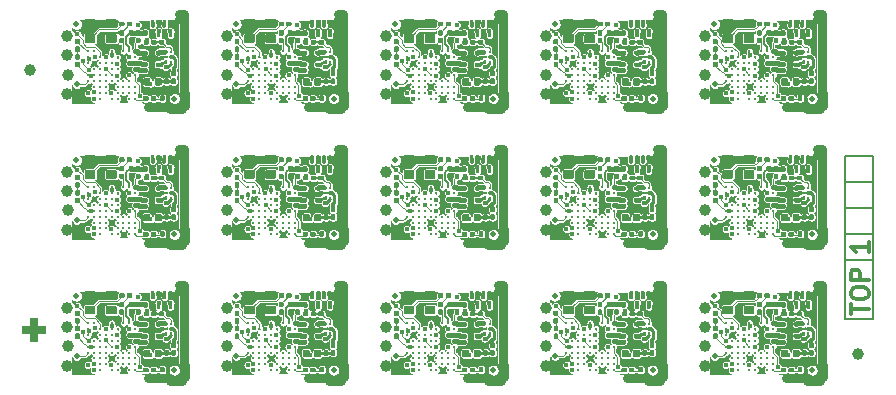
<source format=gbr>
G04 #@! TF.GenerationSoftware,KiCad,Pcbnew,(5.1.4)-1*
G04 #@! TF.CreationDate,2021-03-14T16:57:55+01:00*
G04 #@! TF.ProjectId,panel_5x3,70616e65-6c5f-4357-9833-2e6b69636164,rev?*
G04 #@! TF.SameCoordinates,Original*
G04 #@! TF.FileFunction,Copper,L1,Top*
G04 #@! TF.FilePolarity,Positive*
%FSLAX46Y46*%
G04 Gerber Fmt 4.6, Leading zero omitted, Abs format (unit mm)*
G04 Created by KiCad (PCBNEW (5.1.4)-1) date 2021-03-14 16:57:55*
%MOMM*%
%LPD*%
G04 APERTURE LIST*
%ADD10C,0.300000*%
%ADD11C,0.500000*%
%ADD12C,0.250000*%
%ADD13C,0.400000*%
%ADD14C,0.300000*%
%ADD15C,0.700000*%
%ADD16R,0.228600X0.228600*%
%ADD17C,0.590000*%
%ADD18R,0.700000X2.100000*%
%ADD19R,2.100000X0.700000*%
%ADD20R,0.500000X0.500000*%
%ADD21C,1.000000*%
%ADD22C,0.150000*%
%ADD23C,0.800000*%
%ADD24C,0.100000*%
%ADD25C,0.200000*%
%ADD26C,0.400000*%
%ADD27C,0.280000*%
%ADD28C,0.350000*%
%ADD29C,0.025400*%
G04 APERTURE END LIST*
D10*
X181678571Y-79164286D02*
X181678571Y-78307143D01*
X183178571Y-78735715D02*
X181678571Y-78735715D01*
X181678571Y-77521429D02*
X181678571Y-77235715D01*
X181750000Y-77092858D01*
X181892857Y-76950001D01*
X182178571Y-76878572D01*
X182678571Y-76878572D01*
X182964285Y-76950001D01*
X183107142Y-77092858D01*
X183178571Y-77235715D01*
X183178571Y-77521429D01*
X183107142Y-77664286D01*
X182964285Y-77807143D01*
X182678571Y-77878572D01*
X182178571Y-77878572D01*
X181892857Y-77807143D01*
X181750000Y-77664286D01*
X181678571Y-77521429D01*
X183178571Y-76235715D02*
X181678571Y-76235715D01*
X181678571Y-75664286D01*
X181750000Y-75521429D01*
X181821428Y-75450001D01*
X181964285Y-75378572D01*
X182178571Y-75378572D01*
X182321428Y-75450001D01*
X182392857Y-75521429D01*
X182464285Y-75664286D01*
X182464285Y-76235715D01*
X181678571Y-79164286D02*
X181678571Y-78307143D01*
X183178571Y-78735715D02*
X181678571Y-78735715D01*
X181678571Y-77521429D02*
X181678571Y-77235715D01*
X181750000Y-77092858D01*
X181892857Y-76950001D01*
X182178571Y-76878572D01*
X182678571Y-76878572D01*
X182964285Y-76950001D01*
X183107142Y-77092858D01*
X183178571Y-77235715D01*
X183178571Y-77521429D01*
X183107142Y-77664286D01*
X182964285Y-77807143D01*
X182678571Y-77878572D01*
X182178571Y-77878572D01*
X181892857Y-77807143D01*
X181750000Y-77664286D01*
X181678571Y-77521429D01*
X183178571Y-76235715D02*
X181678571Y-76235715D01*
X181678571Y-75664286D01*
X181750000Y-75521429D01*
X181821428Y-75450001D01*
X181964285Y-75378572D01*
X182178571Y-75378572D01*
X182321428Y-75450001D01*
X182392857Y-75521429D01*
X182464285Y-75664286D01*
X182464285Y-76235715D01*
X183178571Y-73071429D02*
X183178571Y-73928572D01*
X183178571Y-73500001D02*
X181678571Y-73500001D01*
X181892857Y-73642858D01*
X182035714Y-73785715D01*
X182107142Y-73928572D01*
X183178571Y-73071429D02*
X183178571Y-73928572D01*
X183178571Y-73500001D02*
X181678571Y-73500001D01*
X181892857Y-73642858D01*
X182035714Y-73785715D01*
X182107142Y-73928572D01*
D11*
X170140000Y-82700000D03*
X156640000Y-82700000D03*
X143140000Y-82700000D03*
X129640000Y-82700000D03*
X116140000Y-82700000D03*
X170140000Y-71200000D03*
X156640000Y-71200000D03*
X143140000Y-71200000D03*
X129640000Y-71200000D03*
X116140000Y-71200000D03*
X170140000Y-59700000D03*
X156640000Y-59700000D03*
X143140000Y-59700000D03*
X129640000Y-59700000D03*
X178400000Y-83900000D03*
X164900000Y-83900000D03*
X151400000Y-83900000D03*
X137900000Y-83900000D03*
X124400000Y-83900000D03*
X178400000Y-72400000D03*
X164900000Y-72400000D03*
X151400000Y-72400000D03*
X137900000Y-72400000D03*
X124400000Y-72400000D03*
X178400000Y-60900000D03*
X164900000Y-60900000D03*
X151400000Y-60900000D03*
X137900000Y-60900000D03*
D12*
G36*
X177489802Y-82990482D02*
G01*
X177499509Y-82991921D01*
X177509028Y-82994306D01*
X177518268Y-82997612D01*
X177527140Y-83001808D01*
X177535557Y-83006853D01*
X177543439Y-83012699D01*
X177550711Y-83019289D01*
X177557301Y-83026561D01*
X177563147Y-83034443D01*
X177568192Y-83042860D01*
X177572388Y-83051732D01*
X177575694Y-83060972D01*
X177578079Y-83070491D01*
X177579518Y-83080198D01*
X177580000Y-83090000D01*
X177580000Y-83350000D01*
X177579518Y-83359802D01*
X177578079Y-83369509D01*
X177575694Y-83379028D01*
X177572388Y-83388268D01*
X177568192Y-83397140D01*
X177563147Y-83405557D01*
X177557301Y-83413439D01*
X177550711Y-83420711D01*
X177543439Y-83427301D01*
X177535557Y-83433147D01*
X177527140Y-83438192D01*
X177518268Y-83442388D01*
X177509028Y-83445694D01*
X177499509Y-83448079D01*
X177489802Y-83449518D01*
X177480000Y-83450000D01*
X177280000Y-83450000D01*
X177270198Y-83449518D01*
X177260491Y-83448079D01*
X177250972Y-83445694D01*
X177241732Y-83442388D01*
X177232860Y-83438192D01*
X177224443Y-83433147D01*
X177216561Y-83427301D01*
X177209289Y-83420711D01*
X177202699Y-83413439D01*
X177196853Y-83405557D01*
X177191808Y-83397140D01*
X177187612Y-83388268D01*
X177184306Y-83379028D01*
X177181921Y-83369509D01*
X177180482Y-83359802D01*
X177180000Y-83350000D01*
X177180000Y-83090000D01*
X177180482Y-83080198D01*
X177181921Y-83070491D01*
X177184306Y-83060972D01*
X177187612Y-83051732D01*
X177191808Y-83042860D01*
X177196853Y-83034443D01*
X177202699Y-83026561D01*
X177209289Y-83019289D01*
X177216561Y-83012699D01*
X177224443Y-83006853D01*
X177232860Y-83001808D01*
X177241732Y-82997612D01*
X177250972Y-82994306D01*
X177260491Y-82991921D01*
X177270198Y-82990482D01*
X177280000Y-82990000D01*
X177480000Y-82990000D01*
X177489802Y-82990482D01*
X177489802Y-82990482D01*
G37*
D13*
X177380000Y-83220000D03*
D12*
G36*
X177489802Y-83630482D02*
G01*
X177499509Y-83631921D01*
X177509028Y-83634306D01*
X177518268Y-83637612D01*
X177527140Y-83641808D01*
X177535557Y-83646853D01*
X177543439Y-83652699D01*
X177550711Y-83659289D01*
X177557301Y-83666561D01*
X177563147Y-83674443D01*
X177568192Y-83682860D01*
X177572388Y-83691732D01*
X177575694Y-83700972D01*
X177578079Y-83710491D01*
X177579518Y-83720198D01*
X177580000Y-83730000D01*
X177580000Y-83990000D01*
X177579518Y-83999802D01*
X177578079Y-84009509D01*
X177575694Y-84019028D01*
X177572388Y-84028268D01*
X177568192Y-84037140D01*
X177563147Y-84045557D01*
X177557301Y-84053439D01*
X177550711Y-84060711D01*
X177543439Y-84067301D01*
X177535557Y-84073147D01*
X177527140Y-84078192D01*
X177518268Y-84082388D01*
X177509028Y-84085694D01*
X177499509Y-84088079D01*
X177489802Y-84089518D01*
X177480000Y-84090000D01*
X177280000Y-84090000D01*
X177270198Y-84089518D01*
X177260491Y-84088079D01*
X177250972Y-84085694D01*
X177241732Y-84082388D01*
X177232860Y-84078192D01*
X177224443Y-84073147D01*
X177216561Y-84067301D01*
X177209289Y-84060711D01*
X177202699Y-84053439D01*
X177196853Y-84045557D01*
X177191808Y-84037140D01*
X177187612Y-84028268D01*
X177184306Y-84019028D01*
X177181921Y-84009509D01*
X177180482Y-83999802D01*
X177180000Y-83990000D01*
X177180000Y-83730000D01*
X177180482Y-83720198D01*
X177181921Y-83710491D01*
X177184306Y-83700972D01*
X177187612Y-83691732D01*
X177191808Y-83682860D01*
X177196853Y-83674443D01*
X177202699Y-83666561D01*
X177209289Y-83659289D01*
X177216561Y-83652699D01*
X177224443Y-83646853D01*
X177232860Y-83641808D01*
X177241732Y-83637612D01*
X177250972Y-83634306D01*
X177260491Y-83631921D01*
X177270198Y-83630482D01*
X177280000Y-83630000D01*
X177480000Y-83630000D01*
X177489802Y-83630482D01*
X177489802Y-83630482D01*
G37*
D13*
X177380000Y-83860000D03*
D12*
G36*
X163989802Y-82990482D02*
G01*
X163999509Y-82991921D01*
X164009028Y-82994306D01*
X164018268Y-82997612D01*
X164027140Y-83001808D01*
X164035557Y-83006853D01*
X164043439Y-83012699D01*
X164050711Y-83019289D01*
X164057301Y-83026561D01*
X164063147Y-83034443D01*
X164068192Y-83042860D01*
X164072388Y-83051732D01*
X164075694Y-83060972D01*
X164078079Y-83070491D01*
X164079518Y-83080198D01*
X164080000Y-83090000D01*
X164080000Y-83350000D01*
X164079518Y-83359802D01*
X164078079Y-83369509D01*
X164075694Y-83379028D01*
X164072388Y-83388268D01*
X164068192Y-83397140D01*
X164063147Y-83405557D01*
X164057301Y-83413439D01*
X164050711Y-83420711D01*
X164043439Y-83427301D01*
X164035557Y-83433147D01*
X164027140Y-83438192D01*
X164018268Y-83442388D01*
X164009028Y-83445694D01*
X163999509Y-83448079D01*
X163989802Y-83449518D01*
X163980000Y-83450000D01*
X163780000Y-83450000D01*
X163770198Y-83449518D01*
X163760491Y-83448079D01*
X163750972Y-83445694D01*
X163741732Y-83442388D01*
X163732860Y-83438192D01*
X163724443Y-83433147D01*
X163716561Y-83427301D01*
X163709289Y-83420711D01*
X163702699Y-83413439D01*
X163696853Y-83405557D01*
X163691808Y-83397140D01*
X163687612Y-83388268D01*
X163684306Y-83379028D01*
X163681921Y-83369509D01*
X163680482Y-83359802D01*
X163680000Y-83350000D01*
X163680000Y-83090000D01*
X163680482Y-83080198D01*
X163681921Y-83070491D01*
X163684306Y-83060972D01*
X163687612Y-83051732D01*
X163691808Y-83042860D01*
X163696853Y-83034443D01*
X163702699Y-83026561D01*
X163709289Y-83019289D01*
X163716561Y-83012699D01*
X163724443Y-83006853D01*
X163732860Y-83001808D01*
X163741732Y-82997612D01*
X163750972Y-82994306D01*
X163760491Y-82991921D01*
X163770198Y-82990482D01*
X163780000Y-82990000D01*
X163980000Y-82990000D01*
X163989802Y-82990482D01*
X163989802Y-82990482D01*
G37*
D13*
X163880000Y-83220000D03*
D12*
G36*
X163989802Y-83630482D02*
G01*
X163999509Y-83631921D01*
X164009028Y-83634306D01*
X164018268Y-83637612D01*
X164027140Y-83641808D01*
X164035557Y-83646853D01*
X164043439Y-83652699D01*
X164050711Y-83659289D01*
X164057301Y-83666561D01*
X164063147Y-83674443D01*
X164068192Y-83682860D01*
X164072388Y-83691732D01*
X164075694Y-83700972D01*
X164078079Y-83710491D01*
X164079518Y-83720198D01*
X164080000Y-83730000D01*
X164080000Y-83990000D01*
X164079518Y-83999802D01*
X164078079Y-84009509D01*
X164075694Y-84019028D01*
X164072388Y-84028268D01*
X164068192Y-84037140D01*
X164063147Y-84045557D01*
X164057301Y-84053439D01*
X164050711Y-84060711D01*
X164043439Y-84067301D01*
X164035557Y-84073147D01*
X164027140Y-84078192D01*
X164018268Y-84082388D01*
X164009028Y-84085694D01*
X163999509Y-84088079D01*
X163989802Y-84089518D01*
X163980000Y-84090000D01*
X163780000Y-84090000D01*
X163770198Y-84089518D01*
X163760491Y-84088079D01*
X163750972Y-84085694D01*
X163741732Y-84082388D01*
X163732860Y-84078192D01*
X163724443Y-84073147D01*
X163716561Y-84067301D01*
X163709289Y-84060711D01*
X163702699Y-84053439D01*
X163696853Y-84045557D01*
X163691808Y-84037140D01*
X163687612Y-84028268D01*
X163684306Y-84019028D01*
X163681921Y-84009509D01*
X163680482Y-83999802D01*
X163680000Y-83990000D01*
X163680000Y-83730000D01*
X163680482Y-83720198D01*
X163681921Y-83710491D01*
X163684306Y-83700972D01*
X163687612Y-83691732D01*
X163691808Y-83682860D01*
X163696853Y-83674443D01*
X163702699Y-83666561D01*
X163709289Y-83659289D01*
X163716561Y-83652699D01*
X163724443Y-83646853D01*
X163732860Y-83641808D01*
X163741732Y-83637612D01*
X163750972Y-83634306D01*
X163760491Y-83631921D01*
X163770198Y-83630482D01*
X163780000Y-83630000D01*
X163980000Y-83630000D01*
X163989802Y-83630482D01*
X163989802Y-83630482D01*
G37*
D13*
X163880000Y-83860000D03*
D12*
G36*
X150489802Y-82990482D02*
G01*
X150499509Y-82991921D01*
X150509028Y-82994306D01*
X150518268Y-82997612D01*
X150527140Y-83001808D01*
X150535557Y-83006853D01*
X150543439Y-83012699D01*
X150550711Y-83019289D01*
X150557301Y-83026561D01*
X150563147Y-83034443D01*
X150568192Y-83042860D01*
X150572388Y-83051732D01*
X150575694Y-83060972D01*
X150578079Y-83070491D01*
X150579518Y-83080198D01*
X150580000Y-83090000D01*
X150580000Y-83350000D01*
X150579518Y-83359802D01*
X150578079Y-83369509D01*
X150575694Y-83379028D01*
X150572388Y-83388268D01*
X150568192Y-83397140D01*
X150563147Y-83405557D01*
X150557301Y-83413439D01*
X150550711Y-83420711D01*
X150543439Y-83427301D01*
X150535557Y-83433147D01*
X150527140Y-83438192D01*
X150518268Y-83442388D01*
X150509028Y-83445694D01*
X150499509Y-83448079D01*
X150489802Y-83449518D01*
X150480000Y-83450000D01*
X150280000Y-83450000D01*
X150270198Y-83449518D01*
X150260491Y-83448079D01*
X150250972Y-83445694D01*
X150241732Y-83442388D01*
X150232860Y-83438192D01*
X150224443Y-83433147D01*
X150216561Y-83427301D01*
X150209289Y-83420711D01*
X150202699Y-83413439D01*
X150196853Y-83405557D01*
X150191808Y-83397140D01*
X150187612Y-83388268D01*
X150184306Y-83379028D01*
X150181921Y-83369509D01*
X150180482Y-83359802D01*
X150180000Y-83350000D01*
X150180000Y-83090000D01*
X150180482Y-83080198D01*
X150181921Y-83070491D01*
X150184306Y-83060972D01*
X150187612Y-83051732D01*
X150191808Y-83042860D01*
X150196853Y-83034443D01*
X150202699Y-83026561D01*
X150209289Y-83019289D01*
X150216561Y-83012699D01*
X150224443Y-83006853D01*
X150232860Y-83001808D01*
X150241732Y-82997612D01*
X150250972Y-82994306D01*
X150260491Y-82991921D01*
X150270198Y-82990482D01*
X150280000Y-82990000D01*
X150480000Y-82990000D01*
X150489802Y-82990482D01*
X150489802Y-82990482D01*
G37*
D13*
X150380000Y-83220000D03*
D12*
G36*
X150489802Y-83630482D02*
G01*
X150499509Y-83631921D01*
X150509028Y-83634306D01*
X150518268Y-83637612D01*
X150527140Y-83641808D01*
X150535557Y-83646853D01*
X150543439Y-83652699D01*
X150550711Y-83659289D01*
X150557301Y-83666561D01*
X150563147Y-83674443D01*
X150568192Y-83682860D01*
X150572388Y-83691732D01*
X150575694Y-83700972D01*
X150578079Y-83710491D01*
X150579518Y-83720198D01*
X150580000Y-83730000D01*
X150580000Y-83990000D01*
X150579518Y-83999802D01*
X150578079Y-84009509D01*
X150575694Y-84019028D01*
X150572388Y-84028268D01*
X150568192Y-84037140D01*
X150563147Y-84045557D01*
X150557301Y-84053439D01*
X150550711Y-84060711D01*
X150543439Y-84067301D01*
X150535557Y-84073147D01*
X150527140Y-84078192D01*
X150518268Y-84082388D01*
X150509028Y-84085694D01*
X150499509Y-84088079D01*
X150489802Y-84089518D01*
X150480000Y-84090000D01*
X150280000Y-84090000D01*
X150270198Y-84089518D01*
X150260491Y-84088079D01*
X150250972Y-84085694D01*
X150241732Y-84082388D01*
X150232860Y-84078192D01*
X150224443Y-84073147D01*
X150216561Y-84067301D01*
X150209289Y-84060711D01*
X150202699Y-84053439D01*
X150196853Y-84045557D01*
X150191808Y-84037140D01*
X150187612Y-84028268D01*
X150184306Y-84019028D01*
X150181921Y-84009509D01*
X150180482Y-83999802D01*
X150180000Y-83990000D01*
X150180000Y-83730000D01*
X150180482Y-83720198D01*
X150181921Y-83710491D01*
X150184306Y-83700972D01*
X150187612Y-83691732D01*
X150191808Y-83682860D01*
X150196853Y-83674443D01*
X150202699Y-83666561D01*
X150209289Y-83659289D01*
X150216561Y-83652699D01*
X150224443Y-83646853D01*
X150232860Y-83641808D01*
X150241732Y-83637612D01*
X150250972Y-83634306D01*
X150260491Y-83631921D01*
X150270198Y-83630482D01*
X150280000Y-83630000D01*
X150480000Y-83630000D01*
X150489802Y-83630482D01*
X150489802Y-83630482D01*
G37*
D13*
X150380000Y-83860000D03*
D12*
G36*
X136989802Y-82990482D02*
G01*
X136999509Y-82991921D01*
X137009028Y-82994306D01*
X137018268Y-82997612D01*
X137027140Y-83001808D01*
X137035557Y-83006853D01*
X137043439Y-83012699D01*
X137050711Y-83019289D01*
X137057301Y-83026561D01*
X137063147Y-83034443D01*
X137068192Y-83042860D01*
X137072388Y-83051732D01*
X137075694Y-83060972D01*
X137078079Y-83070491D01*
X137079518Y-83080198D01*
X137080000Y-83090000D01*
X137080000Y-83350000D01*
X137079518Y-83359802D01*
X137078079Y-83369509D01*
X137075694Y-83379028D01*
X137072388Y-83388268D01*
X137068192Y-83397140D01*
X137063147Y-83405557D01*
X137057301Y-83413439D01*
X137050711Y-83420711D01*
X137043439Y-83427301D01*
X137035557Y-83433147D01*
X137027140Y-83438192D01*
X137018268Y-83442388D01*
X137009028Y-83445694D01*
X136999509Y-83448079D01*
X136989802Y-83449518D01*
X136980000Y-83450000D01*
X136780000Y-83450000D01*
X136770198Y-83449518D01*
X136760491Y-83448079D01*
X136750972Y-83445694D01*
X136741732Y-83442388D01*
X136732860Y-83438192D01*
X136724443Y-83433147D01*
X136716561Y-83427301D01*
X136709289Y-83420711D01*
X136702699Y-83413439D01*
X136696853Y-83405557D01*
X136691808Y-83397140D01*
X136687612Y-83388268D01*
X136684306Y-83379028D01*
X136681921Y-83369509D01*
X136680482Y-83359802D01*
X136680000Y-83350000D01*
X136680000Y-83090000D01*
X136680482Y-83080198D01*
X136681921Y-83070491D01*
X136684306Y-83060972D01*
X136687612Y-83051732D01*
X136691808Y-83042860D01*
X136696853Y-83034443D01*
X136702699Y-83026561D01*
X136709289Y-83019289D01*
X136716561Y-83012699D01*
X136724443Y-83006853D01*
X136732860Y-83001808D01*
X136741732Y-82997612D01*
X136750972Y-82994306D01*
X136760491Y-82991921D01*
X136770198Y-82990482D01*
X136780000Y-82990000D01*
X136980000Y-82990000D01*
X136989802Y-82990482D01*
X136989802Y-82990482D01*
G37*
D13*
X136880000Y-83220000D03*
D12*
G36*
X136989802Y-83630482D02*
G01*
X136999509Y-83631921D01*
X137009028Y-83634306D01*
X137018268Y-83637612D01*
X137027140Y-83641808D01*
X137035557Y-83646853D01*
X137043439Y-83652699D01*
X137050711Y-83659289D01*
X137057301Y-83666561D01*
X137063147Y-83674443D01*
X137068192Y-83682860D01*
X137072388Y-83691732D01*
X137075694Y-83700972D01*
X137078079Y-83710491D01*
X137079518Y-83720198D01*
X137080000Y-83730000D01*
X137080000Y-83990000D01*
X137079518Y-83999802D01*
X137078079Y-84009509D01*
X137075694Y-84019028D01*
X137072388Y-84028268D01*
X137068192Y-84037140D01*
X137063147Y-84045557D01*
X137057301Y-84053439D01*
X137050711Y-84060711D01*
X137043439Y-84067301D01*
X137035557Y-84073147D01*
X137027140Y-84078192D01*
X137018268Y-84082388D01*
X137009028Y-84085694D01*
X136999509Y-84088079D01*
X136989802Y-84089518D01*
X136980000Y-84090000D01*
X136780000Y-84090000D01*
X136770198Y-84089518D01*
X136760491Y-84088079D01*
X136750972Y-84085694D01*
X136741732Y-84082388D01*
X136732860Y-84078192D01*
X136724443Y-84073147D01*
X136716561Y-84067301D01*
X136709289Y-84060711D01*
X136702699Y-84053439D01*
X136696853Y-84045557D01*
X136691808Y-84037140D01*
X136687612Y-84028268D01*
X136684306Y-84019028D01*
X136681921Y-84009509D01*
X136680482Y-83999802D01*
X136680000Y-83990000D01*
X136680000Y-83730000D01*
X136680482Y-83720198D01*
X136681921Y-83710491D01*
X136684306Y-83700972D01*
X136687612Y-83691732D01*
X136691808Y-83682860D01*
X136696853Y-83674443D01*
X136702699Y-83666561D01*
X136709289Y-83659289D01*
X136716561Y-83652699D01*
X136724443Y-83646853D01*
X136732860Y-83641808D01*
X136741732Y-83637612D01*
X136750972Y-83634306D01*
X136760491Y-83631921D01*
X136770198Y-83630482D01*
X136780000Y-83630000D01*
X136980000Y-83630000D01*
X136989802Y-83630482D01*
X136989802Y-83630482D01*
G37*
D13*
X136880000Y-83860000D03*
D12*
G36*
X123489802Y-82990482D02*
G01*
X123499509Y-82991921D01*
X123509028Y-82994306D01*
X123518268Y-82997612D01*
X123527140Y-83001808D01*
X123535557Y-83006853D01*
X123543439Y-83012699D01*
X123550711Y-83019289D01*
X123557301Y-83026561D01*
X123563147Y-83034443D01*
X123568192Y-83042860D01*
X123572388Y-83051732D01*
X123575694Y-83060972D01*
X123578079Y-83070491D01*
X123579518Y-83080198D01*
X123580000Y-83090000D01*
X123580000Y-83350000D01*
X123579518Y-83359802D01*
X123578079Y-83369509D01*
X123575694Y-83379028D01*
X123572388Y-83388268D01*
X123568192Y-83397140D01*
X123563147Y-83405557D01*
X123557301Y-83413439D01*
X123550711Y-83420711D01*
X123543439Y-83427301D01*
X123535557Y-83433147D01*
X123527140Y-83438192D01*
X123518268Y-83442388D01*
X123509028Y-83445694D01*
X123499509Y-83448079D01*
X123489802Y-83449518D01*
X123480000Y-83450000D01*
X123280000Y-83450000D01*
X123270198Y-83449518D01*
X123260491Y-83448079D01*
X123250972Y-83445694D01*
X123241732Y-83442388D01*
X123232860Y-83438192D01*
X123224443Y-83433147D01*
X123216561Y-83427301D01*
X123209289Y-83420711D01*
X123202699Y-83413439D01*
X123196853Y-83405557D01*
X123191808Y-83397140D01*
X123187612Y-83388268D01*
X123184306Y-83379028D01*
X123181921Y-83369509D01*
X123180482Y-83359802D01*
X123180000Y-83350000D01*
X123180000Y-83090000D01*
X123180482Y-83080198D01*
X123181921Y-83070491D01*
X123184306Y-83060972D01*
X123187612Y-83051732D01*
X123191808Y-83042860D01*
X123196853Y-83034443D01*
X123202699Y-83026561D01*
X123209289Y-83019289D01*
X123216561Y-83012699D01*
X123224443Y-83006853D01*
X123232860Y-83001808D01*
X123241732Y-82997612D01*
X123250972Y-82994306D01*
X123260491Y-82991921D01*
X123270198Y-82990482D01*
X123280000Y-82990000D01*
X123480000Y-82990000D01*
X123489802Y-82990482D01*
X123489802Y-82990482D01*
G37*
D13*
X123380000Y-83220000D03*
D12*
G36*
X123489802Y-83630482D02*
G01*
X123499509Y-83631921D01*
X123509028Y-83634306D01*
X123518268Y-83637612D01*
X123527140Y-83641808D01*
X123535557Y-83646853D01*
X123543439Y-83652699D01*
X123550711Y-83659289D01*
X123557301Y-83666561D01*
X123563147Y-83674443D01*
X123568192Y-83682860D01*
X123572388Y-83691732D01*
X123575694Y-83700972D01*
X123578079Y-83710491D01*
X123579518Y-83720198D01*
X123580000Y-83730000D01*
X123580000Y-83990000D01*
X123579518Y-83999802D01*
X123578079Y-84009509D01*
X123575694Y-84019028D01*
X123572388Y-84028268D01*
X123568192Y-84037140D01*
X123563147Y-84045557D01*
X123557301Y-84053439D01*
X123550711Y-84060711D01*
X123543439Y-84067301D01*
X123535557Y-84073147D01*
X123527140Y-84078192D01*
X123518268Y-84082388D01*
X123509028Y-84085694D01*
X123499509Y-84088079D01*
X123489802Y-84089518D01*
X123480000Y-84090000D01*
X123280000Y-84090000D01*
X123270198Y-84089518D01*
X123260491Y-84088079D01*
X123250972Y-84085694D01*
X123241732Y-84082388D01*
X123232860Y-84078192D01*
X123224443Y-84073147D01*
X123216561Y-84067301D01*
X123209289Y-84060711D01*
X123202699Y-84053439D01*
X123196853Y-84045557D01*
X123191808Y-84037140D01*
X123187612Y-84028268D01*
X123184306Y-84019028D01*
X123181921Y-84009509D01*
X123180482Y-83999802D01*
X123180000Y-83990000D01*
X123180000Y-83730000D01*
X123180482Y-83720198D01*
X123181921Y-83710491D01*
X123184306Y-83700972D01*
X123187612Y-83691732D01*
X123191808Y-83682860D01*
X123196853Y-83674443D01*
X123202699Y-83666561D01*
X123209289Y-83659289D01*
X123216561Y-83652699D01*
X123224443Y-83646853D01*
X123232860Y-83641808D01*
X123241732Y-83637612D01*
X123250972Y-83634306D01*
X123260491Y-83631921D01*
X123270198Y-83630482D01*
X123280000Y-83630000D01*
X123480000Y-83630000D01*
X123489802Y-83630482D01*
X123489802Y-83630482D01*
G37*
D13*
X123380000Y-83860000D03*
D12*
G36*
X177489802Y-71490482D02*
G01*
X177499509Y-71491921D01*
X177509028Y-71494306D01*
X177518268Y-71497612D01*
X177527140Y-71501808D01*
X177535557Y-71506853D01*
X177543439Y-71512699D01*
X177550711Y-71519289D01*
X177557301Y-71526561D01*
X177563147Y-71534443D01*
X177568192Y-71542860D01*
X177572388Y-71551732D01*
X177575694Y-71560972D01*
X177578079Y-71570491D01*
X177579518Y-71580198D01*
X177580000Y-71590000D01*
X177580000Y-71850000D01*
X177579518Y-71859802D01*
X177578079Y-71869509D01*
X177575694Y-71879028D01*
X177572388Y-71888268D01*
X177568192Y-71897140D01*
X177563147Y-71905557D01*
X177557301Y-71913439D01*
X177550711Y-71920711D01*
X177543439Y-71927301D01*
X177535557Y-71933147D01*
X177527140Y-71938192D01*
X177518268Y-71942388D01*
X177509028Y-71945694D01*
X177499509Y-71948079D01*
X177489802Y-71949518D01*
X177480000Y-71950000D01*
X177280000Y-71950000D01*
X177270198Y-71949518D01*
X177260491Y-71948079D01*
X177250972Y-71945694D01*
X177241732Y-71942388D01*
X177232860Y-71938192D01*
X177224443Y-71933147D01*
X177216561Y-71927301D01*
X177209289Y-71920711D01*
X177202699Y-71913439D01*
X177196853Y-71905557D01*
X177191808Y-71897140D01*
X177187612Y-71888268D01*
X177184306Y-71879028D01*
X177181921Y-71869509D01*
X177180482Y-71859802D01*
X177180000Y-71850000D01*
X177180000Y-71590000D01*
X177180482Y-71580198D01*
X177181921Y-71570491D01*
X177184306Y-71560972D01*
X177187612Y-71551732D01*
X177191808Y-71542860D01*
X177196853Y-71534443D01*
X177202699Y-71526561D01*
X177209289Y-71519289D01*
X177216561Y-71512699D01*
X177224443Y-71506853D01*
X177232860Y-71501808D01*
X177241732Y-71497612D01*
X177250972Y-71494306D01*
X177260491Y-71491921D01*
X177270198Y-71490482D01*
X177280000Y-71490000D01*
X177480000Y-71490000D01*
X177489802Y-71490482D01*
X177489802Y-71490482D01*
G37*
D13*
X177380000Y-71720000D03*
D12*
G36*
X177489802Y-72130482D02*
G01*
X177499509Y-72131921D01*
X177509028Y-72134306D01*
X177518268Y-72137612D01*
X177527140Y-72141808D01*
X177535557Y-72146853D01*
X177543439Y-72152699D01*
X177550711Y-72159289D01*
X177557301Y-72166561D01*
X177563147Y-72174443D01*
X177568192Y-72182860D01*
X177572388Y-72191732D01*
X177575694Y-72200972D01*
X177578079Y-72210491D01*
X177579518Y-72220198D01*
X177580000Y-72230000D01*
X177580000Y-72490000D01*
X177579518Y-72499802D01*
X177578079Y-72509509D01*
X177575694Y-72519028D01*
X177572388Y-72528268D01*
X177568192Y-72537140D01*
X177563147Y-72545557D01*
X177557301Y-72553439D01*
X177550711Y-72560711D01*
X177543439Y-72567301D01*
X177535557Y-72573147D01*
X177527140Y-72578192D01*
X177518268Y-72582388D01*
X177509028Y-72585694D01*
X177499509Y-72588079D01*
X177489802Y-72589518D01*
X177480000Y-72590000D01*
X177280000Y-72590000D01*
X177270198Y-72589518D01*
X177260491Y-72588079D01*
X177250972Y-72585694D01*
X177241732Y-72582388D01*
X177232860Y-72578192D01*
X177224443Y-72573147D01*
X177216561Y-72567301D01*
X177209289Y-72560711D01*
X177202699Y-72553439D01*
X177196853Y-72545557D01*
X177191808Y-72537140D01*
X177187612Y-72528268D01*
X177184306Y-72519028D01*
X177181921Y-72509509D01*
X177180482Y-72499802D01*
X177180000Y-72490000D01*
X177180000Y-72230000D01*
X177180482Y-72220198D01*
X177181921Y-72210491D01*
X177184306Y-72200972D01*
X177187612Y-72191732D01*
X177191808Y-72182860D01*
X177196853Y-72174443D01*
X177202699Y-72166561D01*
X177209289Y-72159289D01*
X177216561Y-72152699D01*
X177224443Y-72146853D01*
X177232860Y-72141808D01*
X177241732Y-72137612D01*
X177250972Y-72134306D01*
X177260491Y-72131921D01*
X177270198Y-72130482D01*
X177280000Y-72130000D01*
X177480000Y-72130000D01*
X177489802Y-72130482D01*
X177489802Y-72130482D01*
G37*
D13*
X177380000Y-72360000D03*
D12*
G36*
X163989802Y-71490482D02*
G01*
X163999509Y-71491921D01*
X164009028Y-71494306D01*
X164018268Y-71497612D01*
X164027140Y-71501808D01*
X164035557Y-71506853D01*
X164043439Y-71512699D01*
X164050711Y-71519289D01*
X164057301Y-71526561D01*
X164063147Y-71534443D01*
X164068192Y-71542860D01*
X164072388Y-71551732D01*
X164075694Y-71560972D01*
X164078079Y-71570491D01*
X164079518Y-71580198D01*
X164080000Y-71590000D01*
X164080000Y-71850000D01*
X164079518Y-71859802D01*
X164078079Y-71869509D01*
X164075694Y-71879028D01*
X164072388Y-71888268D01*
X164068192Y-71897140D01*
X164063147Y-71905557D01*
X164057301Y-71913439D01*
X164050711Y-71920711D01*
X164043439Y-71927301D01*
X164035557Y-71933147D01*
X164027140Y-71938192D01*
X164018268Y-71942388D01*
X164009028Y-71945694D01*
X163999509Y-71948079D01*
X163989802Y-71949518D01*
X163980000Y-71950000D01*
X163780000Y-71950000D01*
X163770198Y-71949518D01*
X163760491Y-71948079D01*
X163750972Y-71945694D01*
X163741732Y-71942388D01*
X163732860Y-71938192D01*
X163724443Y-71933147D01*
X163716561Y-71927301D01*
X163709289Y-71920711D01*
X163702699Y-71913439D01*
X163696853Y-71905557D01*
X163691808Y-71897140D01*
X163687612Y-71888268D01*
X163684306Y-71879028D01*
X163681921Y-71869509D01*
X163680482Y-71859802D01*
X163680000Y-71850000D01*
X163680000Y-71590000D01*
X163680482Y-71580198D01*
X163681921Y-71570491D01*
X163684306Y-71560972D01*
X163687612Y-71551732D01*
X163691808Y-71542860D01*
X163696853Y-71534443D01*
X163702699Y-71526561D01*
X163709289Y-71519289D01*
X163716561Y-71512699D01*
X163724443Y-71506853D01*
X163732860Y-71501808D01*
X163741732Y-71497612D01*
X163750972Y-71494306D01*
X163760491Y-71491921D01*
X163770198Y-71490482D01*
X163780000Y-71490000D01*
X163980000Y-71490000D01*
X163989802Y-71490482D01*
X163989802Y-71490482D01*
G37*
D13*
X163880000Y-71720000D03*
D12*
G36*
X163989802Y-72130482D02*
G01*
X163999509Y-72131921D01*
X164009028Y-72134306D01*
X164018268Y-72137612D01*
X164027140Y-72141808D01*
X164035557Y-72146853D01*
X164043439Y-72152699D01*
X164050711Y-72159289D01*
X164057301Y-72166561D01*
X164063147Y-72174443D01*
X164068192Y-72182860D01*
X164072388Y-72191732D01*
X164075694Y-72200972D01*
X164078079Y-72210491D01*
X164079518Y-72220198D01*
X164080000Y-72230000D01*
X164080000Y-72490000D01*
X164079518Y-72499802D01*
X164078079Y-72509509D01*
X164075694Y-72519028D01*
X164072388Y-72528268D01*
X164068192Y-72537140D01*
X164063147Y-72545557D01*
X164057301Y-72553439D01*
X164050711Y-72560711D01*
X164043439Y-72567301D01*
X164035557Y-72573147D01*
X164027140Y-72578192D01*
X164018268Y-72582388D01*
X164009028Y-72585694D01*
X163999509Y-72588079D01*
X163989802Y-72589518D01*
X163980000Y-72590000D01*
X163780000Y-72590000D01*
X163770198Y-72589518D01*
X163760491Y-72588079D01*
X163750972Y-72585694D01*
X163741732Y-72582388D01*
X163732860Y-72578192D01*
X163724443Y-72573147D01*
X163716561Y-72567301D01*
X163709289Y-72560711D01*
X163702699Y-72553439D01*
X163696853Y-72545557D01*
X163691808Y-72537140D01*
X163687612Y-72528268D01*
X163684306Y-72519028D01*
X163681921Y-72509509D01*
X163680482Y-72499802D01*
X163680000Y-72490000D01*
X163680000Y-72230000D01*
X163680482Y-72220198D01*
X163681921Y-72210491D01*
X163684306Y-72200972D01*
X163687612Y-72191732D01*
X163691808Y-72182860D01*
X163696853Y-72174443D01*
X163702699Y-72166561D01*
X163709289Y-72159289D01*
X163716561Y-72152699D01*
X163724443Y-72146853D01*
X163732860Y-72141808D01*
X163741732Y-72137612D01*
X163750972Y-72134306D01*
X163760491Y-72131921D01*
X163770198Y-72130482D01*
X163780000Y-72130000D01*
X163980000Y-72130000D01*
X163989802Y-72130482D01*
X163989802Y-72130482D01*
G37*
D13*
X163880000Y-72360000D03*
D12*
G36*
X150489802Y-71490482D02*
G01*
X150499509Y-71491921D01*
X150509028Y-71494306D01*
X150518268Y-71497612D01*
X150527140Y-71501808D01*
X150535557Y-71506853D01*
X150543439Y-71512699D01*
X150550711Y-71519289D01*
X150557301Y-71526561D01*
X150563147Y-71534443D01*
X150568192Y-71542860D01*
X150572388Y-71551732D01*
X150575694Y-71560972D01*
X150578079Y-71570491D01*
X150579518Y-71580198D01*
X150580000Y-71590000D01*
X150580000Y-71850000D01*
X150579518Y-71859802D01*
X150578079Y-71869509D01*
X150575694Y-71879028D01*
X150572388Y-71888268D01*
X150568192Y-71897140D01*
X150563147Y-71905557D01*
X150557301Y-71913439D01*
X150550711Y-71920711D01*
X150543439Y-71927301D01*
X150535557Y-71933147D01*
X150527140Y-71938192D01*
X150518268Y-71942388D01*
X150509028Y-71945694D01*
X150499509Y-71948079D01*
X150489802Y-71949518D01*
X150480000Y-71950000D01*
X150280000Y-71950000D01*
X150270198Y-71949518D01*
X150260491Y-71948079D01*
X150250972Y-71945694D01*
X150241732Y-71942388D01*
X150232860Y-71938192D01*
X150224443Y-71933147D01*
X150216561Y-71927301D01*
X150209289Y-71920711D01*
X150202699Y-71913439D01*
X150196853Y-71905557D01*
X150191808Y-71897140D01*
X150187612Y-71888268D01*
X150184306Y-71879028D01*
X150181921Y-71869509D01*
X150180482Y-71859802D01*
X150180000Y-71850000D01*
X150180000Y-71590000D01*
X150180482Y-71580198D01*
X150181921Y-71570491D01*
X150184306Y-71560972D01*
X150187612Y-71551732D01*
X150191808Y-71542860D01*
X150196853Y-71534443D01*
X150202699Y-71526561D01*
X150209289Y-71519289D01*
X150216561Y-71512699D01*
X150224443Y-71506853D01*
X150232860Y-71501808D01*
X150241732Y-71497612D01*
X150250972Y-71494306D01*
X150260491Y-71491921D01*
X150270198Y-71490482D01*
X150280000Y-71490000D01*
X150480000Y-71490000D01*
X150489802Y-71490482D01*
X150489802Y-71490482D01*
G37*
D13*
X150380000Y-71720000D03*
D12*
G36*
X150489802Y-72130482D02*
G01*
X150499509Y-72131921D01*
X150509028Y-72134306D01*
X150518268Y-72137612D01*
X150527140Y-72141808D01*
X150535557Y-72146853D01*
X150543439Y-72152699D01*
X150550711Y-72159289D01*
X150557301Y-72166561D01*
X150563147Y-72174443D01*
X150568192Y-72182860D01*
X150572388Y-72191732D01*
X150575694Y-72200972D01*
X150578079Y-72210491D01*
X150579518Y-72220198D01*
X150580000Y-72230000D01*
X150580000Y-72490000D01*
X150579518Y-72499802D01*
X150578079Y-72509509D01*
X150575694Y-72519028D01*
X150572388Y-72528268D01*
X150568192Y-72537140D01*
X150563147Y-72545557D01*
X150557301Y-72553439D01*
X150550711Y-72560711D01*
X150543439Y-72567301D01*
X150535557Y-72573147D01*
X150527140Y-72578192D01*
X150518268Y-72582388D01*
X150509028Y-72585694D01*
X150499509Y-72588079D01*
X150489802Y-72589518D01*
X150480000Y-72590000D01*
X150280000Y-72590000D01*
X150270198Y-72589518D01*
X150260491Y-72588079D01*
X150250972Y-72585694D01*
X150241732Y-72582388D01*
X150232860Y-72578192D01*
X150224443Y-72573147D01*
X150216561Y-72567301D01*
X150209289Y-72560711D01*
X150202699Y-72553439D01*
X150196853Y-72545557D01*
X150191808Y-72537140D01*
X150187612Y-72528268D01*
X150184306Y-72519028D01*
X150181921Y-72509509D01*
X150180482Y-72499802D01*
X150180000Y-72490000D01*
X150180000Y-72230000D01*
X150180482Y-72220198D01*
X150181921Y-72210491D01*
X150184306Y-72200972D01*
X150187612Y-72191732D01*
X150191808Y-72182860D01*
X150196853Y-72174443D01*
X150202699Y-72166561D01*
X150209289Y-72159289D01*
X150216561Y-72152699D01*
X150224443Y-72146853D01*
X150232860Y-72141808D01*
X150241732Y-72137612D01*
X150250972Y-72134306D01*
X150260491Y-72131921D01*
X150270198Y-72130482D01*
X150280000Y-72130000D01*
X150480000Y-72130000D01*
X150489802Y-72130482D01*
X150489802Y-72130482D01*
G37*
D13*
X150380000Y-72360000D03*
D12*
G36*
X136989802Y-71490482D02*
G01*
X136999509Y-71491921D01*
X137009028Y-71494306D01*
X137018268Y-71497612D01*
X137027140Y-71501808D01*
X137035557Y-71506853D01*
X137043439Y-71512699D01*
X137050711Y-71519289D01*
X137057301Y-71526561D01*
X137063147Y-71534443D01*
X137068192Y-71542860D01*
X137072388Y-71551732D01*
X137075694Y-71560972D01*
X137078079Y-71570491D01*
X137079518Y-71580198D01*
X137080000Y-71590000D01*
X137080000Y-71850000D01*
X137079518Y-71859802D01*
X137078079Y-71869509D01*
X137075694Y-71879028D01*
X137072388Y-71888268D01*
X137068192Y-71897140D01*
X137063147Y-71905557D01*
X137057301Y-71913439D01*
X137050711Y-71920711D01*
X137043439Y-71927301D01*
X137035557Y-71933147D01*
X137027140Y-71938192D01*
X137018268Y-71942388D01*
X137009028Y-71945694D01*
X136999509Y-71948079D01*
X136989802Y-71949518D01*
X136980000Y-71950000D01*
X136780000Y-71950000D01*
X136770198Y-71949518D01*
X136760491Y-71948079D01*
X136750972Y-71945694D01*
X136741732Y-71942388D01*
X136732860Y-71938192D01*
X136724443Y-71933147D01*
X136716561Y-71927301D01*
X136709289Y-71920711D01*
X136702699Y-71913439D01*
X136696853Y-71905557D01*
X136691808Y-71897140D01*
X136687612Y-71888268D01*
X136684306Y-71879028D01*
X136681921Y-71869509D01*
X136680482Y-71859802D01*
X136680000Y-71850000D01*
X136680000Y-71590000D01*
X136680482Y-71580198D01*
X136681921Y-71570491D01*
X136684306Y-71560972D01*
X136687612Y-71551732D01*
X136691808Y-71542860D01*
X136696853Y-71534443D01*
X136702699Y-71526561D01*
X136709289Y-71519289D01*
X136716561Y-71512699D01*
X136724443Y-71506853D01*
X136732860Y-71501808D01*
X136741732Y-71497612D01*
X136750972Y-71494306D01*
X136760491Y-71491921D01*
X136770198Y-71490482D01*
X136780000Y-71490000D01*
X136980000Y-71490000D01*
X136989802Y-71490482D01*
X136989802Y-71490482D01*
G37*
D13*
X136880000Y-71720000D03*
D12*
G36*
X136989802Y-72130482D02*
G01*
X136999509Y-72131921D01*
X137009028Y-72134306D01*
X137018268Y-72137612D01*
X137027140Y-72141808D01*
X137035557Y-72146853D01*
X137043439Y-72152699D01*
X137050711Y-72159289D01*
X137057301Y-72166561D01*
X137063147Y-72174443D01*
X137068192Y-72182860D01*
X137072388Y-72191732D01*
X137075694Y-72200972D01*
X137078079Y-72210491D01*
X137079518Y-72220198D01*
X137080000Y-72230000D01*
X137080000Y-72490000D01*
X137079518Y-72499802D01*
X137078079Y-72509509D01*
X137075694Y-72519028D01*
X137072388Y-72528268D01*
X137068192Y-72537140D01*
X137063147Y-72545557D01*
X137057301Y-72553439D01*
X137050711Y-72560711D01*
X137043439Y-72567301D01*
X137035557Y-72573147D01*
X137027140Y-72578192D01*
X137018268Y-72582388D01*
X137009028Y-72585694D01*
X136999509Y-72588079D01*
X136989802Y-72589518D01*
X136980000Y-72590000D01*
X136780000Y-72590000D01*
X136770198Y-72589518D01*
X136760491Y-72588079D01*
X136750972Y-72585694D01*
X136741732Y-72582388D01*
X136732860Y-72578192D01*
X136724443Y-72573147D01*
X136716561Y-72567301D01*
X136709289Y-72560711D01*
X136702699Y-72553439D01*
X136696853Y-72545557D01*
X136691808Y-72537140D01*
X136687612Y-72528268D01*
X136684306Y-72519028D01*
X136681921Y-72509509D01*
X136680482Y-72499802D01*
X136680000Y-72490000D01*
X136680000Y-72230000D01*
X136680482Y-72220198D01*
X136681921Y-72210491D01*
X136684306Y-72200972D01*
X136687612Y-72191732D01*
X136691808Y-72182860D01*
X136696853Y-72174443D01*
X136702699Y-72166561D01*
X136709289Y-72159289D01*
X136716561Y-72152699D01*
X136724443Y-72146853D01*
X136732860Y-72141808D01*
X136741732Y-72137612D01*
X136750972Y-72134306D01*
X136760491Y-72131921D01*
X136770198Y-72130482D01*
X136780000Y-72130000D01*
X136980000Y-72130000D01*
X136989802Y-72130482D01*
X136989802Y-72130482D01*
G37*
D13*
X136880000Y-72360000D03*
D12*
G36*
X123489802Y-71490482D02*
G01*
X123499509Y-71491921D01*
X123509028Y-71494306D01*
X123518268Y-71497612D01*
X123527140Y-71501808D01*
X123535557Y-71506853D01*
X123543439Y-71512699D01*
X123550711Y-71519289D01*
X123557301Y-71526561D01*
X123563147Y-71534443D01*
X123568192Y-71542860D01*
X123572388Y-71551732D01*
X123575694Y-71560972D01*
X123578079Y-71570491D01*
X123579518Y-71580198D01*
X123580000Y-71590000D01*
X123580000Y-71850000D01*
X123579518Y-71859802D01*
X123578079Y-71869509D01*
X123575694Y-71879028D01*
X123572388Y-71888268D01*
X123568192Y-71897140D01*
X123563147Y-71905557D01*
X123557301Y-71913439D01*
X123550711Y-71920711D01*
X123543439Y-71927301D01*
X123535557Y-71933147D01*
X123527140Y-71938192D01*
X123518268Y-71942388D01*
X123509028Y-71945694D01*
X123499509Y-71948079D01*
X123489802Y-71949518D01*
X123480000Y-71950000D01*
X123280000Y-71950000D01*
X123270198Y-71949518D01*
X123260491Y-71948079D01*
X123250972Y-71945694D01*
X123241732Y-71942388D01*
X123232860Y-71938192D01*
X123224443Y-71933147D01*
X123216561Y-71927301D01*
X123209289Y-71920711D01*
X123202699Y-71913439D01*
X123196853Y-71905557D01*
X123191808Y-71897140D01*
X123187612Y-71888268D01*
X123184306Y-71879028D01*
X123181921Y-71869509D01*
X123180482Y-71859802D01*
X123180000Y-71850000D01*
X123180000Y-71590000D01*
X123180482Y-71580198D01*
X123181921Y-71570491D01*
X123184306Y-71560972D01*
X123187612Y-71551732D01*
X123191808Y-71542860D01*
X123196853Y-71534443D01*
X123202699Y-71526561D01*
X123209289Y-71519289D01*
X123216561Y-71512699D01*
X123224443Y-71506853D01*
X123232860Y-71501808D01*
X123241732Y-71497612D01*
X123250972Y-71494306D01*
X123260491Y-71491921D01*
X123270198Y-71490482D01*
X123280000Y-71490000D01*
X123480000Y-71490000D01*
X123489802Y-71490482D01*
X123489802Y-71490482D01*
G37*
D13*
X123380000Y-71720000D03*
D12*
G36*
X123489802Y-72130482D02*
G01*
X123499509Y-72131921D01*
X123509028Y-72134306D01*
X123518268Y-72137612D01*
X123527140Y-72141808D01*
X123535557Y-72146853D01*
X123543439Y-72152699D01*
X123550711Y-72159289D01*
X123557301Y-72166561D01*
X123563147Y-72174443D01*
X123568192Y-72182860D01*
X123572388Y-72191732D01*
X123575694Y-72200972D01*
X123578079Y-72210491D01*
X123579518Y-72220198D01*
X123580000Y-72230000D01*
X123580000Y-72490000D01*
X123579518Y-72499802D01*
X123578079Y-72509509D01*
X123575694Y-72519028D01*
X123572388Y-72528268D01*
X123568192Y-72537140D01*
X123563147Y-72545557D01*
X123557301Y-72553439D01*
X123550711Y-72560711D01*
X123543439Y-72567301D01*
X123535557Y-72573147D01*
X123527140Y-72578192D01*
X123518268Y-72582388D01*
X123509028Y-72585694D01*
X123499509Y-72588079D01*
X123489802Y-72589518D01*
X123480000Y-72590000D01*
X123280000Y-72590000D01*
X123270198Y-72589518D01*
X123260491Y-72588079D01*
X123250972Y-72585694D01*
X123241732Y-72582388D01*
X123232860Y-72578192D01*
X123224443Y-72573147D01*
X123216561Y-72567301D01*
X123209289Y-72560711D01*
X123202699Y-72553439D01*
X123196853Y-72545557D01*
X123191808Y-72537140D01*
X123187612Y-72528268D01*
X123184306Y-72519028D01*
X123181921Y-72509509D01*
X123180482Y-72499802D01*
X123180000Y-72490000D01*
X123180000Y-72230000D01*
X123180482Y-72220198D01*
X123181921Y-72210491D01*
X123184306Y-72200972D01*
X123187612Y-72191732D01*
X123191808Y-72182860D01*
X123196853Y-72174443D01*
X123202699Y-72166561D01*
X123209289Y-72159289D01*
X123216561Y-72152699D01*
X123224443Y-72146853D01*
X123232860Y-72141808D01*
X123241732Y-72137612D01*
X123250972Y-72134306D01*
X123260491Y-72131921D01*
X123270198Y-72130482D01*
X123280000Y-72130000D01*
X123480000Y-72130000D01*
X123489802Y-72130482D01*
X123489802Y-72130482D01*
G37*
D13*
X123380000Y-72360000D03*
D12*
G36*
X177489802Y-59990482D02*
G01*
X177499509Y-59991921D01*
X177509028Y-59994306D01*
X177518268Y-59997612D01*
X177527140Y-60001808D01*
X177535557Y-60006853D01*
X177543439Y-60012699D01*
X177550711Y-60019289D01*
X177557301Y-60026561D01*
X177563147Y-60034443D01*
X177568192Y-60042860D01*
X177572388Y-60051732D01*
X177575694Y-60060972D01*
X177578079Y-60070491D01*
X177579518Y-60080198D01*
X177580000Y-60090000D01*
X177580000Y-60350000D01*
X177579518Y-60359802D01*
X177578079Y-60369509D01*
X177575694Y-60379028D01*
X177572388Y-60388268D01*
X177568192Y-60397140D01*
X177563147Y-60405557D01*
X177557301Y-60413439D01*
X177550711Y-60420711D01*
X177543439Y-60427301D01*
X177535557Y-60433147D01*
X177527140Y-60438192D01*
X177518268Y-60442388D01*
X177509028Y-60445694D01*
X177499509Y-60448079D01*
X177489802Y-60449518D01*
X177480000Y-60450000D01*
X177280000Y-60450000D01*
X177270198Y-60449518D01*
X177260491Y-60448079D01*
X177250972Y-60445694D01*
X177241732Y-60442388D01*
X177232860Y-60438192D01*
X177224443Y-60433147D01*
X177216561Y-60427301D01*
X177209289Y-60420711D01*
X177202699Y-60413439D01*
X177196853Y-60405557D01*
X177191808Y-60397140D01*
X177187612Y-60388268D01*
X177184306Y-60379028D01*
X177181921Y-60369509D01*
X177180482Y-60359802D01*
X177180000Y-60350000D01*
X177180000Y-60090000D01*
X177180482Y-60080198D01*
X177181921Y-60070491D01*
X177184306Y-60060972D01*
X177187612Y-60051732D01*
X177191808Y-60042860D01*
X177196853Y-60034443D01*
X177202699Y-60026561D01*
X177209289Y-60019289D01*
X177216561Y-60012699D01*
X177224443Y-60006853D01*
X177232860Y-60001808D01*
X177241732Y-59997612D01*
X177250972Y-59994306D01*
X177260491Y-59991921D01*
X177270198Y-59990482D01*
X177280000Y-59990000D01*
X177480000Y-59990000D01*
X177489802Y-59990482D01*
X177489802Y-59990482D01*
G37*
D13*
X177380000Y-60220000D03*
D12*
G36*
X177489802Y-60630482D02*
G01*
X177499509Y-60631921D01*
X177509028Y-60634306D01*
X177518268Y-60637612D01*
X177527140Y-60641808D01*
X177535557Y-60646853D01*
X177543439Y-60652699D01*
X177550711Y-60659289D01*
X177557301Y-60666561D01*
X177563147Y-60674443D01*
X177568192Y-60682860D01*
X177572388Y-60691732D01*
X177575694Y-60700972D01*
X177578079Y-60710491D01*
X177579518Y-60720198D01*
X177580000Y-60730000D01*
X177580000Y-60990000D01*
X177579518Y-60999802D01*
X177578079Y-61009509D01*
X177575694Y-61019028D01*
X177572388Y-61028268D01*
X177568192Y-61037140D01*
X177563147Y-61045557D01*
X177557301Y-61053439D01*
X177550711Y-61060711D01*
X177543439Y-61067301D01*
X177535557Y-61073147D01*
X177527140Y-61078192D01*
X177518268Y-61082388D01*
X177509028Y-61085694D01*
X177499509Y-61088079D01*
X177489802Y-61089518D01*
X177480000Y-61090000D01*
X177280000Y-61090000D01*
X177270198Y-61089518D01*
X177260491Y-61088079D01*
X177250972Y-61085694D01*
X177241732Y-61082388D01*
X177232860Y-61078192D01*
X177224443Y-61073147D01*
X177216561Y-61067301D01*
X177209289Y-61060711D01*
X177202699Y-61053439D01*
X177196853Y-61045557D01*
X177191808Y-61037140D01*
X177187612Y-61028268D01*
X177184306Y-61019028D01*
X177181921Y-61009509D01*
X177180482Y-60999802D01*
X177180000Y-60990000D01*
X177180000Y-60730000D01*
X177180482Y-60720198D01*
X177181921Y-60710491D01*
X177184306Y-60700972D01*
X177187612Y-60691732D01*
X177191808Y-60682860D01*
X177196853Y-60674443D01*
X177202699Y-60666561D01*
X177209289Y-60659289D01*
X177216561Y-60652699D01*
X177224443Y-60646853D01*
X177232860Y-60641808D01*
X177241732Y-60637612D01*
X177250972Y-60634306D01*
X177260491Y-60631921D01*
X177270198Y-60630482D01*
X177280000Y-60630000D01*
X177480000Y-60630000D01*
X177489802Y-60630482D01*
X177489802Y-60630482D01*
G37*
D13*
X177380000Y-60860000D03*
D12*
G36*
X163989802Y-59990482D02*
G01*
X163999509Y-59991921D01*
X164009028Y-59994306D01*
X164018268Y-59997612D01*
X164027140Y-60001808D01*
X164035557Y-60006853D01*
X164043439Y-60012699D01*
X164050711Y-60019289D01*
X164057301Y-60026561D01*
X164063147Y-60034443D01*
X164068192Y-60042860D01*
X164072388Y-60051732D01*
X164075694Y-60060972D01*
X164078079Y-60070491D01*
X164079518Y-60080198D01*
X164080000Y-60090000D01*
X164080000Y-60350000D01*
X164079518Y-60359802D01*
X164078079Y-60369509D01*
X164075694Y-60379028D01*
X164072388Y-60388268D01*
X164068192Y-60397140D01*
X164063147Y-60405557D01*
X164057301Y-60413439D01*
X164050711Y-60420711D01*
X164043439Y-60427301D01*
X164035557Y-60433147D01*
X164027140Y-60438192D01*
X164018268Y-60442388D01*
X164009028Y-60445694D01*
X163999509Y-60448079D01*
X163989802Y-60449518D01*
X163980000Y-60450000D01*
X163780000Y-60450000D01*
X163770198Y-60449518D01*
X163760491Y-60448079D01*
X163750972Y-60445694D01*
X163741732Y-60442388D01*
X163732860Y-60438192D01*
X163724443Y-60433147D01*
X163716561Y-60427301D01*
X163709289Y-60420711D01*
X163702699Y-60413439D01*
X163696853Y-60405557D01*
X163691808Y-60397140D01*
X163687612Y-60388268D01*
X163684306Y-60379028D01*
X163681921Y-60369509D01*
X163680482Y-60359802D01*
X163680000Y-60350000D01*
X163680000Y-60090000D01*
X163680482Y-60080198D01*
X163681921Y-60070491D01*
X163684306Y-60060972D01*
X163687612Y-60051732D01*
X163691808Y-60042860D01*
X163696853Y-60034443D01*
X163702699Y-60026561D01*
X163709289Y-60019289D01*
X163716561Y-60012699D01*
X163724443Y-60006853D01*
X163732860Y-60001808D01*
X163741732Y-59997612D01*
X163750972Y-59994306D01*
X163760491Y-59991921D01*
X163770198Y-59990482D01*
X163780000Y-59990000D01*
X163980000Y-59990000D01*
X163989802Y-59990482D01*
X163989802Y-59990482D01*
G37*
D13*
X163880000Y-60220000D03*
D12*
G36*
X163989802Y-60630482D02*
G01*
X163999509Y-60631921D01*
X164009028Y-60634306D01*
X164018268Y-60637612D01*
X164027140Y-60641808D01*
X164035557Y-60646853D01*
X164043439Y-60652699D01*
X164050711Y-60659289D01*
X164057301Y-60666561D01*
X164063147Y-60674443D01*
X164068192Y-60682860D01*
X164072388Y-60691732D01*
X164075694Y-60700972D01*
X164078079Y-60710491D01*
X164079518Y-60720198D01*
X164080000Y-60730000D01*
X164080000Y-60990000D01*
X164079518Y-60999802D01*
X164078079Y-61009509D01*
X164075694Y-61019028D01*
X164072388Y-61028268D01*
X164068192Y-61037140D01*
X164063147Y-61045557D01*
X164057301Y-61053439D01*
X164050711Y-61060711D01*
X164043439Y-61067301D01*
X164035557Y-61073147D01*
X164027140Y-61078192D01*
X164018268Y-61082388D01*
X164009028Y-61085694D01*
X163999509Y-61088079D01*
X163989802Y-61089518D01*
X163980000Y-61090000D01*
X163780000Y-61090000D01*
X163770198Y-61089518D01*
X163760491Y-61088079D01*
X163750972Y-61085694D01*
X163741732Y-61082388D01*
X163732860Y-61078192D01*
X163724443Y-61073147D01*
X163716561Y-61067301D01*
X163709289Y-61060711D01*
X163702699Y-61053439D01*
X163696853Y-61045557D01*
X163691808Y-61037140D01*
X163687612Y-61028268D01*
X163684306Y-61019028D01*
X163681921Y-61009509D01*
X163680482Y-60999802D01*
X163680000Y-60990000D01*
X163680000Y-60730000D01*
X163680482Y-60720198D01*
X163681921Y-60710491D01*
X163684306Y-60700972D01*
X163687612Y-60691732D01*
X163691808Y-60682860D01*
X163696853Y-60674443D01*
X163702699Y-60666561D01*
X163709289Y-60659289D01*
X163716561Y-60652699D01*
X163724443Y-60646853D01*
X163732860Y-60641808D01*
X163741732Y-60637612D01*
X163750972Y-60634306D01*
X163760491Y-60631921D01*
X163770198Y-60630482D01*
X163780000Y-60630000D01*
X163980000Y-60630000D01*
X163989802Y-60630482D01*
X163989802Y-60630482D01*
G37*
D13*
X163880000Y-60860000D03*
D12*
G36*
X150489802Y-59990482D02*
G01*
X150499509Y-59991921D01*
X150509028Y-59994306D01*
X150518268Y-59997612D01*
X150527140Y-60001808D01*
X150535557Y-60006853D01*
X150543439Y-60012699D01*
X150550711Y-60019289D01*
X150557301Y-60026561D01*
X150563147Y-60034443D01*
X150568192Y-60042860D01*
X150572388Y-60051732D01*
X150575694Y-60060972D01*
X150578079Y-60070491D01*
X150579518Y-60080198D01*
X150580000Y-60090000D01*
X150580000Y-60350000D01*
X150579518Y-60359802D01*
X150578079Y-60369509D01*
X150575694Y-60379028D01*
X150572388Y-60388268D01*
X150568192Y-60397140D01*
X150563147Y-60405557D01*
X150557301Y-60413439D01*
X150550711Y-60420711D01*
X150543439Y-60427301D01*
X150535557Y-60433147D01*
X150527140Y-60438192D01*
X150518268Y-60442388D01*
X150509028Y-60445694D01*
X150499509Y-60448079D01*
X150489802Y-60449518D01*
X150480000Y-60450000D01*
X150280000Y-60450000D01*
X150270198Y-60449518D01*
X150260491Y-60448079D01*
X150250972Y-60445694D01*
X150241732Y-60442388D01*
X150232860Y-60438192D01*
X150224443Y-60433147D01*
X150216561Y-60427301D01*
X150209289Y-60420711D01*
X150202699Y-60413439D01*
X150196853Y-60405557D01*
X150191808Y-60397140D01*
X150187612Y-60388268D01*
X150184306Y-60379028D01*
X150181921Y-60369509D01*
X150180482Y-60359802D01*
X150180000Y-60350000D01*
X150180000Y-60090000D01*
X150180482Y-60080198D01*
X150181921Y-60070491D01*
X150184306Y-60060972D01*
X150187612Y-60051732D01*
X150191808Y-60042860D01*
X150196853Y-60034443D01*
X150202699Y-60026561D01*
X150209289Y-60019289D01*
X150216561Y-60012699D01*
X150224443Y-60006853D01*
X150232860Y-60001808D01*
X150241732Y-59997612D01*
X150250972Y-59994306D01*
X150260491Y-59991921D01*
X150270198Y-59990482D01*
X150280000Y-59990000D01*
X150480000Y-59990000D01*
X150489802Y-59990482D01*
X150489802Y-59990482D01*
G37*
D13*
X150380000Y-60220000D03*
D12*
G36*
X150489802Y-60630482D02*
G01*
X150499509Y-60631921D01*
X150509028Y-60634306D01*
X150518268Y-60637612D01*
X150527140Y-60641808D01*
X150535557Y-60646853D01*
X150543439Y-60652699D01*
X150550711Y-60659289D01*
X150557301Y-60666561D01*
X150563147Y-60674443D01*
X150568192Y-60682860D01*
X150572388Y-60691732D01*
X150575694Y-60700972D01*
X150578079Y-60710491D01*
X150579518Y-60720198D01*
X150580000Y-60730000D01*
X150580000Y-60990000D01*
X150579518Y-60999802D01*
X150578079Y-61009509D01*
X150575694Y-61019028D01*
X150572388Y-61028268D01*
X150568192Y-61037140D01*
X150563147Y-61045557D01*
X150557301Y-61053439D01*
X150550711Y-61060711D01*
X150543439Y-61067301D01*
X150535557Y-61073147D01*
X150527140Y-61078192D01*
X150518268Y-61082388D01*
X150509028Y-61085694D01*
X150499509Y-61088079D01*
X150489802Y-61089518D01*
X150480000Y-61090000D01*
X150280000Y-61090000D01*
X150270198Y-61089518D01*
X150260491Y-61088079D01*
X150250972Y-61085694D01*
X150241732Y-61082388D01*
X150232860Y-61078192D01*
X150224443Y-61073147D01*
X150216561Y-61067301D01*
X150209289Y-61060711D01*
X150202699Y-61053439D01*
X150196853Y-61045557D01*
X150191808Y-61037140D01*
X150187612Y-61028268D01*
X150184306Y-61019028D01*
X150181921Y-61009509D01*
X150180482Y-60999802D01*
X150180000Y-60990000D01*
X150180000Y-60730000D01*
X150180482Y-60720198D01*
X150181921Y-60710491D01*
X150184306Y-60700972D01*
X150187612Y-60691732D01*
X150191808Y-60682860D01*
X150196853Y-60674443D01*
X150202699Y-60666561D01*
X150209289Y-60659289D01*
X150216561Y-60652699D01*
X150224443Y-60646853D01*
X150232860Y-60641808D01*
X150241732Y-60637612D01*
X150250972Y-60634306D01*
X150260491Y-60631921D01*
X150270198Y-60630482D01*
X150280000Y-60630000D01*
X150480000Y-60630000D01*
X150489802Y-60630482D01*
X150489802Y-60630482D01*
G37*
D13*
X150380000Y-60860000D03*
D12*
G36*
X136989802Y-59990482D02*
G01*
X136999509Y-59991921D01*
X137009028Y-59994306D01*
X137018268Y-59997612D01*
X137027140Y-60001808D01*
X137035557Y-60006853D01*
X137043439Y-60012699D01*
X137050711Y-60019289D01*
X137057301Y-60026561D01*
X137063147Y-60034443D01*
X137068192Y-60042860D01*
X137072388Y-60051732D01*
X137075694Y-60060972D01*
X137078079Y-60070491D01*
X137079518Y-60080198D01*
X137080000Y-60090000D01*
X137080000Y-60350000D01*
X137079518Y-60359802D01*
X137078079Y-60369509D01*
X137075694Y-60379028D01*
X137072388Y-60388268D01*
X137068192Y-60397140D01*
X137063147Y-60405557D01*
X137057301Y-60413439D01*
X137050711Y-60420711D01*
X137043439Y-60427301D01*
X137035557Y-60433147D01*
X137027140Y-60438192D01*
X137018268Y-60442388D01*
X137009028Y-60445694D01*
X136999509Y-60448079D01*
X136989802Y-60449518D01*
X136980000Y-60450000D01*
X136780000Y-60450000D01*
X136770198Y-60449518D01*
X136760491Y-60448079D01*
X136750972Y-60445694D01*
X136741732Y-60442388D01*
X136732860Y-60438192D01*
X136724443Y-60433147D01*
X136716561Y-60427301D01*
X136709289Y-60420711D01*
X136702699Y-60413439D01*
X136696853Y-60405557D01*
X136691808Y-60397140D01*
X136687612Y-60388268D01*
X136684306Y-60379028D01*
X136681921Y-60369509D01*
X136680482Y-60359802D01*
X136680000Y-60350000D01*
X136680000Y-60090000D01*
X136680482Y-60080198D01*
X136681921Y-60070491D01*
X136684306Y-60060972D01*
X136687612Y-60051732D01*
X136691808Y-60042860D01*
X136696853Y-60034443D01*
X136702699Y-60026561D01*
X136709289Y-60019289D01*
X136716561Y-60012699D01*
X136724443Y-60006853D01*
X136732860Y-60001808D01*
X136741732Y-59997612D01*
X136750972Y-59994306D01*
X136760491Y-59991921D01*
X136770198Y-59990482D01*
X136780000Y-59990000D01*
X136980000Y-59990000D01*
X136989802Y-59990482D01*
X136989802Y-59990482D01*
G37*
D13*
X136880000Y-60220000D03*
D12*
G36*
X136989802Y-60630482D02*
G01*
X136999509Y-60631921D01*
X137009028Y-60634306D01*
X137018268Y-60637612D01*
X137027140Y-60641808D01*
X137035557Y-60646853D01*
X137043439Y-60652699D01*
X137050711Y-60659289D01*
X137057301Y-60666561D01*
X137063147Y-60674443D01*
X137068192Y-60682860D01*
X137072388Y-60691732D01*
X137075694Y-60700972D01*
X137078079Y-60710491D01*
X137079518Y-60720198D01*
X137080000Y-60730000D01*
X137080000Y-60990000D01*
X137079518Y-60999802D01*
X137078079Y-61009509D01*
X137075694Y-61019028D01*
X137072388Y-61028268D01*
X137068192Y-61037140D01*
X137063147Y-61045557D01*
X137057301Y-61053439D01*
X137050711Y-61060711D01*
X137043439Y-61067301D01*
X137035557Y-61073147D01*
X137027140Y-61078192D01*
X137018268Y-61082388D01*
X137009028Y-61085694D01*
X136999509Y-61088079D01*
X136989802Y-61089518D01*
X136980000Y-61090000D01*
X136780000Y-61090000D01*
X136770198Y-61089518D01*
X136760491Y-61088079D01*
X136750972Y-61085694D01*
X136741732Y-61082388D01*
X136732860Y-61078192D01*
X136724443Y-61073147D01*
X136716561Y-61067301D01*
X136709289Y-61060711D01*
X136702699Y-61053439D01*
X136696853Y-61045557D01*
X136691808Y-61037140D01*
X136687612Y-61028268D01*
X136684306Y-61019028D01*
X136681921Y-61009509D01*
X136680482Y-60999802D01*
X136680000Y-60990000D01*
X136680000Y-60730000D01*
X136680482Y-60720198D01*
X136681921Y-60710491D01*
X136684306Y-60700972D01*
X136687612Y-60691732D01*
X136691808Y-60682860D01*
X136696853Y-60674443D01*
X136702699Y-60666561D01*
X136709289Y-60659289D01*
X136716561Y-60652699D01*
X136724443Y-60646853D01*
X136732860Y-60641808D01*
X136741732Y-60637612D01*
X136750972Y-60634306D01*
X136760491Y-60631921D01*
X136770198Y-60630482D01*
X136780000Y-60630000D01*
X136980000Y-60630000D01*
X136989802Y-60630482D01*
X136989802Y-60630482D01*
G37*
D13*
X136880000Y-60860000D03*
D12*
G36*
X170319802Y-80150482D02*
G01*
X170329509Y-80151921D01*
X170339028Y-80154306D01*
X170348268Y-80157612D01*
X170357140Y-80161808D01*
X170365557Y-80166853D01*
X170373439Y-80172699D01*
X170380711Y-80179289D01*
X170387301Y-80186561D01*
X170393147Y-80194443D01*
X170398192Y-80202860D01*
X170402388Y-80211732D01*
X170405694Y-80220972D01*
X170408079Y-80230491D01*
X170409518Y-80240198D01*
X170410000Y-80250000D01*
X170410000Y-80510000D01*
X170409518Y-80519802D01*
X170408079Y-80529509D01*
X170405694Y-80539028D01*
X170402388Y-80548268D01*
X170398192Y-80557140D01*
X170393147Y-80565557D01*
X170387301Y-80573439D01*
X170380711Y-80580711D01*
X170373439Y-80587301D01*
X170365557Y-80593147D01*
X170357140Y-80598192D01*
X170348268Y-80602388D01*
X170339028Y-80605694D01*
X170329509Y-80608079D01*
X170319802Y-80609518D01*
X170310000Y-80610000D01*
X170110000Y-80610000D01*
X170100198Y-80609518D01*
X170090491Y-80608079D01*
X170080972Y-80605694D01*
X170071732Y-80602388D01*
X170062860Y-80598192D01*
X170054443Y-80593147D01*
X170046561Y-80587301D01*
X170039289Y-80580711D01*
X170032699Y-80573439D01*
X170026853Y-80565557D01*
X170021808Y-80557140D01*
X170017612Y-80548268D01*
X170014306Y-80539028D01*
X170011921Y-80529509D01*
X170010482Y-80519802D01*
X170010000Y-80510000D01*
X170010000Y-80250000D01*
X170010482Y-80240198D01*
X170011921Y-80230491D01*
X170014306Y-80220972D01*
X170017612Y-80211732D01*
X170021808Y-80202860D01*
X170026853Y-80194443D01*
X170032699Y-80186561D01*
X170039289Y-80179289D01*
X170046561Y-80172699D01*
X170054443Y-80166853D01*
X170062860Y-80161808D01*
X170071732Y-80157612D01*
X170080972Y-80154306D01*
X170090491Y-80151921D01*
X170100198Y-80150482D01*
X170110000Y-80150000D01*
X170310000Y-80150000D01*
X170319802Y-80150482D01*
X170319802Y-80150482D01*
G37*
D13*
X170210000Y-80380000D03*
D12*
G36*
X170319802Y-80790482D02*
G01*
X170329509Y-80791921D01*
X170339028Y-80794306D01*
X170348268Y-80797612D01*
X170357140Y-80801808D01*
X170365557Y-80806853D01*
X170373439Y-80812699D01*
X170380711Y-80819289D01*
X170387301Y-80826561D01*
X170393147Y-80834443D01*
X170398192Y-80842860D01*
X170402388Y-80851732D01*
X170405694Y-80860972D01*
X170408079Y-80870491D01*
X170409518Y-80880198D01*
X170410000Y-80890000D01*
X170410000Y-81150000D01*
X170409518Y-81159802D01*
X170408079Y-81169509D01*
X170405694Y-81179028D01*
X170402388Y-81188268D01*
X170398192Y-81197140D01*
X170393147Y-81205557D01*
X170387301Y-81213439D01*
X170380711Y-81220711D01*
X170373439Y-81227301D01*
X170365557Y-81233147D01*
X170357140Y-81238192D01*
X170348268Y-81242388D01*
X170339028Y-81245694D01*
X170329509Y-81248079D01*
X170319802Y-81249518D01*
X170310000Y-81250000D01*
X170110000Y-81250000D01*
X170100198Y-81249518D01*
X170090491Y-81248079D01*
X170080972Y-81245694D01*
X170071732Y-81242388D01*
X170062860Y-81238192D01*
X170054443Y-81233147D01*
X170046561Y-81227301D01*
X170039289Y-81220711D01*
X170032699Y-81213439D01*
X170026853Y-81205557D01*
X170021808Y-81197140D01*
X170017612Y-81188268D01*
X170014306Y-81179028D01*
X170011921Y-81169509D01*
X170010482Y-81159802D01*
X170010000Y-81150000D01*
X170010000Y-80890000D01*
X170010482Y-80880198D01*
X170011921Y-80870491D01*
X170014306Y-80860972D01*
X170017612Y-80851732D01*
X170021808Y-80842860D01*
X170026853Y-80834443D01*
X170032699Y-80826561D01*
X170039289Y-80819289D01*
X170046561Y-80812699D01*
X170054443Y-80806853D01*
X170062860Y-80801808D01*
X170071732Y-80797612D01*
X170080972Y-80794306D01*
X170090491Y-80791921D01*
X170100198Y-80790482D01*
X170110000Y-80790000D01*
X170310000Y-80790000D01*
X170319802Y-80790482D01*
X170319802Y-80790482D01*
G37*
D13*
X170210000Y-81020000D03*
D12*
G36*
X156819802Y-80150482D02*
G01*
X156829509Y-80151921D01*
X156839028Y-80154306D01*
X156848268Y-80157612D01*
X156857140Y-80161808D01*
X156865557Y-80166853D01*
X156873439Y-80172699D01*
X156880711Y-80179289D01*
X156887301Y-80186561D01*
X156893147Y-80194443D01*
X156898192Y-80202860D01*
X156902388Y-80211732D01*
X156905694Y-80220972D01*
X156908079Y-80230491D01*
X156909518Y-80240198D01*
X156910000Y-80250000D01*
X156910000Y-80510000D01*
X156909518Y-80519802D01*
X156908079Y-80529509D01*
X156905694Y-80539028D01*
X156902388Y-80548268D01*
X156898192Y-80557140D01*
X156893147Y-80565557D01*
X156887301Y-80573439D01*
X156880711Y-80580711D01*
X156873439Y-80587301D01*
X156865557Y-80593147D01*
X156857140Y-80598192D01*
X156848268Y-80602388D01*
X156839028Y-80605694D01*
X156829509Y-80608079D01*
X156819802Y-80609518D01*
X156810000Y-80610000D01*
X156610000Y-80610000D01*
X156600198Y-80609518D01*
X156590491Y-80608079D01*
X156580972Y-80605694D01*
X156571732Y-80602388D01*
X156562860Y-80598192D01*
X156554443Y-80593147D01*
X156546561Y-80587301D01*
X156539289Y-80580711D01*
X156532699Y-80573439D01*
X156526853Y-80565557D01*
X156521808Y-80557140D01*
X156517612Y-80548268D01*
X156514306Y-80539028D01*
X156511921Y-80529509D01*
X156510482Y-80519802D01*
X156510000Y-80510000D01*
X156510000Y-80250000D01*
X156510482Y-80240198D01*
X156511921Y-80230491D01*
X156514306Y-80220972D01*
X156517612Y-80211732D01*
X156521808Y-80202860D01*
X156526853Y-80194443D01*
X156532699Y-80186561D01*
X156539289Y-80179289D01*
X156546561Y-80172699D01*
X156554443Y-80166853D01*
X156562860Y-80161808D01*
X156571732Y-80157612D01*
X156580972Y-80154306D01*
X156590491Y-80151921D01*
X156600198Y-80150482D01*
X156610000Y-80150000D01*
X156810000Y-80150000D01*
X156819802Y-80150482D01*
X156819802Y-80150482D01*
G37*
D13*
X156710000Y-80380000D03*
D12*
G36*
X156819802Y-80790482D02*
G01*
X156829509Y-80791921D01*
X156839028Y-80794306D01*
X156848268Y-80797612D01*
X156857140Y-80801808D01*
X156865557Y-80806853D01*
X156873439Y-80812699D01*
X156880711Y-80819289D01*
X156887301Y-80826561D01*
X156893147Y-80834443D01*
X156898192Y-80842860D01*
X156902388Y-80851732D01*
X156905694Y-80860972D01*
X156908079Y-80870491D01*
X156909518Y-80880198D01*
X156910000Y-80890000D01*
X156910000Y-81150000D01*
X156909518Y-81159802D01*
X156908079Y-81169509D01*
X156905694Y-81179028D01*
X156902388Y-81188268D01*
X156898192Y-81197140D01*
X156893147Y-81205557D01*
X156887301Y-81213439D01*
X156880711Y-81220711D01*
X156873439Y-81227301D01*
X156865557Y-81233147D01*
X156857140Y-81238192D01*
X156848268Y-81242388D01*
X156839028Y-81245694D01*
X156829509Y-81248079D01*
X156819802Y-81249518D01*
X156810000Y-81250000D01*
X156610000Y-81250000D01*
X156600198Y-81249518D01*
X156590491Y-81248079D01*
X156580972Y-81245694D01*
X156571732Y-81242388D01*
X156562860Y-81238192D01*
X156554443Y-81233147D01*
X156546561Y-81227301D01*
X156539289Y-81220711D01*
X156532699Y-81213439D01*
X156526853Y-81205557D01*
X156521808Y-81197140D01*
X156517612Y-81188268D01*
X156514306Y-81179028D01*
X156511921Y-81169509D01*
X156510482Y-81159802D01*
X156510000Y-81150000D01*
X156510000Y-80890000D01*
X156510482Y-80880198D01*
X156511921Y-80870491D01*
X156514306Y-80860972D01*
X156517612Y-80851732D01*
X156521808Y-80842860D01*
X156526853Y-80834443D01*
X156532699Y-80826561D01*
X156539289Y-80819289D01*
X156546561Y-80812699D01*
X156554443Y-80806853D01*
X156562860Y-80801808D01*
X156571732Y-80797612D01*
X156580972Y-80794306D01*
X156590491Y-80791921D01*
X156600198Y-80790482D01*
X156610000Y-80790000D01*
X156810000Y-80790000D01*
X156819802Y-80790482D01*
X156819802Y-80790482D01*
G37*
D13*
X156710000Y-81020000D03*
D12*
G36*
X143319802Y-80150482D02*
G01*
X143329509Y-80151921D01*
X143339028Y-80154306D01*
X143348268Y-80157612D01*
X143357140Y-80161808D01*
X143365557Y-80166853D01*
X143373439Y-80172699D01*
X143380711Y-80179289D01*
X143387301Y-80186561D01*
X143393147Y-80194443D01*
X143398192Y-80202860D01*
X143402388Y-80211732D01*
X143405694Y-80220972D01*
X143408079Y-80230491D01*
X143409518Y-80240198D01*
X143410000Y-80250000D01*
X143410000Y-80510000D01*
X143409518Y-80519802D01*
X143408079Y-80529509D01*
X143405694Y-80539028D01*
X143402388Y-80548268D01*
X143398192Y-80557140D01*
X143393147Y-80565557D01*
X143387301Y-80573439D01*
X143380711Y-80580711D01*
X143373439Y-80587301D01*
X143365557Y-80593147D01*
X143357140Y-80598192D01*
X143348268Y-80602388D01*
X143339028Y-80605694D01*
X143329509Y-80608079D01*
X143319802Y-80609518D01*
X143310000Y-80610000D01*
X143110000Y-80610000D01*
X143100198Y-80609518D01*
X143090491Y-80608079D01*
X143080972Y-80605694D01*
X143071732Y-80602388D01*
X143062860Y-80598192D01*
X143054443Y-80593147D01*
X143046561Y-80587301D01*
X143039289Y-80580711D01*
X143032699Y-80573439D01*
X143026853Y-80565557D01*
X143021808Y-80557140D01*
X143017612Y-80548268D01*
X143014306Y-80539028D01*
X143011921Y-80529509D01*
X143010482Y-80519802D01*
X143010000Y-80510000D01*
X143010000Y-80250000D01*
X143010482Y-80240198D01*
X143011921Y-80230491D01*
X143014306Y-80220972D01*
X143017612Y-80211732D01*
X143021808Y-80202860D01*
X143026853Y-80194443D01*
X143032699Y-80186561D01*
X143039289Y-80179289D01*
X143046561Y-80172699D01*
X143054443Y-80166853D01*
X143062860Y-80161808D01*
X143071732Y-80157612D01*
X143080972Y-80154306D01*
X143090491Y-80151921D01*
X143100198Y-80150482D01*
X143110000Y-80150000D01*
X143310000Y-80150000D01*
X143319802Y-80150482D01*
X143319802Y-80150482D01*
G37*
D13*
X143210000Y-80380000D03*
D12*
G36*
X143319802Y-80790482D02*
G01*
X143329509Y-80791921D01*
X143339028Y-80794306D01*
X143348268Y-80797612D01*
X143357140Y-80801808D01*
X143365557Y-80806853D01*
X143373439Y-80812699D01*
X143380711Y-80819289D01*
X143387301Y-80826561D01*
X143393147Y-80834443D01*
X143398192Y-80842860D01*
X143402388Y-80851732D01*
X143405694Y-80860972D01*
X143408079Y-80870491D01*
X143409518Y-80880198D01*
X143410000Y-80890000D01*
X143410000Y-81150000D01*
X143409518Y-81159802D01*
X143408079Y-81169509D01*
X143405694Y-81179028D01*
X143402388Y-81188268D01*
X143398192Y-81197140D01*
X143393147Y-81205557D01*
X143387301Y-81213439D01*
X143380711Y-81220711D01*
X143373439Y-81227301D01*
X143365557Y-81233147D01*
X143357140Y-81238192D01*
X143348268Y-81242388D01*
X143339028Y-81245694D01*
X143329509Y-81248079D01*
X143319802Y-81249518D01*
X143310000Y-81250000D01*
X143110000Y-81250000D01*
X143100198Y-81249518D01*
X143090491Y-81248079D01*
X143080972Y-81245694D01*
X143071732Y-81242388D01*
X143062860Y-81238192D01*
X143054443Y-81233147D01*
X143046561Y-81227301D01*
X143039289Y-81220711D01*
X143032699Y-81213439D01*
X143026853Y-81205557D01*
X143021808Y-81197140D01*
X143017612Y-81188268D01*
X143014306Y-81179028D01*
X143011921Y-81169509D01*
X143010482Y-81159802D01*
X143010000Y-81150000D01*
X143010000Y-80890000D01*
X143010482Y-80880198D01*
X143011921Y-80870491D01*
X143014306Y-80860972D01*
X143017612Y-80851732D01*
X143021808Y-80842860D01*
X143026853Y-80834443D01*
X143032699Y-80826561D01*
X143039289Y-80819289D01*
X143046561Y-80812699D01*
X143054443Y-80806853D01*
X143062860Y-80801808D01*
X143071732Y-80797612D01*
X143080972Y-80794306D01*
X143090491Y-80791921D01*
X143100198Y-80790482D01*
X143110000Y-80790000D01*
X143310000Y-80790000D01*
X143319802Y-80790482D01*
X143319802Y-80790482D01*
G37*
D13*
X143210000Y-81020000D03*
D12*
G36*
X129819802Y-80150482D02*
G01*
X129829509Y-80151921D01*
X129839028Y-80154306D01*
X129848268Y-80157612D01*
X129857140Y-80161808D01*
X129865557Y-80166853D01*
X129873439Y-80172699D01*
X129880711Y-80179289D01*
X129887301Y-80186561D01*
X129893147Y-80194443D01*
X129898192Y-80202860D01*
X129902388Y-80211732D01*
X129905694Y-80220972D01*
X129908079Y-80230491D01*
X129909518Y-80240198D01*
X129910000Y-80250000D01*
X129910000Y-80510000D01*
X129909518Y-80519802D01*
X129908079Y-80529509D01*
X129905694Y-80539028D01*
X129902388Y-80548268D01*
X129898192Y-80557140D01*
X129893147Y-80565557D01*
X129887301Y-80573439D01*
X129880711Y-80580711D01*
X129873439Y-80587301D01*
X129865557Y-80593147D01*
X129857140Y-80598192D01*
X129848268Y-80602388D01*
X129839028Y-80605694D01*
X129829509Y-80608079D01*
X129819802Y-80609518D01*
X129810000Y-80610000D01*
X129610000Y-80610000D01*
X129600198Y-80609518D01*
X129590491Y-80608079D01*
X129580972Y-80605694D01*
X129571732Y-80602388D01*
X129562860Y-80598192D01*
X129554443Y-80593147D01*
X129546561Y-80587301D01*
X129539289Y-80580711D01*
X129532699Y-80573439D01*
X129526853Y-80565557D01*
X129521808Y-80557140D01*
X129517612Y-80548268D01*
X129514306Y-80539028D01*
X129511921Y-80529509D01*
X129510482Y-80519802D01*
X129510000Y-80510000D01*
X129510000Y-80250000D01*
X129510482Y-80240198D01*
X129511921Y-80230491D01*
X129514306Y-80220972D01*
X129517612Y-80211732D01*
X129521808Y-80202860D01*
X129526853Y-80194443D01*
X129532699Y-80186561D01*
X129539289Y-80179289D01*
X129546561Y-80172699D01*
X129554443Y-80166853D01*
X129562860Y-80161808D01*
X129571732Y-80157612D01*
X129580972Y-80154306D01*
X129590491Y-80151921D01*
X129600198Y-80150482D01*
X129610000Y-80150000D01*
X129810000Y-80150000D01*
X129819802Y-80150482D01*
X129819802Y-80150482D01*
G37*
D13*
X129710000Y-80380000D03*
D12*
G36*
X129819802Y-80790482D02*
G01*
X129829509Y-80791921D01*
X129839028Y-80794306D01*
X129848268Y-80797612D01*
X129857140Y-80801808D01*
X129865557Y-80806853D01*
X129873439Y-80812699D01*
X129880711Y-80819289D01*
X129887301Y-80826561D01*
X129893147Y-80834443D01*
X129898192Y-80842860D01*
X129902388Y-80851732D01*
X129905694Y-80860972D01*
X129908079Y-80870491D01*
X129909518Y-80880198D01*
X129910000Y-80890000D01*
X129910000Y-81150000D01*
X129909518Y-81159802D01*
X129908079Y-81169509D01*
X129905694Y-81179028D01*
X129902388Y-81188268D01*
X129898192Y-81197140D01*
X129893147Y-81205557D01*
X129887301Y-81213439D01*
X129880711Y-81220711D01*
X129873439Y-81227301D01*
X129865557Y-81233147D01*
X129857140Y-81238192D01*
X129848268Y-81242388D01*
X129839028Y-81245694D01*
X129829509Y-81248079D01*
X129819802Y-81249518D01*
X129810000Y-81250000D01*
X129610000Y-81250000D01*
X129600198Y-81249518D01*
X129590491Y-81248079D01*
X129580972Y-81245694D01*
X129571732Y-81242388D01*
X129562860Y-81238192D01*
X129554443Y-81233147D01*
X129546561Y-81227301D01*
X129539289Y-81220711D01*
X129532699Y-81213439D01*
X129526853Y-81205557D01*
X129521808Y-81197140D01*
X129517612Y-81188268D01*
X129514306Y-81179028D01*
X129511921Y-81169509D01*
X129510482Y-81159802D01*
X129510000Y-81150000D01*
X129510000Y-80890000D01*
X129510482Y-80880198D01*
X129511921Y-80870491D01*
X129514306Y-80860972D01*
X129517612Y-80851732D01*
X129521808Y-80842860D01*
X129526853Y-80834443D01*
X129532699Y-80826561D01*
X129539289Y-80819289D01*
X129546561Y-80812699D01*
X129554443Y-80806853D01*
X129562860Y-80801808D01*
X129571732Y-80797612D01*
X129580972Y-80794306D01*
X129590491Y-80791921D01*
X129600198Y-80790482D01*
X129610000Y-80790000D01*
X129810000Y-80790000D01*
X129819802Y-80790482D01*
X129819802Y-80790482D01*
G37*
D13*
X129710000Y-81020000D03*
D12*
G36*
X116319802Y-80150482D02*
G01*
X116329509Y-80151921D01*
X116339028Y-80154306D01*
X116348268Y-80157612D01*
X116357140Y-80161808D01*
X116365557Y-80166853D01*
X116373439Y-80172699D01*
X116380711Y-80179289D01*
X116387301Y-80186561D01*
X116393147Y-80194443D01*
X116398192Y-80202860D01*
X116402388Y-80211732D01*
X116405694Y-80220972D01*
X116408079Y-80230491D01*
X116409518Y-80240198D01*
X116410000Y-80250000D01*
X116410000Y-80510000D01*
X116409518Y-80519802D01*
X116408079Y-80529509D01*
X116405694Y-80539028D01*
X116402388Y-80548268D01*
X116398192Y-80557140D01*
X116393147Y-80565557D01*
X116387301Y-80573439D01*
X116380711Y-80580711D01*
X116373439Y-80587301D01*
X116365557Y-80593147D01*
X116357140Y-80598192D01*
X116348268Y-80602388D01*
X116339028Y-80605694D01*
X116329509Y-80608079D01*
X116319802Y-80609518D01*
X116310000Y-80610000D01*
X116110000Y-80610000D01*
X116100198Y-80609518D01*
X116090491Y-80608079D01*
X116080972Y-80605694D01*
X116071732Y-80602388D01*
X116062860Y-80598192D01*
X116054443Y-80593147D01*
X116046561Y-80587301D01*
X116039289Y-80580711D01*
X116032699Y-80573439D01*
X116026853Y-80565557D01*
X116021808Y-80557140D01*
X116017612Y-80548268D01*
X116014306Y-80539028D01*
X116011921Y-80529509D01*
X116010482Y-80519802D01*
X116010000Y-80510000D01*
X116010000Y-80250000D01*
X116010482Y-80240198D01*
X116011921Y-80230491D01*
X116014306Y-80220972D01*
X116017612Y-80211732D01*
X116021808Y-80202860D01*
X116026853Y-80194443D01*
X116032699Y-80186561D01*
X116039289Y-80179289D01*
X116046561Y-80172699D01*
X116054443Y-80166853D01*
X116062860Y-80161808D01*
X116071732Y-80157612D01*
X116080972Y-80154306D01*
X116090491Y-80151921D01*
X116100198Y-80150482D01*
X116110000Y-80150000D01*
X116310000Y-80150000D01*
X116319802Y-80150482D01*
X116319802Y-80150482D01*
G37*
D13*
X116210000Y-80380000D03*
D12*
G36*
X116319802Y-80790482D02*
G01*
X116329509Y-80791921D01*
X116339028Y-80794306D01*
X116348268Y-80797612D01*
X116357140Y-80801808D01*
X116365557Y-80806853D01*
X116373439Y-80812699D01*
X116380711Y-80819289D01*
X116387301Y-80826561D01*
X116393147Y-80834443D01*
X116398192Y-80842860D01*
X116402388Y-80851732D01*
X116405694Y-80860972D01*
X116408079Y-80870491D01*
X116409518Y-80880198D01*
X116410000Y-80890000D01*
X116410000Y-81150000D01*
X116409518Y-81159802D01*
X116408079Y-81169509D01*
X116405694Y-81179028D01*
X116402388Y-81188268D01*
X116398192Y-81197140D01*
X116393147Y-81205557D01*
X116387301Y-81213439D01*
X116380711Y-81220711D01*
X116373439Y-81227301D01*
X116365557Y-81233147D01*
X116357140Y-81238192D01*
X116348268Y-81242388D01*
X116339028Y-81245694D01*
X116329509Y-81248079D01*
X116319802Y-81249518D01*
X116310000Y-81250000D01*
X116110000Y-81250000D01*
X116100198Y-81249518D01*
X116090491Y-81248079D01*
X116080972Y-81245694D01*
X116071732Y-81242388D01*
X116062860Y-81238192D01*
X116054443Y-81233147D01*
X116046561Y-81227301D01*
X116039289Y-81220711D01*
X116032699Y-81213439D01*
X116026853Y-81205557D01*
X116021808Y-81197140D01*
X116017612Y-81188268D01*
X116014306Y-81179028D01*
X116011921Y-81169509D01*
X116010482Y-81159802D01*
X116010000Y-81150000D01*
X116010000Y-80890000D01*
X116010482Y-80880198D01*
X116011921Y-80870491D01*
X116014306Y-80860972D01*
X116017612Y-80851732D01*
X116021808Y-80842860D01*
X116026853Y-80834443D01*
X116032699Y-80826561D01*
X116039289Y-80819289D01*
X116046561Y-80812699D01*
X116054443Y-80806853D01*
X116062860Y-80801808D01*
X116071732Y-80797612D01*
X116080972Y-80794306D01*
X116090491Y-80791921D01*
X116100198Y-80790482D01*
X116110000Y-80790000D01*
X116310000Y-80790000D01*
X116319802Y-80790482D01*
X116319802Y-80790482D01*
G37*
D13*
X116210000Y-81020000D03*
D12*
G36*
X170319802Y-68650482D02*
G01*
X170329509Y-68651921D01*
X170339028Y-68654306D01*
X170348268Y-68657612D01*
X170357140Y-68661808D01*
X170365557Y-68666853D01*
X170373439Y-68672699D01*
X170380711Y-68679289D01*
X170387301Y-68686561D01*
X170393147Y-68694443D01*
X170398192Y-68702860D01*
X170402388Y-68711732D01*
X170405694Y-68720972D01*
X170408079Y-68730491D01*
X170409518Y-68740198D01*
X170410000Y-68750000D01*
X170410000Y-69010000D01*
X170409518Y-69019802D01*
X170408079Y-69029509D01*
X170405694Y-69039028D01*
X170402388Y-69048268D01*
X170398192Y-69057140D01*
X170393147Y-69065557D01*
X170387301Y-69073439D01*
X170380711Y-69080711D01*
X170373439Y-69087301D01*
X170365557Y-69093147D01*
X170357140Y-69098192D01*
X170348268Y-69102388D01*
X170339028Y-69105694D01*
X170329509Y-69108079D01*
X170319802Y-69109518D01*
X170310000Y-69110000D01*
X170110000Y-69110000D01*
X170100198Y-69109518D01*
X170090491Y-69108079D01*
X170080972Y-69105694D01*
X170071732Y-69102388D01*
X170062860Y-69098192D01*
X170054443Y-69093147D01*
X170046561Y-69087301D01*
X170039289Y-69080711D01*
X170032699Y-69073439D01*
X170026853Y-69065557D01*
X170021808Y-69057140D01*
X170017612Y-69048268D01*
X170014306Y-69039028D01*
X170011921Y-69029509D01*
X170010482Y-69019802D01*
X170010000Y-69010000D01*
X170010000Y-68750000D01*
X170010482Y-68740198D01*
X170011921Y-68730491D01*
X170014306Y-68720972D01*
X170017612Y-68711732D01*
X170021808Y-68702860D01*
X170026853Y-68694443D01*
X170032699Y-68686561D01*
X170039289Y-68679289D01*
X170046561Y-68672699D01*
X170054443Y-68666853D01*
X170062860Y-68661808D01*
X170071732Y-68657612D01*
X170080972Y-68654306D01*
X170090491Y-68651921D01*
X170100198Y-68650482D01*
X170110000Y-68650000D01*
X170310000Y-68650000D01*
X170319802Y-68650482D01*
X170319802Y-68650482D01*
G37*
D13*
X170210000Y-68880000D03*
D12*
G36*
X170319802Y-69290482D02*
G01*
X170329509Y-69291921D01*
X170339028Y-69294306D01*
X170348268Y-69297612D01*
X170357140Y-69301808D01*
X170365557Y-69306853D01*
X170373439Y-69312699D01*
X170380711Y-69319289D01*
X170387301Y-69326561D01*
X170393147Y-69334443D01*
X170398192Y-69342860D01*
X170402388Y-69351732D01*
X170405694Y-69360972D01*
X170408079Y-69370491D01*
X170409518Y-69380198D01*
X170410000Y-69390000D01*
X170410000Y-69650000D01*
X170409518Y-69659802D01*
X170408079Y-69669509D01*
X170405694Y-69679028D01*
X170402388Y-69688268D01*
X170398192Y-69697140D01*
X170393147Y-69705557D01*
X170387301Y-69713439D01*
X170380711Y-69720711D01*
X170373439Y-69727301D01*
X170365557Y-69733147D01*
X170357140Y-69738192D01*
X170348268Y-69742388D01*
X170339028Y-69745694D01*
X170329509Y-69748079D01*
X170319802Y-69749518D01*
X170310000Y-69750000D01*
X170110000Y-69750000D01*
X170100198Y-69749518D01*
X170090491Y-69748079D01*
X170080972Y-69745694D01*
X170071732Y-69742388D01*
X170062860Y-69738192D01*
X170054443Y-69733147D01*
X170046561Y-69727301D01*
X170039289Y-69720711D01*
X170032699Y-69713439D01*
X170026853Y-69705557D01*
X170021808Y-69697140D01*
X170017612Y-69688268D01*
X170014306Y-69679028D01*
X170011921Y-69669509D01*
X170010482Y-69659802D01*
X170010000Y-69650000D01*
X170010000Y-69390000D01*
X170010482Y-69380198D01*
X170011921Y-69370491D01*
X170014306Y-69360972D01*
X170017612Y-69351732D01*
X170021808Y-69342860D01*
X170026853Y-69334443D01*
X170032699Y-69326561D01*
X170039289Y-69319289D01*
X170046561Y-69312699D01*
X170054443Y-69306853D01*
X170062860Y-69301808D01*
X170071732Y-69297612D01*
X170080972Y-69294306D01*
X170090491Y-69291921D01*
X170100198Y-69290482D01*
X170110000Y-69290000D01*
X170310000Y-69290000D01*
X170319802Y-69290482D01*
X170319802Y-69290482D01*
G37*
D13*
X170210000Y-69520000D03*
D12*
G36*
X156819802Y-68650482D02*
G01*
X156829509Y-68651921D01*
X156839028Y-68654306D01*
X156848268Y-68657612D01*
X156857140Y-68661808D01*
X156865557Y-68666853D01*
X156873439Y-68672699D01*
X156880711Y-68679289D01*
X156887301Y-68686561D01*
X156893147Y-68694443D01*
X156898192Y-68702860D01*
X156902388Y-68711732D01*
X156905694Y-68720972D01*
X156908079Y-68730491D01*
X156909518Y-68740198D01*
X156910000Y-68750000D01*
X156910000Y-69010000D01*
X156909518Y-69019802D01*
X156908079Y-69029509D01*
X156905694Y-69039028D01*
X156902388Y-69048268D01*
X156898192Y-69057140D01*
X156893147Y-69065557D01*
X156887301Y-69073439D01*
X156880711Y-69080711D01*
X156873439Y-69087301D01*
X156865557Y-69093147D01*
X156857140Y-69098192D01*
X156848268Y-69102388D01*
X156839028Y-69105694D01*
X156829509Y-69108079D01*
X156819802Y-69109518D01*
X156810000Y-69110000D01*
X156610000Y-69110000D01*
X156600198Y-69109518D01*
X156590491Y-69108079D01*
X156580972Y-69105694D01*
X156571732Y-69102388D01*
X156562860Y-69098192D01*
X156554443Y-69093147D01*
X156546561Y-69087301D01*
X156539289Y-69080711D01*
X156532699Y-69073439D01*
X156526853Y-69065557D01*
X156521808Y-69057140D01*
X156517612Y-69048268D01*
X156514306Y-69039028D01*
X156511921Y-69029509D01*
X156510482Y-69019802D01*
X156510000Y-69010000D01*
X156510000Y-68750000D01*
X156510482Y-68740198D01*
X156511921Y-68730491D01*
X156514306Y-68720972D01*
X156517612Y-68711732D01*
X156521808Y-68702860D01*
X156526853Y-68694443D01*
X156532699Y-68686561D01*
X156539289Y-68679289D01*
X156546561Y-68672699D01*
X156554443Y-68666853D01*
X156562860Y-68661808D01*
X156571732Y-68657612D01*
X156580972Y-68654306D01*
X156590491Y-68651921D01*
X156600198Y-68650482D01*
X156610000Y-68650000D01*
X156810000Y-68650000D01*
X156819802Y-68650482D01*
X156819802Y-68650482D01*
G37*
D13*
X156710000Y-68880000D03*
D12*
G36*
X156819802Y-69290482D02*
G01*
X156829509Y-69291921D01*
X156839028Y-69294306D01*
X156848268Y-69297612D01*
X156857140Y-69301808D01*
X156865557Y-69306853D01*
X156873439Y-69312699D01*
X156880711Y-69319289D01*
X156887301Y-69326561D01*
X156893147Y-69334443D01*
X156898192Y-69342860D01*
X156902388Y-69351732D01*
X156905694Y-69360972D01*
X156908079Y-69370491D01*
X156909518Y-69380198D01*
X156910000Y-69390000D01*
X156910000Y-69650000D01*
X156909518Y-69659802D01*
X156908079Y-69669509D01*
X156905694Y-69679028D01*
X156902388Y-69688268D01*
X156898192Y-69697140D01*
X156893147Y-69705557D01*
X156887301Y-69713439D01*
X156880711Y-69720711D01*
X156873439Y-69727301D01*
X156865557Y-69733147D01*
X156857140Y-69738192D01*
X156848268Y-69742388D01*
X156839028Y-69745694D01*
X156829509Y-69748079D01*
X156819802Y-69749518D01*
X156810000Y-69750000D01*
X156610000Y-69750000D01*
X156600198Y-69749518D01*
X156590491Y-69748079D01*
X156580972Y-69745694D01*
X156571732Y-69742388D01*
X156562860Y-69738192D01*
X156554443Y-69733147D01*
X156546561Y-69727301D01*
X156539289Y-69720711D01*
X156532699Y-69713439D01*
X156526853Y-69705557D01*
X156521808Y-69697140D01*
X156517612Y-69688268D01*
X156514306Y-69679028D01*
X156511921Y-69669509D01*
X156510482Y-69659802D01*
X156510000Y-69650000D01*
X156510000Y-69390000D01*
X156510482Y-69380198D01*
X156511921Y-69370491D01*
X156514306Y-69360972D01*
X156517612Y-69351732D01*
X156521808Y-69342860D01*
X156526853Y-69334443D01*
X156532699Y-69326561D01*
X156539289Y-69319289D01*
X156546561Y-69312699D01*
X156554443Y-69306853D01*
X156562860Y-69301808D01*
X156571732Y-69297612D01*
X156580972Y-69294306D01*
X156590491Y-69291921D01*
X156600198Y-69290482D01*
X156610000Y-69290000D01*
X156810000Y-69290000D01*
X156819802Y-69290482D01*
X156819802Y-69290482D01*
G37*
D13*
X156710000Y-69520000D03*
D12*
G36*
X143319802Y-68650482D02*
G01*
X143329509Y-68651921D01*
X143339028Y-68654306D01*
X143348268Y-68657612D01*
X143357140Y-68661808D01*
X143365557Y-68666853D01*
X143373439Y-68672699D01*
X143380711Y-68679289D01*
X143387301Y-68686561D01*
X143393147Y-68694443D01*
X143398192Y-68702860D01*
X143402388Y-68711732D01*
X143405694Y-68720972D01*
X143408079Y-68730491D01*
X143409518Y-68740198D01*
X143410000Y-68750000D01*
X143410000Y-69010000D01*
X143409518Y-69019802D01*
X143408079Y-69029509D01*
X143405694Y-69039028D01*
X143402388Y-69048268D01*
X143398192Y-69057140D01*
X143393147Y-69065557D01*
X143387301Y-69073439D01*
X143380711Y-69080711D01*
X143373439Y-69087301D01*
X143365557Y-69093147D01*
X143357140Y-69098192D01*
X143348268Y-69102388D01*
X143339028Y-69105694D01*
X143329509Y-69108079D01*
X143319802Y-69109518D01*
X143310000Y-69110000D01*
X143110000Y-69110000D01*
X143100198Y-69109518D01*
X143090491Y-69108079D01*
X143080972Y-69105694D01*
X143071732Y-69102388D01*
X143062860Y-69098192D01*
X143054443Y-69093147D01*
X143046561Y-69087301D01*
X143039289Y-69080711D01*
X143032699Y-69073439D01*
X143026853Y-69065557D01*
X143021808Y-69057140D01*
X143017612Y-69048268D01*
X143014306Y-69039028D01*
X143011921Y-69029509D01*
X143010482Y-69019802D01*
X143010000Y-69010000D01*
X143010000Y-68750000D01*
X143010482Y-68740198D01*
X143011921Y-68730491D01*
X143014306Y-68720972D01*
X143017612Y-68711732D01*
X143021808Y-68702860D01*
X143026853Y-68694443D01*
X143032699Y-68686561D01*
X143039289Y-68679289D01*
X143046561Y-68672699D01*
X143054443Y-68666853D01*
X143062860Y-68661808D01*
X143071732Y-68657612D01*
X143080972Y-68654306D01*
X143090491Y-68651921D01*
X143100198Y-68650482D01*
X143110000Y-68650000D01*
X143310000Y-68650000D01*
X143319802Y-68650482D01*
X143319802Y-68650482D01*
G37*
D13*
X143210000Y-68880000D03*
D12*
G36*
X143319802Y-69290482D02*
G01*
X143329509Y-69291921D01*
X143339028Y-69294306D01*
X143348268Y-69297612D01*
X143357140Y-69301808D01*
X143365557Y-69306853D01*
X143373439Y-69312699D01*
X143380711Y-69319289D01*
X143387301Y-69326561D01*
X143393147Y-69334443D01*
X143398192Y-69342860D01*
X143402388Y-69351732D01*
X143405694Y-69360972D01*
X143408079Y-69370491D01*
X143409518Y-69380198D01*
X143410000Y-69390000D01*
X143410000Y-69650000D01*
X143409518Y-69659802D01*
X143408079Y-69669509D01*
X143405694Y-69679028D01*
X143402388Y-69688268D01*
X143398192Y-69697140D01*
X143393147Y-69705557D01*
X143387301Y-69713439D01*
X143380711Y-69720711D01*
X143373439Y-69727301D01*
X143365557Y-69733147D01*
X143357140Y-69738192D01*
X143348268Y-69742388D01*
X143339028Y-69745694D01*
X143329509Y-69748079D01*
X143319802Y-69749518D01*
X143310000Y-69750000D01*
X143110000Y-69750000D01*
X143100198Y-69749518D01*
X143090491Y-69748079D01*
X143080972Y-69745694D01*
X143071732Y-69742388D01*
X143062860Y-69738192D01*
X143054443Y-69733147D01*
X143046561Y-69727301D01*
X143039289Y-69720711D01*
X143032699Y-69713439D01*
X143026853Y-69705557D01*
X143021808Y-69697140D01*
X143017612Y-69688268D01*
X143014306Y-69679028D01*
X143011921Y-69669509D01*
X143010482Y-69659802D01*
X143010000Y-69650000D01*
X143010000Y-69390000D01*
X143010482Y-69380198D01*
X143011921Y-69370491D01*
X143014306Y-69360972D01*
X143017612Y-69351732D01*
X143021808Y-69342860D01*
X143026853Y-69334443D01*
X143032699Y-69326561D01*
X143039289Y-69319289D01*
X143046561Y-69312699D01*
X143054443Y-69306853D01*
X143062860Y-69301808D01*
X143071732Y-69297612D01*
X143080972Y-69294306D01*
X143090491Y-69291921D01*
X143100198Y-69290482D01*
X143110000Y-69290000D01*
X143310000Y-69290000D01*
X143319802Y-69290482D01*
X143319802Y-69290482D01*
G37*
D13*
X143210000Y-69520000D03*
D12*
G36*
X129819802Y-68650482D02*
G01*
X129829509Y-68651921D01*
X129839028Y-68654306D01*
X129848268Y-68657612D01*
X129857140Y-68661808D01*
X129865557Y-68666853D01*
X129873439Y-68672699D01*
X129880711Y-68679289D01*
X129887301Y-68686561D01*
X129893147Y-68694443D01*
X129898192Y-68702860D01*
X129902388Y-68711732D01*
X129905694Y-68720972D01*
X129908079Y-68730491D01*
X129909518Y-68740198D01*
X129910000Y-68750000D01*
X129910000Y-69010000D01*
X129909518Y-69019802D01*
X129908079Y-69029509D01*
X129905694Y-69039028D01*
X129902388Y-69048268D01*
X129898192Y-69057140D01*
X129893147Y-69065557D01*
X129887301Y-69073439D01*
X129880711Y-69080711D01*
X129873439Y-69087301D01*
X129865557Y-69093147D01*
X129857140Y-69098192D01*
X129848268Y-69102388D01*
X129839028Y-69105694D01*
X129829509Y-69108079D01*
X129819802Y-69109518D01*
X129810000Y-69110000D01*
X129610000Y-69110000D01*
X129600198Y-69109518D01*
X129590491Y-69108079D01*
X129580972Y-69105694D01*
X129571732Y-69102388D01*
X129562860Y-69098192D01*
X129554443Y-69093147D01*
X129546561Y-69087301D01*
X129539289Y-69080711D01*
X129532699Y-69073439D01*
X129526853Y-69065557D01*
X129521808Y-69057140D01*
X129517612Y-69048268D01*
X129514306Y-69039028D01*
X129511921Y-69029509D01*
X129510482Y-69019802D01*
X129510000Y-69010000D01*
X129510000Y-68750000D01*
X129510482Y-68740198D01*
X129511921Y-68730491D01*
X129514306Y-68720972D01*
X129517612Y-68711732D01*
X129521808Y-68702860D01*
X129526853Y-68694443D01*
X129532699Y-68686561D01*
X129539289Y-68679289D01*
X129546561Y-68672699D01*
X129554443Y-68666853D01*
X129562860Y-68661808D01*
X129571732Y-68657612D01*
X129580972Y-68654306D01*
X129590491Y-68651921D01*
X129600198Y-68650482D01*
X129610000Y-68650000D01*
X129810000Y-68650000D01*
X129819802Y-68650482D01*
X129819802Y-68650482D01*
G37*
D13*
X129710000Y-68880000D03*
D12*
G36*
X129819802Y-69290482D02*
G01*
X129829509Y-69291921D01*
X129839028Y-69294306D01*
X129848268Y-69297612D01*
X129857140Y-69301808D01*
X129865557Y-69306853D01*
X129873439Y-69312699D01*
X129880711Y-69319289D01*
X129887301Y-69326561D01*
X129893147Y-69334443D01*
X129898192Y-69342860D01*
X129902388Y-69351732D01*
X129905694Y-69360972D01*
X129908079Y-69370491D01*
X129909518Y-69380198D01*
X129910000Y-69390000D01*
X129910000Y-69650000D01*
X129909518Y-69659802D01*
X129908079Y-69669509D01*
X129905694Y-69679028D01*
X129902388Y-69688268D01*
X129898192Y-69697140D01*
X129893147Y-69705557D01*
X129887301Y-69713439D01*
X129880711Y-69720711D01*
X129873439Y-69727301D01*
X129865557Y-69733147D01*
X129857140Y-69738192D01*
X129848268Y-69742388D01*
X129839028Y-69745694D01*
X129829509Y-69748079D01*
X129819802Y-69749518D01*
X129810000Y-69750000D01*
X129610000Y-69750000D01*
X129600198Y-69749518D01*
X129590491Y-69748079D01*
X129580972Y-69745694D01*
X129571732Y-69742388D01*
X129562860Y-69738192D01*
X129554443Y-69733147D01*
X129546561Y-69727301D01*
X129539289Y-69720711D01*
X129532699Y-69713439D01*
X129526853Y-69705557D01*
X129521808Y-69697140D01*
X129517612Y-69688268D01*
X129514306Y-69679028D01*
X129511921Y-69669509D01*
X129510482Y-69659802D01*
X129510000Y-69650000D01*
X129510000Y-69390000D01*
X129510482Y-69380198D01*
X129511921Y-69370491D01*
X129514306Y-69360972D01*
X129517612Y-69351732D01*
X129521808Y-69342860D01*
X129526853Y-69334443D01*
X129532699Y-69326561D01*
X129539289Y-69319289D01*
X129546561Y-69312699D01*
X129554443Y-69306853D01*
X129562860Y-69301808D01*
X129571732Y-69297612D01*
X129580972Y-69294306D01*
X129590491Y-69291921D01*
X129600198Y-69290482D01*
X129610000Y-69290000D01*
X129810000Y-69290000D01*
X129819802Y-69290482D01*
X129819802Y-69290482D01*
G37*
D13*
X129710000Y-69520000D03*
D12*
G36*
X116319802Y-68650482D02*
G01*
X116329509Y-68651921D01*
X116339028Y-68654306D01*
X116348268Y-68657612D01*
X116357140Y-68661808D01*
X116365557Y-68666853D01*
X116373439Y-68672699D01*
X116380711Y-68679289D01*
X116387301Y-68686561D01*
X116393147Y-68694443D01*
X116398192Y-68702860D01*
X116402388Y-68711732D01*
X116405694Y-68720972D01*
X116408079Y-68730491D01*
X116409518Y-68740198D01*
X116410000Y-68750000D01*
X116410000Y-69010000D01*
X116409518Y-69019802D01*
X116408079Y-69029509D01*
X116405694Y-69039028D01*
X116402388Y-69048268D01*
X116398192Y-69057140D01*
X116393147Y-69065557D01*
X116387301Y-69073439D01*
X116380711Y-69080711D01*
X116373439Y-69087301D01*
X116365557Y-69093147D01*
X116357140Y-69098192D01*
X116348268Y-69102388D01*
X116339028Y-69105694D01*
X116329509Y-69108079D01*
X116319802Y-69109518D01*
X116310000Y-69110000D01*
X116110000Y-69110000D01*
X116100198Y-69109518D01*
X116090491Y-69108079D01*
X116080972Y-69105694D01*
X116071732Y-69102388D01*
X116062860Y-69098192D01*
X116054443Y-69093147D01*
X116046561Y-69087301D01*
X116039289Y-69080711D01*
X116032699Y-69073439D01*
X116026853Y-69065557D01*
X116021808Y-69057140D01*
X116017612Y-69048268D01*
X116014306Y-69039028D01*
X116011921Y-69029509D01*
X116010482Y-69019802D01*
X116010000Y-69010000D01*
X116010000Y-68750000D01*
X116010482Y-68740198D01*
X116011921Y-68730491D01*
X116014306Y-68720972D01*
X116017612Y-68711732D01*
X116021808Y-68702860D01*
X116026853Y-68694443D01*
X116032699Y-68686561D01*
X116039289Y-68679289D01*
X116046561Y-68672699D01*
X116054443Y-68666853D01*
X116062860Y-68661808D01*
X116071732Y-68657612D01*
X116080972Y-68654306D01*
X116090491Y-68651921D01*
X116100198Y-68650482D01*
X116110000Y-68650000D01*
X116310000Y-68650000D01*
X116319802Y-68650482D01*
X116319802Y-68650482D01*
G37*
D13*
X116210000Y-68880000D03*
D12*
G36*
X116319802Y-69290482D02*
G01*
X116329509Y-69291921D01*
X116339028Y-69294306D01*
X116348268Y-69297612D01*
X116357140Y-69301808D01*
X116365557Y-69306853D01*
X116373439Y-69312699D01*
X116380711Y-69319289D01*
X116387301Y-69326561D01*
X116393147Y-69334443D01*
X116398192Y-69342860D01*
X116402388Y-69351732D01*
X116405694Y-69360972D01*
X116408079Y-69370491D01*
X116409518Y-69380198D01*
X116410000Y-69390000D01*
X116410000Y-69650000D01*
X116409518Y-69659802D01*
X116408079Y-69669509D01*
X116405694Y-69679028D01*
X116402388Y-69688268D01*
X116398192Y-69697140D01*
X116393147Y-69705557D01*
X116387301Y-69713439D01*
X116380711Y-69720711D01*
X116373439Y-69727301D01*
X116365557Y-69733147D01*
X116357140Y-69738192D01*
X116348268Y-69742388D01*
X116339028Y-69745694D01*
X116329509Y-69748079D01*
X116319802Y-69749518D01*
X116310000Y-69750000D01*
X116110000Y-69750000D01*
X116100198Y-69749518D01*
X116090491Y-69748079D01*
X116080972Y-69745694D01*
X116071732Y-69742388D01*
X116062860Y-69738192D01*
X116054443Y-69733147D01*
X116046561Y-69727301D01*
X116039289Y-69720711D01*
X116032699Y-69713439D01*
X116026853Y-69705557D01*
X116021808Y-69697140D01*
X116017612Y-69688268D01*
X116014306Y-69679028D01*
X116011921Y-69669509D01*
X116010482Y-69659802D01*
X116010000Y-69650000D01*
X116010000Y-69390000D01*
X116010482Y-69380198D01*
X116011921Y-69370491D01*
X116014306Y-69360972D01*
X116017612Y-69351732D01*
X116021808Y-69342860D01*
X116026853Y-69334443D01*
X116032699Y-69326561D01*
X116039289Y-69319289D01*
X116046561Y-69312699D01*
X116054443Y-69306853D01*
X116062860Y-69301808D01*
X116071732Y-69297612D01*
X116080972Y-69294306D01*
X116090491Y-69291921D01*
X116100198Y-69290482D01*
X116110000Y-69290000D01*
X116310000Y-69290000D01*
X116319802Y-69290482D01*
X116319802Y-69290482D01*
G37*
D13*
X116210000Y-69520000D03*
D12*
G36*
X170319802Y-57150482D02*
G01*
X170329509Y-57151921D01*
X170339028Y-57154306D01*
X170348268Y-57157612D01*
X170357140Y-57161808D01*
X170365557Y-57166853D01*
X170373439Y-57172699D01*
X170380711Y-57179289D01*
X170387301Y-57186561D01*
X170393147Y-57194443D01*
X170398192Y-57202860D01*
X170402388Y-57211732D01*
X170405694Y-57220972D01*
X170408079Y-57230491D01*
X170409518Y-57240198D01*
X170410000Y-57250000D01*
X170410000Y-57510000D01*
X170409518Y-57519802D01*
X170408079Y-57529509D01*
X170405694Y-57539028D01*
X170402388Y-57548268D01*
X170398192Y-57557140D01*
X170393147Y-57565557D01*
X170387301Y-57573439D01*
X170380711Y-57580711D01*
X170373439Y-57587301D01*
X170365557Y-57593147D01*
X170357140Y-57598192D01*
X170348268Y-57602388D01*
X170339028Y-57605694D01*
X170329509Y-57608079D01*
X170319802Y-57609518D01*
X170310000Y-57610000D01*
X170110000Y-57610000D01*
X170100198Y-57609518D01*
X170090491Y-57608079D01*
X170080972Y-57605694D01*
X170071732Y-57602388D01*
X170062860Y-57598192D01*
X170054443Y-57593147D01*
X170046561Y-57587301D01*
X170039289Y-57580711D01*
X170032699Y-57573439D01*
X170026853Y-57565557D01*
X170021808Y-57557140D01*
X170017612Y-57548268D01*
X170014306Y-57539028D01*
X170011921Y-57529509D01*
X170010482Y-57519802D01*
X170010000Y-57510000D01*
X170010000Y-57250000D01*
X170010482Y-57240198D01*
X170011921Y-57230491D01*
X170014306Y-57220972D01*
X170017612Y-57211732D01*
X170021808Y-57202860D01*
X170026853Y-57194443D01*
X170032699Y-57186561D01*
X170039289Y-57179289D01*
X170046561Y-57172699D01*
X170054443Y-57166853D01*
X170062860Y-57161808D01*
X170071732Y-57157612D01*
X170080972Y-57154306D01*
X170090491Y-57151921D01*
X170100198Y-57150482D01*
X170110000Y-57150000D01*
X170310000Y-57150000D01*
X170319802Y-57150482D01*
X170319802Y-57150482D01*
G37*
D13*
X170210000Y-57380000D03*
D12*
G36*
X170319802Y-57790482D02*
G01*
X170329509Y-57791921D01*
X170339028Y-57794306D01*
X170348268Y-57797612D01*
X170357140Y-57801808D01*
X170365557Y-57806853D01*
X170373439Y-57812699D01*
X170380711Y-57819289D01*
X170387301Y-57826561D01*
X170393147Y-57834443D01*
X170398192Y-57842860D01*
X170402388Y-57851732D01*
X170405694Y-57860972D01*
X170408079Y-57870491D01*
X170409518Y-57880198D01*
X170410000Y-57890000D01*
X170410000Y-58150000D01*
X170409518Y-58159802D01*
X170408079Y-58169509D01*
X170405694Y-58179028D01*
X170402388Y-58188268D01*
X170398192Y-58197140D01*
X170393147Y-58205557D01*
X170387301Y-58213439D01*
X170380711Y-58220711D01*
X170373439Y-58227301D01*
X170365557Y-58233147D01*
X170357140Y-58238192D01*
X170348268Y-58242388D01*
X170339028Y-58245694D01*
X170329509Y-58248079D01*
X170319802Y-58249518D01*
X170310000Y-58250000D01*
X170110000Y-58250000D01*
X170100198Y-58249518D01*
X170090491Y-58248079D01*
X170080972Y-58245694D01*
X170071732Y-58242388D01*
X170062860Y-58238192D01*
X170054443Y-58233147D01*
X170046561Y-58227301D01*
X170039289Y-58220711D01*
X170032699Y-58213439D01*
X170026853Y-58205557D01*
X170021808Y-58197140D01*
X170017612Y-58188268D01*
X170014306Y-58179028D01*
X170011921Y-58169509D01*
X170010482Y-58159802D01*
X170010000Y-58150000D01*
X170010000Y-57890000D01*
X170010482Y-57880198D01*
X170011921Y-57870491D01*
X170014306Y-57860972D01*
X170017612Y-57851732D01*
X170021808Y-57842860D01*
X170026853Y-57834443D01*
X170032699Y-57826561D01*
X170039289Y-57819289D01*
X170046561Y-57812699D01*
X170054443Y-57806853D01*
X170062860Y-57801808D01*
X170071732Y-57797612D01*
X170080972Y-57794306D01*
X170090491Y-57791921D01*
X170100198Y-57790482D01*
X170110000Y-57790000D01*
X170310000Y-57790000D01*
X170319802Y-57790482D01*
X170319802Y-57790482D01*
G37*
D13*
X170210000Y-58020000D03*
D12*
G36*
X156819802Y-57150482D02*
G01*
X156829509Y-57151921D01*
X156839028Y-57154306D01*
X156848268Y-57157612D01*
X156857140Y-57161808D01*
X156865557Y-57166853D01*
X156873439Y-57172699D01*
X156880711Y-57179289D01*
X156887301Y-57186561D01*
X156893147Y-57194443D01*
X156898192Y-57202860D01*
X156902388Y-57211732D01*
X156905694Y-57220972D01*
X156908079Y-57230491D01*
X156909518Y-57240198D01*
X156910000Y-57250000D01*
X156910000Y-57510000D01*
X156909518Y-57519802D01*
X156908079Y-57529509D01*
X156905694Y-57539028D01*
X156902388Y-57548268D01*
X156898192Y-57557140D01*
X156893147Y-57565557D01*
X156887301Y-57573439D01*
X156880711Y-57580711D01*
X156873439Y-57587301D01*
X156865557Y-57593147D01*
X156857140Y-57598192D01*
X156848268Y-57602388D01*
X156839028Y-57605694D01*
X156829509Y-57608079D01*
X156819802Y-57609518D01*
X156810000Y-57610000D01*
X156610000Y-57610000D01*
X156600198Y-57609518D01*
X156590491Y-57608079D01*
X156580972Y-57605694D01*
X156571732Y-57602388D01*
X156562860Y-57598192D01*
X156554443Y-57593147D01*
X156546561Y-57587301D01*
X156539289Y-57580711D01*
X156532699Y-57573439D01*
X156526853Y-57565557D01*
X156521808Y-57557140D01*
X156517612Y-57548268D01*
X156514306Y-57539028D01*
X156511921Y-57529509D01*
X156510482Y-57519802D01*
X156510000Y-57510000D01*
X156510000Y-57250000D01*
X156510482Y-57240198D01*
X156511921Y-57230491D01*
X156514306Y-57220972D01*
X156517612Y-57211732D01*
X156521808Y-57202860D01*
X156526853Y-57194443D01*
X156532699Y-57186561D01*
X156539289Y-57179289D01*
X156546561Y-57172699D01*
X156554443Y-57166853D01*
X156562860Y-57161808D01*
X156571732Y-57157612D01*
X156580972Y-57154306D01*
X156590491Y-57151921D01*
X156600198Y-57150482D01*
X156610000Y-57150000D01*
X156810000Y-57150000D01*
X156819802Y-57150482D01*
X156819802Y-57150482D01*
G37*
D13*
X156710000Y-57380000D03*
D12*
G36*
X156819802Y-57790482D02*
G01*
X156829509Y-57791921D01*
X156839028Y-57794306D01*
X156848268Y-57797612D01*
X156857140Y-57801808D01*
X156865557Y-57806853D01*
X156873439Y-57812699D01*
X156880711Y-57819289D01*
X156887301Y-57826561D01*
X156893147Y-57834443D01*
X156898192Y-57842860D01*
X156902388Y-57851732D01*
X156905694Y-57860972D01*
X156908079Y-57870491D01*
X156909518Y-57880198D01*
X156910000Y-57890000D01*
X156910000Y-58150000D01*
X156909518Y-58159802D01*
X156908079Y-58169509D01*
X156905694Y-58179028D01*
X156902388Y-58188268D01*
X156898192Y-58197140D01*
X156893147Y-58205557D01*
X156887301Y-58213439D01*
X156880711Y-58220711D01*
X156873439Y-58227301D01*
X156865557Y-58233147D01*
X156857140Y-58238192D01*
X156848268Y-58242388D01*
X156839028Y-58245694D01*
X156829509Y-58248079D01*
X156819802Y-58249518D01*
X156810000Y-58250000D01*
X156610000Y-58250000D01*
X156600198Y-58249518D01*
X156590491Y-58248079D01*
X156580972Y-58245694D01*
X156571732Y-58242388D01*
X156562860Y-58238192D01*
X156554443Y-58233147D01*
X156546561Y-58227301D01*
X156539289Y-58220711D01*
X156532699Y-58213439D01*
X156526853Y-58205557D01*
X156521808Y-58197140D01*
X156517612Y-58188268D01*
X156514306Y-58179028D01*
X156511921Y-58169509D01*
X156510482Y-58159802D01*
X156510000Y-58150000D01*
X156510000Y-57890000D01*
X156510482Y-57880198D01*
X156511921Y-57870491D01*
X156514306Y-57860972D01*
X156517612Y-57851732D01*
X156521808Y-57842860D01*
X156526853Y-57834443D01*
X156532699Y-57826561D01*
X156539289Y-57819289D01*
X156546561Y-57812699D01*
X156554443Y-57806853D01*
X156562860Y-57801808D01*
X156571732Y-57797612D01*
X156580972Y-57794306D01*
X156590491Y-57791921D01*
X156600198Y-57790482D01*
X156610000Y-57790000D01*
X156810000Y-57790000D01*
X156819802Y-57790482D01*
X156819802Y-57790482D01*
G37*
D13*
X156710000Y-58020000D03*
D12*
G36*
X143319802Y-57150482D02*
G01*
X143329509Y-57151921D01*
X143339028Y-57154306D01*
X143348268Y-57157612D01*
X143357140Y-57161808D01*
X143365557Y-57166853D01*
X143373439Y-57172699D01*
X143380711Y-57179289D01*
X143387301Y-57186561D01*
X143393147Y-57194443D01*
X143398192Y-57202860D01*
X143402388Y-57211732D01*
X143405694Y-57220972D01*
X143408079Y-57230491D01*
X143409518Y-57240198D01*
X143410000Y-57250000D01*
X143410000Y-57510000D01*
X143409518Y-57519802D01*
X143408079Y-57529509D01*
X143405694Y-57539028D01*
X143402388Y-57548268D01*
X143398192Y-57557140D01*
X143393147Y-57565557D01*
X143387301Y-57573439D01*
X143380711Y-57580711D01*
X143373439Y-57587301D01*
X143365557Y-57593147D01*
X143357140Y-57598192D01*
X143348268Y-57602388D01*
X143339028Y-57605694D01*
X143329509Y-57608079D01*
X143319802Y-57609518D01*
X143310000Y-57610000D01*
X143110000Y-57610000D01*
X143100198Y-57609518D01*
X143090491Y-57608079D01*
X143080972Y-57605694D01*
X143071732Y-57602388D01*
X143062860Y-57598192D01*
X143054443Y-57593147D01*
X143046561Y-57587301D01*
X143039289Y-57580711D01*
X143032699Y-57573439D01*
X143026853Y-57565557D01*
X143021808Y-57557140D01*
X143017612Y-57548268D01*
X143014306Y-57539028D01*
X143011921Y-57529509D01*
X143010482Y-57519802D01*
X143010000Y-57510000D01*
X143010000Y-57250000D01*
X143010482Y-57240198D01*
X143011921Y-57230491D01*
X143014306Y-57220972D01*
X143017612Y-57211732D01*
X143021808Y-57202860D01*
X143026853Y-57194443D01*
X143032699Y-57186561D01*
X143039289Y-57179289D01*
X143046561Y-57172699D01*
X143054443Y-57166853D01*
X143062860Y-57161808D01*
X143071732Y-57157612D01*
X143080972Y-57154306D01*
X143090491Y-57151921D01*
X143100198Y-57150482D01*
X143110000Y-57150000D01*
X143310000Y-57150000D01*
X143319802Y-57150482D01*
X143319802Y-57150482D01*
G37*
D13*
X143210000Y-57380000D03*
D12*
G36*
X143319802Y-57790482D02*
G01*
X143329509Y-57791921D01*
X143339028Y-57794306D01*
X143348268Y-57797612D01*
X143357140Y-57801808D01*
X143365557Y-57806853D01*
X143373439Y-57812699D01*
X143380711Y-57819289D01*
X143387301Y-57826561D01*
X143393147Y-57834443D01*
X143398192Y-57842860D01*
X143402388Y-57851732D01*
X143405694Y-57860972D01*
X143408079Y-57870491D01*
X143409518Y-57880198D01*
X143410000Y-57890000D01*
X143410000Y-58150000D01*
X143409518Y-58159802D01*
X143408079Y-58169509D01*
X143405694Y-58179028D01*
X143402388Y-58188268D01*
X143398192Y-58197140D01*
X143393147Y-58205557D01*
X143387301Y-58213439D01*
X143380711Y-58220711D01*
X143373439Y-58227301D01*
X143365557Y-58233147D01*
X143357140Y-58238192D01*
X143348268Y-58242388D01*
X143339028Y-58245694D01*
X143329509Y-58248079D01*
X143319802Y-58249518D01*
X143310000Y-58250000D01*
X143110000Y-58250000D01*
X143100198Y-58249518D01*
X143090491Y-58248079D01*
X143080972Y-58245694D01*
X143071732Y-58242388D01*
X143062860Y-58238192D01*
X143054443Y-58233147D01*
X143046561Y-58227301D01*
X143039289Y-58220711D01*
X143032699Y-58213439D01*
X143026853Y-58205557D01*
X143021808Y-58197140D01*
X143017612Y-58188268D01*
X143014306Y-58179028D01*
X143011921Y-58169509D01*
X143010482Y-58159802D01*
X143010000Y-58150000D01*
X143010000Y-57890000D01*
X143010482Y-57880198D01*
X143011921Y-57870491D01*
X143014306Y-57860972D01*
X143017612Y-57851732D01*
X143021808Y-57842860D01*
X143026853Y-57834443D01*
X143032699Y-57826561D01*
X143039289Y-57819289D01*
X143046561Y-57812699D01*
X143054443Y-57806853D01*
X143062860Y-57801808D01*
X143071732Y-57797612D01*
X143080972Y-57794306D01*
X143090491Y-57791921D01*
X143100198Y-57790482D01*
X143110000Y-57790000D01*
X143310000Y-57790000D01*
X143319802Y-57790482D01*
X143319802Y-57790482D01*
G37*
D13*
X143210000Y-58020000D03*
D12*
G36*
X129819802Y-57150482D02*
G01*
X129829509Y-57151921D01*
X129839028Y-57154306D01*
X129848268Y-57157612D01*
X129857140Y-57161808D01*
X129865557Y-57166853D01*
X129873439Y-57172699D01*
X129880711Y-57179289D01*
X129887301Y-57186561D01*
X129893147Y-57194443D01*
X129898192Y-57202860D01*
X129902388Y-57211732D01*
X129905694Y-57220972D01*
X129908079Y-57230491D01*
X129909518Y-57240198D01*
X129910000Y-57250000D01*
X129910000Y-57510000D01*
X129909518Y-57519802D01*
X129908079Y-57529509D01*
X129905694Y-57539028D01*
X129902388Y-57548268D01*
X129898192Y-57557140D01*
X129893147Y-57565557D01*
X129887301Y-57573439D01*
X129880711Y-57580711D01*
X129873439Y-57587301D01*
X129865557Y-57593147D01*
X129857140Y-57598192D01*
X129848268Y-57602388D01*
X129839028Y-57605694D01*
X129829509Y-57608079D01*
X129819802Y-57609518D01*
X129810000Y-57610000D01*
X129610000Y-57610000D01*
X129600198Y-57609518D01*
X129590491Y-57608079D01*
X129580972Y-57605694D01*
X129571732Y-57602388D01*
X129562860Y-57598192D01*
X129554443Y-57593147D01*
X129546561Y-57587301D01*
X129539289Y-57580711D01*
X129532699Y-57573439D01*
X129526853Y-57565557D01*
X129521808Y-57557140D01*
X129517612Y-57548268D01*
X129514306Y-57539028D01*
X129511921Y-57529509D01*
X129510482Y-57519802D01*
X129510000Y-57510000D01*
X129510000Y-57250000D01*
X129510482Y-57240198D01*
X129511921Y-57230491D01*
X129514306Y-57220972D01*
X129517612Y-57211732D01*
X129521808Y-57202860D01*
X129526853Y-57194443D01*
X129532699Y-57186561D01*
X129539289Y-57179289D01*
X129546561Y-57172699D01*
X129554443Y-57166853D01*
X129562860Y-57161808D01*
X129571732Y-57157612D01*
X129580972Y-57154306D01*
X129590491Y-57151921D01*
X129600198Y-57150482D01*
X129610000Y-57150000D01*
X129810000Y-57150000D01*
X129819802Y-57150482D01*
X129819802Y-57150482D01*
G37*
D13*
X129710000Y-57380000D03*
D12*
G36*
X129819802Y-57790482D02*
G01*
X129829509Y-57791921D01*
X129839028Y-57794306D01*
X129848268Y-57797612D01*
X129857140Y-57801808D01*
X129865557Y-57806853D01*
X129873439Y-57812699D01*
X129880711Y-57819289D01*
X129887301Y-57826561D01*
X129893147Y-57834443D01*
X129898192Y-57842860D01*
X129902388Y-57851732D01*
X129905694Y-57860972D01*
X129908079Y-57870491D01*
X129909518Y-57880198D01*
X129910000Y-57890000D01*
X129910000Y-58150000D01*
X129909518Y-58159802D01*
X129908079Y-58169509D01*
X129905694Y-58179028D01*
X129902388Y-58188268D01*
X129898192Y-58197140D01*
X129893147Y-58205557D01*
X129887301Y-58213439D01*
X129880711Y-58220711D01*
X129873439Y-58227301D01*
X129865557Y-58233147D01*
X129857140Y-58238192D01*
X129848268Y-58242388D01*
X129839028Y-58245694D01*
X129829509Y-58248079D01*
X129819802Y-58249518D01*
X129810000Y-58250000D01*
X129610000Y-58250000D01*
X129600198Y-58249518D01*
X129590491Y-58248079D01*
X129580972Y-58245694D01*
X129571732Y-58242388D01*
X129562860Y-58238192D01*
X129554443Y-58233147D01*
X129546561Y-58227301D01*
X129539289Y-58220711D01*
X129532699Y-58213439D01*
X129526853Y-58205557D01*
X129521808Y-58197140D01*
X129517612Y-58188268D01*
X129514306Y-58179028D01*
X129511921Y-58169509D01*
X129510482Y-58159802D01*
X129510000Y-58150000D01*
X129510000Y-57890000D01*
X129510482Y-57880198D01*
X129511921Y-57870491D01*
X129514306Y-57860972D01*
X129517612Y-57851732D01*
X129521808Y-57842860D01*
X129526853Y-57834443D01*
X129532699Y-57826561D01*
X129539289Y-57819289D01*
X129546561Y-57812699D01*
X129554443Y-57806853D01*
X129562860Y-57801808D01*
X129571732Y-57797612D01*
X129580972Y-57794306D01*
X129590491Y-57791921D01*
X129600198Y-57790482D01*
X129610000Y-57790000D01*
X129810000Y-57790000D01*
X129819802Y-57790482D01*
X129819802Y-57790482D01*
G37*
D13*
X129710000Y-58020000D03*
D12*
G36*
X175449802Y-78745482D02*
G01*
X175459509Y-78746921D01*
X175469028Y-78749306D01*
X175478268Y-78752612D01*
X175487140Y-78756808D01*
X175495557Y-78761853D01*
X175503439Y-78767699D01*
X175510711Y-78774289D01*
X175517301Y-78781561D01*
X175523147Y-78789443D01*
X175528192Y-78797860D01*
X175532388Y-78806732D01*
X175535694Y-78815972D01*
X175538079Y-78825491D01*
X175539518Y-78835198D01*
X175540000Y-78845000D01*
X175540000Y-79105000D01*
X175539518Y-79114802D01*
X175538079Y-79124509D01*
X175535694Y-79134028D01*
X175532388Y-79143268D01*
X175528192Y-79152140D01*
X175523147Y-79160557D01*
X175517301Y-79168439D01*
X175510711Y-79175711D01*
X175503439Y-79182301D01*
X175495557Y-79188147D01*
X175487140Y-79193192D01*
X175478268Y-79197388D01*
X175469028Y-79200694D01*
X175459509Y-79203079D01*
X175449802Y-79204518D01*
X175440000Y-79205000D01*
X175240000Y-79205000D01*
X175230198Y-79204518D01*
X175220491Y-79203079D01*
X175210972Y-79200694D01*
X175201732Y-79197388D01*
X175192860Y-79193192D01*
X175184443Y-79188147D01*
X175176561Y-79182301D01*
X175169289Y-79175711D01*
X175162699Y-79168439D01*
X175156853Y-79160557D01*
X175151808Y-79152140D01*
X175147612Y-79143268D01*
X175144306Y-79134028D01*
X175141921Y-79124509D01*
X175140482Y-79114802D01*
X175140000Y-79105000D01*
X175140000Y-78845000D01*
X175140482Y-78835198D01*
X175141921Y-78825491D01*
X175144306Y-78815972D01*
X175147612Y-78806732D01*
X175151808Y-78797860D01*
X175156853Y-78789443D01*
X175162699Y-78781561D01*
X175169289Y-78774289D01*
X175176561Y-78767699D01*
X175184443Y-78761853D01*
X175192860Y-78756808D01*
X175201732Y-78752612D01*
X175210972Y-78749306D01*
X175220491Y-78746921D01*
X175230198Y-78745482D01*
X175240000Y-78745000D01*
X175440000Y-78745000D01*
X175449802Y-78745482D01*
X175449802Y-78745482D01*
G37*
D13*
X175340000Y-78975000D03*
D12*
G36*
X175449802Y-78105482D02*
G01*
X175459509Y-78106921D01*
X175469028Y-78109306D01*
X175478268Y-78112612D01*
X175487140Y-78116808D01*
X175495557Y-78121853D01*
X175503439Y-78127699D01*
X175510711Y-78134289D01*
X175517301Y-78141561D01*
X175523147Y-78149443D01*
X175528192Y-78157860D01*
X175532388Y-78166732D01*
X175535694Y-78175972D01*
X175538079Y-78185491D01*
X175539518Y-78195198D01*
X175540000Y-78205000D01*
X175540000Y-78465000D01*
X175539518Y-78474802D01*
X175538079Y-78484509D01*
X175535694Y-78494028D01*
X175532388Y-78503268D01*
X175528192Y-78512140D01*
X175523147Y-78520557D01*
X175517301Y-78528439D01*
X175510711Y-78535711D01*
X175503439Y-78542301D01*
X175495557Y-78548147D01*
X175487140Y-78553192D01*
X175478268Y-78557388D01*
X175469028Y-78560694D01*
X175459509Y-78563079D01*
X175449802Y-78564518D01*
X175440000Y-78565000D01*
X175240000Y-78565000D01*
X175230198Y-78564518D01*
X175220491Y-78563079D01*
X175210972Y-78560694D01*
X175201732Y-78557388D01*
X175192860Y-78553192D01*
X175184443Y-78548147D01*
X175176561Y-78542301D01*
X175169289Y-78535711D01*
X175162699Y-78528439D01*
X175156853Y-78520557D01*
X175151808Y-78512140D01*
X175147612Y-78503268D01*
X175144306Y-78494028D01*
X175141921Y-78484509D01*
X175140482Y-78474802D01*
X175140000Y-78465000D01*
X175140000Y-78205000D01*
X175140482Y-78195198D01*
X175141921Y-78185491D01*
X175144306Y-78175972D01*
X175147612Y-78166732D01*
X175151808Y-78157860D01*
X175156853Y-78149443D01*
X175162699Y-78141561D01*
X175169289Y-78134289D01*
X175176561Y-78127699D01*
X175184443Y-78121853D01*
X175192860Y-78116808D01*
X175201732Y-78112612D01*
X175210972Y-78109306D01*
X175220491Y-78106921D01*
X175230198Y-78105482D01*
X175240000Y-78105000D01*
X175440000Y-78105000D01*
X175449802Y-78105482D01*
X175449802Y-78105482D01*
G37*
D13*
X175340000Y-78335000D03*
D12*
G36*
X161949802Y-78745482D02*
G01*
X161959509Y-78746921D01*
X161969028Y-78749306D01*
X161978268Y-78752612D01*
X161987140Y-78756808D01*
X161995557Y-78761853D01*
X162003439Y-78767699D01*
X162010711Y-78774289D01*
X162017301Y-78781561D01*
X162023147Y-78789443D01*
X162028192Y-78797860D01*
X162032388Y-78806732D01*
X162035694Y-78815972D01*
X162038079Y-78825491D01*
X162039518Y-78835198D01*
X162040000Y-78845000D01*
X162040000Y-79105000D01*
X162039518Y-79114802D01*
X162038079Y-79124509D01*
X162035694Y-79134028D01*
X162032388Y-79143268D01*
X162028192Y-79152140D01*
X162023147Y-79160557D01*
X162017301Y-79168439D01*
X162010711Y-79175711D01*
X162003439Y-79182301D01*
X161995557Y-79188147D01*
X161987140Y-79193192D01*
X161978268Y-79197388D01*
X161969028Y-79200694D01*
X161959509Y-79203079D01*
X161949802Y-79204518D01*
X161940000Y-79205000D01*
X161740000Y-79205000D01*
X161730198Y-79204518D01*
X161720491Y-79203079D01*
X161710972Y-79200694D01*
X161701732Y-79197388D01*
X161692860Y-79193192D01*
X161684443Y-79188147D01*
X161676561Y-79182301D01*
X161669289Y-79175711D01*
X161662699Y-79168439D01*
X161656853Y-79160557D01*
X161651808Y-79152140D01*
X161647612Y-79143268D01*
X161644306Y-79134028D01*
X161641921Y-79124509D01*
X161640482Y-79114802D01*
X161640000Y-79105000D01*
X161640000Y-78845000D01*
X161640482Y-78835198D01*
X161641921Y-78825491D01*
X161644306Y-78815972D01*
X161647612Y-78806732D01*
X161651808Y-78797860D01*
X161656853Y-78789443D01*
X161662699Y-78781561D01*
X161669289Y-78774289D01*
X161676561Y-78767699D01*
X161684443Y-78761853D01*
X161692860Y-78756808D01*
X161701732Y-78752612D01*
X161710972Y-78749306D01*
X161720491Y-78746921D01*
X161730198Y-78745482D01*
X161740000Y-78745000D01*
X161940000Y-78745000D01*
X161949802Y-78745482D01*
X161949802Y-78745482D01*
G37*
D13*
X161840000Y-78975000D03*
D12*
G36*
X161949802Y-78105482D02*
G01*
X161959509Y-78106921D01*
X161969028Y-78109306D01*
X161978268Y-78112612D01*
X161987140Y-78116808D01*
X161995557Y-78121853D01*
X162003439Y-78127699D01*
X162010711Y-78134289D01*
X162017301Y-78141561D01*
X162023147Y-78149443D01*
X162028192Y-78157860D01*
X162032388Y-78166732D01*
X162035694Y-78175972D01*
X162038079Y-78185491D01*
X162039518Y-78195198D01*
X162040000Y-78205000D01*
X162040000Y-78465000D01*
X162039518Y-78474802D01*
X162038079Y-78484509D01*
X162035694Y-78494028D01*
X162032388Y-78503268D01*
X162028192Y-78512140D01*
X162023147Y-78520557D01*
X162017301Y-78528439D01*
X162010711Y-78535711D01*
X162003439Y-78542301D01*
X161995557Y-78548147D01*
X161987140Y-78553192D01*
X161978268Y-78557388D01*
X161969028Y-78560694D01*
X161959509Y-78563079D01*
X161949802Y-78564518D01*
X161940000Y-78565000D01*
X161740000Y-78565000D01*
X161730198Y-78564518D01*
X161720491Y-78563079D01*
X161710972Y-78560694D01*
X161701732Y-78557388D01*
X161692860Y-78553192D01*
X161684443Y-78548147D01*
X161676561Y-78542301D01*
X161669289Y-78535711D01*
X161662699Y-78528439D01*
X161656853Y-78520557D01*
X161651808Y-78512140D01*
X161647612Y-78503268D01*
X161644306Y-78494028D01*
X161641921Y-78484509D01*
X161640482Y-78474802D01*
X161640000Y-78465000D01*
X161640000Y-78205000D01*
X161640482Y-78195198D01*
X161641921Y-78185491D01*
X161644306Y-78175972D01*
X161647612Y-78166732D01*
X161651808Y-78157860D01*
X161656853Y-78149443D01*
X161662699Y-78141561D01*
X161669289Y-78134289D01*
X161676561Y-78127699D01*
X161684443Y-78121853D01*
X161692860Y-78116808D01*
X161701732Y-78112612D01*
X161710972Y-78109306D01*
X161720491Y-78106921D01*
X161730198Y-78105482D01*
X161740000Y-78105000D01*
X161940000Y-78105000D01*
X161949802Y-78105482D01*
X161949802Y-78105482D01*
G37*
D13*
X161840000Y-78335000D03*
D12*
G36*
X148449802Y-78745482D02*
G01*
X148459509Y-78746921D01*
X148469028Y-78749306D01*
X148478268Y-78752612D01*
X148487140Y-78756808D01*
X148495557Y-78761853D01*
X148503439Y-78767699D01*
X148510711Y-78774289D01*
X148517301Y-78781561D01*
X148523147Y-78789443D01*
X148528192Y-78797860D01*
X148532388Y-78806732D01*
X148535694Y-78815972D01*
X148538079Y-78825491D01*
X148539518Y-78835198D01*
X148540000Y-78845000D01*
X148540000Y-79105000D01*
X148539518Y-79114802D01*
X148538079Y-79124509D01*
X148535694Y-79134028D01*
X148532388Y-79143268D01*
X148528192Y-79152140D01*
X148523147Y-79160557D01*
X148517301Y-79168439D01*
X148510711Y-79175711D01*
X148503439Y-79182301D01*
X148495557Y-79188147D01*
X148487140Y-79193192D01*
X148478268Y-79197388D01*
X148469028Y-79200694D01*
X148459509Y-79203079D01*
X148449802Y-79204518D01*
X148440000Y-79205000D01*
X148240000Y-79205000D01*
X148230198Y-79204518D01*
X148220491Y-79203079D01*
X148210972Y-79200694D01*
X148201732Y-79197388D01*
X148192860Y-79193192D01*
X148184443Y-79188147D01*
X148176561Y-79182301D01*
X148169289Y-79175711D01*
X148162699Y-79168439D01*
X148156853Y-79160557D01*
X148151808Y-79152140D01*
X148147612Y-79143268D01*
X148144306Y-79134028D01*
X148141921Y-79124509D01*
X148140482Y-79114802D01*
X148140000Y-79105000D01*
X148140000Y-78845000D01*
X148140482Y-78835198D01*
X148141921Y-78825491D01*
X148144306Y-78815972D01*
X148147612Y-78806732D01*
X148151808Y-78797860D01*
X148156853Y-78789443D01*
X148162699Y-78781561D01*
X148169289Y-78774289D01*
X148176561Y-78767699D01*
X148184443Y-78761853D01*
X148192860Y-78756808D01*
X148201732Y-78752612D01*
X148210972Y-78749306D01*
X148220491Y-78746921D01*
X148230198Y-78745482D01*
X148240000Y-78745000D01*
X148440000Y-78745000D01*
X148449802Y-78745482D01*
X148449802Y-78745482D01*
G37*
D13*
X148340000Y-78975000D03*
D12*
G36*
X148449802Y-78105482D02*
G01*
X148459509Y-78106921D01*
X148469028Y-78109306D01*
X148478268Y-78112612D01*
X148487140Y-78116808D01*
X148495557Y-78121853D01*
X148503439Y-78127699D01*
X148510711Y-78134289D01*
X148517301Y-78141561D01*
X148523147Y-78149443D01*
X148528192Y-78157860D01*
X148532388Y-78166732D01*
X148535694Y-78175972D01*
X148538079Y-78185491D01*
X148539518Y-78195198D01*
X148540000Y-78205000D01*
X148540000Y-78465000D01*
X148539518Y-78474802D01*
X148538079Y-78484509D01*
X148535694Y-78494028D01*
X148532388Y-78503268D01*
X148528192Y-78512140D01*
X148523147Y-78520557D01*
X148517301Y-78528439D01*
X148510711Y-78535711D01*
X148503439Y-78542301D01*
X148495557Y-78548147D01*
X148487140Y-78553192D01*
X148478268Y-78557388D01*
X148469028Y-78560694D01*
X148459509Y-78563079D01*
X148449802Y-78564518D01*
X148440000Y-78565000D01*
X148240000Y-78565000D01*
X148230198Y-78564518D01*
X148220491Y-78563079D01*
X148210972Y-78560694D01*
X148201732Y-78557388D01*
X148192860Y-78553192D01*
X148184443Y-78548147D01*
X148176561Y-78542301D01*
X148169289Y-78535711D01*
X148162699Y-78528439D01*
X148156853Y-78520557D01*
X148151808Y-78512140D01*
X148147612Y-78503268D01*
X148144306Y-78494028D01*
X148141921Y-78484509D01*
X148140482Y-78474802D01*
X148140000Y-78465000D01*
X148140000Y-78205000D01*
X148140482Y-78195198D01*
X148141921Y-78185491D01*
X148144306Y-78175972D01*
X148147612Y-78166732D01*
X148151808Y-78157860D01*
X148156853Y-78149443D01*
X148162699Y-78141561D01*
X148169289Y-78134289D01*
X148176561Y-78127699D01*
X148184443Y-78121853D01*
X148192860Y-78116808D01*
X148201732Y-78112612D01*
X148210972Y-78109306D01*
X148220491Y-78106921D01*
X148230198Y-78105482D01*
X148240000Y-78105000D01*
X148440000Y-78105000D01*
X148449802Y-78105482D01*
X148449802Y-78105482D01*
G37*
D13*
X148340000Y-78335000D03*
D12*
G36*
X134949802Y-78745482D02*
G01*
X134959509Y-78746921D01*
X134969028Y-78749306D01*
X134978268Y-78752612D01*
X134987140Y-78756808D01*
X134995557Y-78761853D01*
X135003439Y-78767699D01*
X135010711Y-78774289D01*
X135017301Y-78781561D01*
X135023147Y-78789443D01*
X135028192Y-78797860D01*
X135032388Y-78806732D01*
X135035694Y-78815972D01*
X135038079Y-78825491D01*
X135039518Y-78835198D01*
X135040000Y-78845000D01*
X135040000Y-79105000D01*
X135039518Y-79114802D01*
X135038079Y-79124509D01*
X135035694Y-79134028D01*
X135032388Y-79143268D01*
X135028192Y-79152140D01*
X135023147Y-79160557D01*
X135017301Y-79168439D01*
X135010711Y-79175711D01*
X135003439Y-79182301D01*
X134995557Y-79188147D01*
X134987140Y-79193192D01*
X134978268Y-79197388D01*
X134969028Y-79200694D01*
X134959509Y-79203079D01*
X134949802Y-79204518D01*
X134940000Y-79205000D01*
X134740000Y-79205000D01*
X134730198Y-79204518D01*
X134720491Y-79203079D01*
X134710972Y-79200694D01*
X134701732Y-79197388D01*
X134692860Y-79193192D01*
X134684443Y-79188147D01*
X134676561Y-79182301D01*
X134669289Y-79175711D01*
X134662699Y-79168439D01*
X134656853Y-79160557D01*
X134651808Y-79152140D01*
X134647612Y-79143268D01*
X134644306Y-79134028D01*
X134641921Y-79124509D01*
X134640482Y-79114802D01*
X134640000Y-79105000D01*
X134640000Y-78845000D01*
X134640482Y-78835198D01*
X134641921Y-78825491D01*
X134644306Y-78815972D01*
X134647612Y-78806732D01*
X134651808Y-78797860D01*
X134656853Y-78789443D01*
X134662699Y-78781561D01*
X134669289Y-78774289D01*
X134676561Y-78767699D01*
X134684443Y-78761853D01*
X134692860Y-78756808D01*
X134701732Y-78752612D01*
X134710972Y-78749306D01*
X134720491Y-78746921D01*
X134730198Y-78745482D01*
X134740000Y-78745000D01*
X134940000Y-78745000D01*
X134949802Y-78745482D01*
X134949802Y-78745482D01*
G37*
D13*
X134840000Y-78975000D03*
D12*
G36*
X134949802Y-78105482D02*
G01*
X134959509Y-78106921D01*
X134969028Y-78109306D01*
X134978268Y-78112612D01*
X134987140Y-78116808D01*
X134995557Y-78121853D01*
X135003439Y-78127699D01*
X135010711Y-78134289D01*
X135017301Y-78141561D01*
X135023147Y-78149443D01*
X135028192Y-78157860D01*
X135032388Y-78166732D01*
X135035694Y-78175972D01*
X135038079Y-78185491D01*
X135039518Y-78195198D01*
X135040000Y-78205000D01*
X135040000Y-78465000D01*
X135039518Y-78474802D01*
X135038079Y-78484509D01*
X135035694Y-78494028D01*
X135032388Y-78503268D01*
X135028192Y-78512140D01*
X135023147Y-78520557D01*
X135017301Y-78528439D01*
X135010711Y-78535711D01*
X135003439Y-78542301D01*
X134995557Y-78548147D01*
X134987140Y-78553192D01*
X134978268Y-78557388D01*
X134969028Y-78560694D01*
X134959509Y-78563079D01*
X134949802Y-78564518D01*
X134940000Y-78565000D01*
X134740000Y-78565000D01*
X134730198Y-78564518D01*
X134720491Y-78563079D01*
X134710972Y-78560694D01*
X134701732Y-78557388D01*
X134692860Y-78553192D01*
X134684443Y-78548147D01*
X134676561Y-78542301D01*
X134669289Y-78535711D01*
X134662699Y-78528439D01*
X134656853Y-78520557D01*
X134651808Y-78512140D01*
X134647612Y-78503268D01*
X134644306Y-78494028D01*
X134641921Y-78484509D01*
X134640482Y-78474802D01*
X134640000Y-78465000D01*
X134640000Y-78205000D01*
X134640482Y-78195198D01*
X134641921Y-78185491D01*
X134644306Y-78175972D01*
X134647612Y-78166732D01*
X134651808Y-78157860D01*
X134656853Y-78149443D01*
X134662699Y-78141561D01*
X134669289Y-78134289D01*
X134676561Y-78127699D01*
X134684443Y-78121853D01*
X134692860Y-78116808D01*
X134701732Y-78112612D01*
X134710972Y-78109306D01*
X134720491Y-78106921D01*
X134730198Y-78105482D01*
X134740000Y-78105000D01*
X134940000Y-78105000D01*
X134949802Y-78105482D01*
X134949802Y-78105482D01*
G37*
D13*
X134840000Y-78335000D03*
D12*
G36*
X121449802Y-78745482D02*
G01*
X121459509Y-78746921D01*
X121469028Y-78749306D01*
X121478268Y-78752612D01*
X121487140Y-78756808D01*
X121495557Y-78761853D01*
X121503439Y-78767699D01*
X121510711Y-78774289D01*
X121517301Y-78781561D01*
X121523147Y-78789443D01*
X121528192Y-78797860D01*
X121532388Y-78806732D01*
X121535694Y-78815972D01*
X121538079Y-78825491D01*
X121539518Y-78835198D01*
X121540000Y-78845000D01*
X121540000Y-79105000D01*
X121539518Y-79114802D01*
X121538079Y-79124509D01*
X121535694Y-79134028D01*
X121532388Y-79143268D01*
X121528192Y-79152140D01*
X121523147Y-79160557D01*
X121517301Y-79168439D01*
X121510711Y-79175711D01*
X121503439Y-79182301D01*
X121495557Y-79188147D01*
X121487140Y-79193192D01*
X121478268Y-79197388D01*
X121469028Y-79200694D01*
X121459509Y-79203079D01*
X121449802Y-79204518D01*
X121440000Y-79205000D01*
X121240000Y-79205000D01*
X121230198Y-79204518D01*
X121220491Y-79203079D01*
X121210972Y-79200694D01*
X121201732Y-79197388D01*
X121192860Y-79193192D01*
X121184443Y-79188147D01*
X121176561Y-79182301D01*
X121169289Y-79175711D01*
X121162699Y-79168439D01*
X121156853Y-79160557D01*
X121151808Y-79152140D01*
X121147612Y-79143268D01*
X121144306Y-79134028D01*
X121141921Y-79124509D01*
X121140482Y-79114802D01*
X121140000Y-79105000D01*
X121140000Y-78845000D01*
X121140482Y-78835198D01*
X121141921Y-78825491D01*
X121144306Y-78815972D01*
X121147612Y-78806732D01*
X121151808Y-78797860D01*
X121156853Y-78789443D01*
X121162699Y-78781561D01*
X121169289Y-78774289D01*
X121176561Y-78767699D01*
X121184443Y-78761853D01*
X121192860Y-78756808D01*
X121201732Y-78752612D01*
X121210972Y-78749306D01*
X121220491Y-78746921D01*
X121230198Y-78745482D01*
X121240000Y-78745000D01*
X121440000Y-78745000D01*
X121449802Y-78745482D01*
X121449802Y-78745482D01*
G37*
D13*
X121340000Y-78975000D03*
D12*
G36*
X121449802Y-78105482D02*
G01*
X121459509Y-78106921D01*
X121469028Y-78109306D01*
X121478268Y-78112612D01*
X121487140Y-78116808D01*
X121495557Y-78121853D01*
X121503439Y-78127699D01*
X121510711Y-78134289D01*
X121517301Y-78141561D01*
X121523147Y-78149443D01*
X121528192Y-78157860D01*
X121532388Y-78166732D01*
X121535694Y-78175972D01*
X121538079Y-78185491D01*
X121539518Y-78195198D01*
X121540000Y-78205000D01*
X121540000Y-78465000D01*
X121539518Y-78474802D01*
X121538079Y-78484509D01*
X121535694Y-78494028D01*
X121532388Y-78503268D01*
X121528192Y-78512140D01*
X121523147Y-78520557D01*
X121517301Y-78528439D01*
X121510711Y-78535711D01*
X121503439Y-78542301D01*
X121495557Y-78548147D01*
X121487140Y-78553192D01*
X121478268Y-78557388D01*
X121469028Y-78560694D01*
X121459509Y-78563079D01*
X121449802Y-78564518D01*
X121440000Y-78565000D01*
X121240000Y-78565000D01*
X121230198Y-78564518D01*
X121220491Y-78563079D01*
X121210972Y-78560694D01*
X121201732Y-78557388D01*
X121192860Y-78553192D01*
X121184443Y-78548147D01*
X121176561Y-78542301D01*
X121169289Y-78535711D01*
X121162699Y-78528439D01*
X121156853Y-78520557D01*
X121151808Y-78512140D01*
X121147612Y-78503268D01*
X121144306Y-78494028D01*
X121141921Y-78484509D01*
X121140482Y-78474802D01*
X121140000Y-78465000D01*
X121140000Y-78205000D01*
X121140482Y-78195198D01*
X121141921Y-78185491D01*
X121144306Y-78175972D01*
X121147612Y-78166732D01*
X121151808Y-78157860D01*
X121156853Y-78149443D01*
X121162699Y-78141561D01*
X121169289Y-78134289D01*
X121176561Y-78127699D01*
X121184443Y-78121853D01*
X121192860Y-78116808D01*
X121201732Y-78112612D01*
X121210972Y-78109306D01*
X121220491Y-78106921D01*
X121230198Y-78105482D01*
X121240000Y-78105000D01*
X121440000Y-78105000D01*
X121449802Y-78105482D01*
X121449802Y-78105482D01*
G37*
D13*
X121340000Y-78335000D03*
D12*
G36*
X175449802Y-67245482D02*
G01*
X175459509Y-67246921D01*
X175469028Y-67249306D01*
X175478268Y-67252612D01*
X175487140Y-67256808D01*
X175495557Y-67261853D01*
X175503439Y-67267699D01*
X175510711Y-67274289D01*
X175517301Y-67281561D01*
X175523147Y-67289443D01*
X175528192Y-67297860D01*
X175532388Y-67306732D01*
X175535694Y-67315972D01*
X175538079Y-67325491D01*
X175539518Y-67335198D01*
X175540000Y-67345000D01*
X175540000Y-67605000D01*
X175539518Y-67614802D01*
X175538079Y-67624509D01*
X175535694Y-67634028D01*
X175532388Y-67643268D01*
X175528192Y-67652140D01*
X175523147Y-67660557D01*
X175517301Y-67668439D01*
X175510711Y-67675711D01*
X175503439Y-67682301D01*
X175495557Y-67688147D01*
X175487140Y-67693192D01*
X175478268Y-67697388D01*
X175469028Y-67700694D01*
X175459509Y-67703079D01*
X175449802Y-67704518D01*
X175440000Y-67705000D01*
X175240000Y-67705000D01*
X175230198Y-67704518D01*
X175220491Y-67703079D01*
X175210972Y-67700694D01*
X175201732Y-67697388D01*
X175192860Y-67693192D01*
X175184443Y-67688147D01*
X175176561Y-67682301D01*
X175169289Y-67675711D01*
X175162699Y-67668439D01*
X175156853Y-67660557D01*
X175151808Y-67652140D01*
X175147612Y-67643268D01*
X175144306Y-67634028D01*
X175141921Y-67624509D01*
X175140482Y-67614802D01*
X175140000Y-67605000D01*
X175140000Y-67345000D01*
X175140482Y-67335198D01*
X175141921Y-67325491D01*
X175144306Y-67315972D01*
X175147612Y-67306732D01*
X175151808Y-67297860D01*
X175156853Y-67289443D01*
X175162699Y-67281561D01*
X175169289Y-67274289D01*
X175176561Y-67267699D01*
X175184443Y-67261853D01*
X175192860Y-67256808D01*
X175201732Y-67252612D01*
X175210972Y-67249306D01*
X175220491Y-67246921D01*
X175230198Y-67245482D01*
X175240000Y-67245000D01*
X175440000Y-67245000D01*
X175449802Y-67245482D01*
X175449802Y-67245482D01*
G37*
D13*
X175340000Y-67475000D03*
D12*
G36*
X175449802Y-66605482D02*
G01*
X175459509Y-66606921D01*
X175469028Y-66609306D01*
X175478268Y-66612612D01*
X175487140Y-66616808D01*
X175495557Y-66621853D01*
X175503439Y-66627699D01*
X175510711Y-66634289D01*
X175517301Y-66641561D01*
X175523147Y-66649443D01*
X175528192Y-66657860D01*
X175532388Y-66666732D01*
X175535694Y-66675972D01*
X175538079Y-66685491D01*
X175539518Y-66695198D01*
X175540000Y-66705000D01*
X175540000Y-66965000D01*
X175539518Y-66974802D01*
X175538079Y-66984509D01*
X175535694Y-66994028D01*
X175532388Y-67003268D01*
X175528192Y-67012140D01*
X175523147Y-67020557D01*
X175517301Y-67028439D01*
X175510711Y-67035711D01*
X175503439Y-67042301D01*
X175495557Y-67048147D01*
X175487140Y-67053192D01*
X175478268Y-67057388D01*
X175469028Y-67060694D01*
X175459509Y-67063079D01*
X175449802Y-67064518D01*
X175440000Y-67065000D01*
X175240000Y-67065000D01*
X175230198Y-67064518D01*
X175220491Y-67063079D01*
X175210972Y-67060694D01*
X175201732Y-67057388D01*
X175192860Y-67053192D01*
X175184443Y-67048147D01*
X175176561Y-67042301D01*
X175169289Y-67035711D01*
X175162699Y-67028439D01*
X175156853Y-67020557D01*
X175151808Y-67012140D01*
X175147612Y-67003268D01*
X175144306Y-66994028D01*
X175141921Y-66984509D01*
X175140482Y-66974802D01*
X175140000Y-66965000D01*
X175140000Y-66705000D01*
X175140482Y-66695198D01*
X175141921Y-66685491D01*
X175144306Y-66675972D01*
X175147612Y-66666732D01*
X175151808Y-66657860D01*
X175156853Y-66649443D01*
X175162699Y-66641561D01*
X175169289Y-66634289D01*
X175176561Y-66627699D01*
X175184443Y-66621853D01*
X175192860Y-66616808D01*
X175201732Y-66612612D01*
X175210972Y-66609306D01*
X175220491Y-66606921D01*
X175230198Y-66605482D01*
X175240000Y-66605000D01*
X175440000Y-66605000D01*
X175449802Y-66605482D01*
X175449802Y-66605482D01*
G37*
D13*
X175340000Y-66835000D03*
D12*
G36*
X161949802Y-67245482D02*
G01*
X161959509Y-67246921D01*
X161969028Y-67249306D01*
X161978268Y-67252612D01*
X161987140Y-67256808D01*
X161995557Y-67261853D01*
X162003439Y-67267699D01*
X162010711Y-67274289D01*
X162017301Y-67281561D01*
X162023147Y-67289443D01*
X162028192Y-67297860D01*
X162032388Y-67306732D01*
X162035694Y-67315972D01*
X162038079Y-67325491D01*
X162039518Y-67335198D01*
X162040000Y-67345000D01*
X162040000Y-67605000D01*
X162039518Y-67614802D01*
X162038079Y-67624509D01*
X162035694Y-67634028D01*
X162032388Y-67643268D01*
X162028192Y-67652140D01*
X162023147Y-67660557D01*
X162017301Y-67668439D01*
X162010711Y-67675711D01*
X162003439Y-67682301D01*
X161995557Y-67688147D01*
X161987140Y-67693192D01*
X161978268Y-67697388D01*
X161969028Y-67700694D01*
X161959509Y-67703079D01*
X161949802Y-67704518D01*
X161940000Y-67705000D01*
X161740000Y-67705000D01*
X161730198Y-67704518D01*
X161720491Y-67703079D01*
X161710972Y-67700694D01*
X161701732Y-67697388D01*
X161692860Y-67693192D01*
X161684443Y-67688147D01*
X161676561Y-67682301D01*
X161669289Y-67675711D01*
X161662699Y-67668439D01*
X161656853Y-67660557D01*
X161651808Y-67652140D01*
X161647612Y-67643268D01*
X161644306Y-67634028D01*
X161641921Y-67624509D01*
X161640482Y-67614802D01*
X161640000Y-67605000D01*
X161640000Y-67345000D01*
X161640482Y-67335198D01*
X161641921Y-67325491D01*
X161644306Y-67315972D01*
X161647612Y-67306732D01*
X161651808Y-67297860D01*
X161656853Y-67289443D01*
X161662699Y-67281561D01*
X161669289Y-67274289D01*
X161676561Y-67267699D01*
X161684443Y-67261853D01*
X161692860Y-67256808D01*
X161701732Y-67252612D01*
X161710972Y-67249306D01*
X161720491Y-67246921D01*
X161730198Y-67245482D01*
X161740000Y-67245000D01*
X161940000Y-67245000D01*
X161949802Y-67245482D01*
X161949802Y-67245482D01*
G37*
D13*
X161840000Y-67475000D03*
D12*
G36*
X161949802Y-66605482D02*
G01*
X161959509Y-66606921D01*
X161969028Y-66609306D01*
X161978268Y-66612612D01*
X161987140Y-66616808D01*
X161995557Y-66621853D01*
X162003439Y-66627699D01*
X162010711Y-66634289D01*
X162017301Y-66641561D01*
X162023147Y-66649443D01*
X162028192Y-66657860D01*
X162032388Y-66666732D01*
X162035694Y-66675972D01*
X162038079Y-66685491D01*
X162039518Y-66695198D01*
X162040000Y-66705000D01*
X162040000Y-66965000D01*
X162039518Y-66974802D01*
X162038079Y-66984509D01*
X162035694Y-66994028D01*
X162032388Y-67003268D01*
X162028192Y-67012140D01*
X162023147Y-67020557D01*
X162017301Y-67028439D01*
X162010711Y-67035711D01*
X162003439Y-67042301D01*
X161995557Y-67048147D01*
X161987140Y-67053192D01*
X161978268Y-67057388D01*
X161969028Y-67060694D01*
X161959509Y-67063079D01*
X161949802Y-67064518D01*
X161940000Y-67065000D01*
X161740000Y-67065000D01*
X161730198Y-67064518D01*
X161720491Y-67063079D01*
X161710972Y-67060694D01*
X161701732Y-67057388D01*
X161692860Y-67053192D01*
X161684443Y-67048147D01*
X161676561Y-67042301D01*
X161669289Y-67035711D01*
X161662699Y-67028439D01*
X161656853Y-67020557D01*
X161651808Y-67012140D01*
X161647612Y-67003268D01*
X161644306Y-66994028D01*
X161641921Y-66984509D01*
X161640482Y-66974802D01*
X161640000Y-66965000D01*
X161640000Y-66705000D01*
X161640482Y-66695198D01*
X161641921Y-66685491D01*
X161644306Y-66675972D01*
X161647612Y-66666732D01*
X161651808Y-66657860D01*
X161656853Y-66649443D01*
X161662699Y-66641561D01*
X161669289Y-66634289D01*
X161676561Y-66627699D01*
X161684443Y-66621853D01*
X161692860Y-66616808D01*
X161701732Y-66612612D01*
X161710972Y-66609306D01*
X161720491Y-66606921D01*
X161730198Y-66605482D01*
X161740000Y-66605000D01*
X161940000Y-66605000D01*
X161949802Y-66605482D01*
X161949802Y-66605482D01*
G37*
D13*
X161840000Y-66835000D03*
D12*
G36*
X148449802Y-67245482D02*
G01*
X148459509Y-67246921D01*
X148469028Y-67249306D01*
X148478268Y-67252612D01*
X148487140Y-67256808D01*
X148495557Y-67261853D01*
X148503439Y-67267699D01*
X148510711Y-67274289D01*
X148517301Y-67281561D01*
X148523147Y-67289443D01*
X148528192Y-67297860D01*
X148532388Y-67306732D01*
X148535694Y-67315972D01*
X148538079Y-67325491D01*
X148539518Y-67335198D01*
X148540000Y-67345000D01*
X148540000Y-67605000D01*
X148539518Y-67614802D01*
X148538079Y-67624509D01*
X148535694Y-67634028D01*
X148532388Y-67643268D01*
X148528192Y-67652140D01*
X148523147Y-67660557D01*
X148517301Y-67668439D01*
X148510711Y-67675711D01*
X148503439Y-67682301D01*
X148495557Y-67688147D01*
X148487140Y-67693192D01*
X148478268Y-67697388D01*
X148469028Y-67700694D01*
X148459509Y-67703079D01*
X148449802Y-67704518D01*
X148440000Y-67705000D01*
X148240000Y-67705000D01*
X148230198Y-67704518D01*
X148220491Y-67703079D01*
X148210972Y-67700694D01*
X148201732Y-67697388D01*
X148192860Y-67693192D01*
X148184443Y-67688147D01*
X148176561Y-67682301D01*
X148169289Y-67675711D01*
X148162699Y-67668439D01*
X148156853Y-67660557D01*
X148151808Y-67652140D01*
X148147612Y-67643268D01*
X148144306Y-67634028D01*
X148141921Y-67624509D01*
X148140482Y-67614802D01*
X148140000Y-67605000D01*
X148140000Y-67345000D01*
X148140482Y-67335198D01*
X148141921Y-67325491D01*
X148144306Y-67315972D01*
X148147612Y-67306732D01*
X148151808Y-67297860D01*
X148156853Y-67289443D01*
X148162699Y-67281561D01*
X148169289Y-67274289D01*
X148176561Y-67267699D01*
X148184443Y-67261853D01*
X148192860Y-67256808D01*
X148201732Y-67252612D01*
X148210972Y-67249306D01*
X148220491Y-67246921D01*
X148230198Y-67245482D01*
X148240000Y-67245000D01*
X148440000Y-67245000D01*
X148449802Y-67245482D01*
X148449802Y-67245482D01*
G37*
D13*
X148340000Y-67475000D03*
D12*
G36*
X148449802Y-66605482D02*
G01*
X148459509Y-66606921D01*
X148469028Y-66609306D01*
X148478268Y-66612612D01*
X148487140Y-66616808D01*
X148495557Y-66621853D01*
X148503439Y-66627699D01*
X148510711Y-66634289D01*
X148517301Y-66641561D01*
X148523147Y-66649443D01*
X148528192Y-66657860D01*
X148532388Y-66666732D01*
X148535694Y-66675972D01*
X148538079Y-66685491D01*
X148539518Y-66695198D01*
X148540000Y-66705000D01*
X148540000Y-66965000D01*
X148539518Y-66974802D01*
X148538079Y-66984509D01*
X148535694Y-66994028D01*
X148532388Y-67003268D01*
X148528192Y-67012140D01*
X148523147Y-67020557D01*
X148517301Y-67028439D01*
X148510711Y-67035711D01*
X148503439Y-67042301D01*
X148495557Y-67048147D01*
X148487140Y-67053192D01*
X148478268Y-67057388D01*
X148469028Y-67060694D01*
X148459509Y-67063079D01*
X148449802Y-67064518D01*
X148440000Y-67065000D01*
X148240000Y-67065000D01*
X148230198Y-67064518D01*
X148220491Y-67063079D01*
X148210972Y-67060694D01*
X148201732Y-67057388D01*
X148192860Y-67053192D01*
X148184443Y-67048147D01*
X148176561Y-67042301D01*
X148169289Y-67035711D01*
X148162699Y-67028439D01*
X148156853Y-67020557D01*
X148151808Y-67012140D01*
X148147612Y-67003268D01*
X148144306Y-66994028D01*
X148141921Y-66984509D01*
X148140482Y-66974802D01*
X148140000Y-66965000D01*
X148140000Y-66705000D01*
X148140482Y-66695198D01*
X148141921Y-66685491D01*
X148144306Y-66675972D01*
X148147612Y-66666732D01*
X148151808Y-66657860D01*
X148156853Y-66649443D01*
X148162699Y-66641561D01*
X148169289Y-66634289D01*
X148176561Y-66627699D01*
X148184443Y-66621853D01*
X148192860Y-66616808D01*
X148201732Y-66612612D01*
X148210972Y-66609306D01*
X148220491Y-66606921D01*
X148230198Y-66605482D01*
X148240000Y-66605000D01*
X148440000Y-66605000D01*
X148449802Y-66605482D01*
X148449802Y-66605482D01*
G37*
D13*
X148340000Y-66835000D03*
D12*
G36*
X134949802Y-67245482D02*
G01*
X134959509Y-67246921D01*
X134969028Y-67249306D01*
X134978268Y-67252612D01*
X134987140Y-67256808D01*
X134995557Y-67261853D01*
X135003439Y-67267699D01*
X135010711Y-67274289D01*
X135017301Y-67281561D01*
X135023147Y-67289443D01*
X135028192Y-67297860D01*
X135032388Y-67306732D01*
X135035694Y-67315972D01*
X135038079Y-67325491D01*
X135039518Y-67335198D01*
X135040000Y-67345000D01*
X135040000Y-67605000D01*
X135039518Y-67614802D01*
X135038079Y-67624509D01*
X135035694Y-67634028D01*
X135032388Y-67643268D01*
X135028192Y-67652140D01*
X135023147Y-67660557D01*
X135017301Y-67668439D01*
X135010711Y-67675711D01*
X135003439Y-67682301D01*
X134995557Y-67688147D01*
X134987140Y-67693192D01*
X134978268Y-67697388D01*
X134969028Y-67700694D01*
X134959509Y-67703079D01*
X134949802Y-67704518D01*
X134940000Y-67705000D01*
X134740000Y-67705000D01*
X134730198Y-67704518D01*
X134720491Y-67703079D01*
X134710972Y-67700694D01*
X134701732Y-67697388D01*
X134692860Y-67693192D01*
X134684443Y-67688147D01*
X134676561Y-67682301D01*
X134669289Y-67675711D01*
X134662699Y-67668439D01*
X134656853Y-67660557D01*
X134651808Y-67652140D01*
X134647612Y-67643268D01*
X134644306Y-67634028D01*
X134641921Y-67624509D01*
X134640482Y-67614802D01*
X134640000Y-67605000D01*
X134640000Y-67345000D01*
X134640482Y-67335198D01*
X134641921Y-67325491D01*
X134644306Y-67315972D01*
X134647612Y-67306732D01*
X134651808Y-67297860D01*
X134656853Y-67289443D01*
X134662699Y-67281561D01*
X134669289Y-67274289D01*
X134676561Y-67267699D01*
X134684443Y-67261853D01*
X134692860Y-67256808D01*
X134701732Y-67252612D01*
X134710972Y-67249306D01*
X134720491Y-67246921D01*
X134730198Y-67245482D01*
X134740000Y-67245000D01*
X134940000Y-67245000D01*
X134949802Y-67245482D01*
X134949802Y-67245482D01*
G37*
D13*
X134840000Y-67475000D03*
D12*
G36*
X134949802Y-66605482D02*
G01*
X134959509Y-66606921D01*
X134969028Y-66609306D01*
X134978268Y-66612612D01*
X134987140Y-66616808D01*
X134995557Y-66621853D01*
X135003439Y-66627699D01*
X135010711Y-66634289D01*
X135017301Y-66641561D01*
X135023147Y-66649443D01*
X135028192Y-66657860D01*
X135032388Y-66666732D01*
X135035694Y-66675972D01*
X135038079Y-66685491D01*
X135039518Y-66695198D01*
X135040000Y-66705000D01*
X135040000Y-66965000D01*
X135039518Y-66974802D01*
X135038079Y-66984509D01*
X135035694Y-66994028D01*
X135032388Y-67003268D01*
X135028192Y-67012140D01*
X135023147Y-67020557D01*
X135017301Y-67028439D01*
X135010711Y-67035711D01*
X135003439Y-67042301D01*
X134995557Y-67048147D01*
X134987140Y-67053192D01*
X134978268Y-67057388D01*
X134969028Y-67060694D01*
X134959509Y-67063079D01*
X134949802Y-67064518D01*
X134940000Y-67065000D01*
X134740000Y-67065000D01*
X134730198Y-67064518D01*
X134720491Y-67063079D01*
X134710972Y-67060694D01*
X134701732Y-67057388D01*
X134692860Y-67053192D01*
X134684443Y-67048147D01*
X134676561Y-67042301D01*
X134669289Y-67035711D01*
X134662699Y-67028439D01*
X134656853Y-67020557D01*
X134651808Y-67012140D01*
X134647612Y-67003268D01*
X134644306Y-66994028D01*
X134641921Y-66984509D01*
X134640482Y-66974802D01*
X134640000Y-66965000D01*
X134640000Y-66705000D01*
X134640482Y-66695198D01*
X134641921Y-66685491D01*
X134644306Y-66675972D01*
X134647612Y-66666732D01*
X134651808Y-66657860D01*
X134656853Y-66649443D01*
X134662699Y-66641561D01*
X134669289Y-66634289D01*
X134676561Y-66627699D01*
X134684443Y-66621853D01*
X134692860Y-66616808D01*
X134701732Y-66612612D01*
X134710972Y-66609306D01*
X134720491Y-66606921D01*
X134730198Y-66605482D01*
X134740000Y-66605000D01*
X134940000Y-66605000D01*
X134949802Y-66605482D01*
X134949802Y-66605482D01*
G37*
D13*
X134840000Y-66835000D03*
D12*
G36*
X121449802Y-67245482D02*
G01*
X121459509Y-67246921D01*
X121469028Y-67249306D01*
X121478268Y-67252612D01*
X121487140Y-67256808D01*
X121495557Y-67261853D01*
X121503439Y-67267699D01*
X121510711Y-67274289D01*
X121517301Y-67281561D01*
X121523147Y-67289443D01*
X121528192Y-67297860D01*
X121532388Y-67306732D01*
X121535694Y-67315972D01*
X121538079Y-67325491D01*
X121539518Y-67335198D01*
X121540000Y-67345000D01*
X121540000Y-67605000D01*
X121539518Y-67614802D01*
X121538079Y-67624509D01*
X121535694Y-67634028D01*
X121532388Y-67643268D01*
X121528192Y-67652140D01*
X121523147Y-67660557D01*
X121517301Y-67668439D01*
X121510711Y-67675711D01*
X121503439Y-67682301D01*
X121495557Y-67688147D01*
X121487140Y-67693192D01*
X121478268Y-67697388D01*
X121469028Y-67700694D01*
X121459509Y-67703079D01*
X121449802Y-67704518D01*
X121440000Y-67705000D01*
X121240000Y-67705000D01*
X121230198Y-67704518D01*
X121220491Y-67703079D01*
X121210972Y-67700694D01*
X121201732Y-67697388D01*
X121192860Y-67693192D01*
X121184443Y-67688147D01*
X121176561Y-67682301D01*
X121169289Y-67675711D01*
X121162699Y-67668439D01*
X121156853Y-67660557D01*
X121151808Y-67652140D01*
X121147612Y-67643268D01*
X121144306Y-67634028D01*
X121141921Y-67624509D01*
X121140482Y-67614802D01*
X121140000Y-67605000D01*
X121140000Y-67345000D01*
X121140482Y-67335198D01*
X121141921Y-67325491D01*
X121144306Y-67315972D01*
X121147612Y-67306732D01*
X121151808Y-67297860D01*
X121156853Y-67289443D01*
X121162699Y-67281561D01*
X121169289Y-67274289D01*
X121176561Y-67267699D01*
X121184443Y-67261853D01*
X121192860Y-67256808D01*
X121201732Y-67252612D01*
X121210972Y-67249306D01*
X121220491Y-67246921D01*
X121230198Y-67245482D01*
X121240000Y-67245000D01*
X121440000Y-67245000D01*
X121449802Y-67245482D01*
X121449802Y-67245482D01*
G37*
D13*
X121340000Y-67475000D03*
D12*
G36*
X121449802Y-66605482D02*
G01*
X121459509Y-66606921D01*
X121469028Y-66609306D01*
X121478268Y-66612612D01*
X121487140Y-66616808D01*
X121495557Y-66621853D01*
X121503439Y-66627699D01*
X121510711Y-66634289D01*
X121517301Y-66641561D01*
X121523147Y-66649443D01*
X121528192Y-66657860D01*
X121532388Y-66666732D01*
X121535694Y-66675972D01*
X121538079Y-66685491D01*
X121539518Y-66695198D01*
X121540000Y-66705000D01*
X121540000Y-66965000D01*
X121539518Y-66974802D01*
X121538079Y-66984509D01*
X121535694Y-66994028D01*
X121532388Y-67003268D01*
X121528192Y-67012140D01*
X121523147Y-67020557D01*
X121517301Y-67028439D01*
X121510711Y-67035711D01*
X121503439Y-67042301D01*
X121495557Y-67048147D01*
X121487140Y-67053192D01*
X121478268Y-67057388D01*
X121469028Y-67060694D01*
X121459509Y-67063079D01*
X121449802Y-67064518D01*
X121440000Y-67065000D01*
X121240000Y-67065000D01*
X121230198Y-67064518D01*
X121220491Y-67063079D01*
X121210972Y-67060694D01*
X121201732Y-67057388D01*
X121192860Y-67053192D01*
X121184443Y-67048147D01*
X121176561Y-67042301D01*
X121169289Y-67035711D01*
X121162699Y-67028439D01*
X121156853Y-67020557D01*
X121151808Y-67012140D01*
X121147612Y-67003268D01*
X121144306Y-66994028D01*
X121141921Y-66984509D01*
X121140482Y-66974802D01*
X121140000Y-66965000D01*
X121140000Y-66705000D01*
X121140482Y-66695198D01*
X121141921Y-66685491D01*
X121144306Y-66675972D01*
X121147612Y-66666732D01*
X121151808Y-66657860D01*
X121156853Y-66649443D01*
X121162699Y-66641561D01*
X121169289Y-66634289D01*
X121176561Y-66627699D01*
X121184443Y-66621853D01*
X121192860Y-66616808D01*
X121201732Y-66612612D01*
X121210972Y-66609306D01*
X121220491Y-66606921D01*
X121230198Y-66605482D01*
X121240000Y-66605000D01*
X121440000Y-66605000D01*
X121449802Y-66605482D01*
X121449802Y-66605482D01*
G37*
D13*
X121340000Y-66835000D03*
D12*
G36*
X175449802Y-55745482D02*
G01*
X175459509Y-55746921D01*
X175469028Y-55749306D01*
X175478268Y-55752612D01*
X175487140Y-55756808D01*
X175495557Y-55761853D01*
X175503439Y-55767699D01*
X175510711Y-55774289D01*
X175517301Y-55781561D01*
X175523147Y-55789443D01*
X175528192Y-55797860D01*
X175532388Y-55806732D01*
X175535694Y-55815972D01*
X175538079Y-55825491D01*
X175539518Y-55835198D01*
X175540000Y-55845000D01*
X175540000Y-56105000D01*
X175539518Y-56114802D01*
X175538079Y-56124509D01*
X175535694Y-56134028D01*
X175532388Y-56143268D01*
X175528192Y-56152140D01*
X175523147Y-56160557D01*
X175517301Y-56168439D01*
X175510711Y-56175711D01*
X175503439Y-56182301D01*
X175495557Y-56188147D01*
X175487140Y-56193192D01*
X175478268Y-56197388D01*
X175469028Y-56200694D01*
X175459509Y-56203079D01*
X175449802Y-56204518D01*
X175440000Y-56205000D01*
X175240000Y-56205000D01*
X175230198Y-56204518D01*
X175220491Y-56203079D01*
X175210972Y-56200694D01*
X175201732Y-56197388D01*
X175192860Y-56193192D01*
X175184443Y-56188147D01*
X175176561Y-56182301D01*
X175169289Y-56175711D01*
X175162699Y-56168439D01*
X175156853Y-56160557D01*
X175151808Y-56152140D01*
X175147612Y-56143268D01*
X175144306Y-56134028D01*
X175141921Y-56124509D01*
X175140482Y-56114802D01*
X175140000Y-56105000D01*
X175140000Y-55845000D01*
X175140482Y-55835198D01*
X175141921Y-55825491D01*
X175144306Y-55815972D01*
X175147612Y-55806732D01*
X175151808Y-55797860D01*
X175156853Y-55789443D01*
X175162699Y-55781561D01*
X175169289Y-55774289D01*
X175176561Y-55767699D01*
X175184443Y-55761853D01*
X175192860Y-55756808D01*
X175201732Y-55752612D01*
X175210972Y-55749306D01*
X175220491Y-55746921D01*
X175230198Y-55745482D01*
X175240000Y-55745000D01*
X175440000Y-55745000D01*
X175449802Y-55745482D01*
X175449802Y-55745482D01*
G37*
D13*
X175340000Y-55975000D03*
D12*
G36*
X175449802Y-55105482D02*
G01*
X175459509Y-55106921D01*
X175469028Y-55109306D01*
X175478268Y-55112612D01*
X175487140Y-55116808D01*
X175495557Y-55121853D01*
X175503439Y-55127699D01*
X175510711Y-55134289D01*
X175517301Y-55141561D01*
X175523147Y-55149443D01*
X175528192Y-55157860D01*
X175532388Y-55166732D01*
X175535694Y-55175972D01*
X175538079Y-55185491D01*
X175539518Y-55195198D01*
X175540000Y-55205000D01*
X175540000Y-55465000D01*
X175539518Y-55474802D01*
X175538079Y-55484509D01*
X175535694Y-55494028D01*
X175532388Y-55503268D01*
X175528192Y-55512140D01*
X175523147Y-55520557D01*
X175517301Y-55528439D01*
X175510711Y-55535711D01*
X175503439Y-55542301D01*
X175495557Y-55548147D01*
X175487140Y-55553192D01*
X175478268Y-55557388D01*
X175469028Y-55560694D01*
X175459509Y-55563079D01*
X175449802Y-55564518D01*
X175440000Y-55565000D01*
X175240000Y-55565000D01*
X175230198Y-55564518D01*
X175220491Y-55563079D01*
X175210972Y-55560694D01*
X175201732Y-55557388D01*
X175192860Y-55553192D01*
X175184443Y-55548147D01*
X175176561Y-55542301D01*
X175169289Y-55535711D01*
X175162699Y-55528439D01*
X175156853Y-55520557D01*
X175151808Y-55512140D01*
X175147612Y-55503268D01*
X175144306Y-55494028D01*
X175141921Y-55484509D01*
X175140482Y-55474802D01*
X175140000Y-55465000D01*
X175140000Y-55205000D01*
X175140482Y-55195198D01*
X175141921Y-55185491D01*
X175144306Y-55175972D01*
X175147612Y-55166732D01*
X175151808Y-55157860D01*
X175156853Y-55149443D01*
X175162699Y-55141561D01*
X175169289Y-55134289D01*
X175176561Y-55127699D01*
X175184443Y-55121853D01*
X175192860Y-55116808D01*
X175201732Y-55112612D01*
X175210972Y-55109306D01*
X175220491Y-55106921D01*
X175230198Y-55105482D01*
X175240000Y-55105000D01*
X175440000Y-55105000D01*
X175449802Y-55105482D01*
X175449802Y-55105482D01*
G37*
D13*
X175340000Y-55335000D03*
D12*
G36*
X161949802Y-55745482D02*
G01*
X161959509Y-55746921D01*
X161969028Y-55749306D01*
X161978268Y-55752612D01*
X161987140Y-55756808D01*
X161995557Y-55761853D01*
X162003439Y-55767699D01*
X162010711Y-55774289D01*
X162017301Y-55781561D01*
X162023147Y-55789443D01*
X162028192Y-55797860D01*
X162032388Y-55806732D01*
X162035694Y-55815972D01*
X162038079Y-55825491D01*
X162039518Y-55835198D01*
X162040000Y-55845000D01*
X162040000Y-56105000D01*
X162039518Y-56114802D01*
X162038079Y-56124509D01*
X162035694Y-56134028D01*
X162032388Y-56143268D01*
X162028192Y-56152140D01*
X162023147Y-56160557D01*
X162017301Y-56168439D01*
X162010711Y-56175711D01*
X162003439Y-56182301D01*
X161995557Y-56188147D01*
X161987140Y-56193192D01*
X161978268Y-56197388D01*
X161969028Y-56200694D01*
X161959509Y-56203079D01*
X161949802Y-56204518D01*
X161940000Y-56205000D01*
X161740000Y-56205000D01*
X161730198Y-56204518D01*
X161720491Y-56203079D01*
X161710972Y-56200694D01*
X161701732Y-56197388D01*
X161692860Y-56193192D01*
X161684443Y-56188147D01*
X161676561Y-56182301D01*
X161669289Y-56175711D01*
X161662699Y-56168439D01*
X161656853Y-56160557D01*
X161651808Y-56152140D01*
X161647612Y-56143268D01*
X161644306Y-56134028D01*
X161641921Y-56124509D01*
X161640482Y-56114802D01*
X161640000Y-56105000D01*
X161640000Y-55845000D01*
X161640482Y-55835198D01*
X161641921Y-55825491D01*
X161644306Y-55815972D01*
X161647612Y-55806732D01*
X161651808Y-55797860D01*
X161656853Y-55789443D01*
X161662699Y-55781561D01*
X161669289Y-55774289D01*
X161676561Y-55767699D01*
X161684443Y-55761853D01*
X161692860Y-55756808D01*
X161701732Y-55752612D01*
X161710972Y-55749306D01*
X161720491Y-55746921D01*
X161730198Y-55745482D01*
X161740000Y-55745000D01*
X161940000Y-55745000D01*
X161949802Y-55745482D01*
X161949802Y-55745482D01*
G37*
D13*
X161840000Y-55975000D03*
D12*
G36*
X161949802Y-55105482D02*
G01*
X161959509Y-55106921D01*
X161969028Y-55109306D01*
X161978268Y-55112612D01*
X161987140Y-55116808D01*
X161995557Y-55121853D01*
X162003439Y-55127699D01*
X162010711Y-55134289D01*
X162017301Y-55141561D01*
X162023147Y-55149443D01*
X162028192Y-55157860D01*
X162032388Y-55166732D01*
X162035694Y-55175972D01*
X162038079Y-55185491D01*
X162039518Y-55195198D01*
X162040000Y-55205000D01*
X162040000Y-55465000D01*
X162039518Y-55474802D01*
X162038079Y-55484509D01*
X162035694Y-55494028D01*
X162032388Y-55503268D01*
X162028192Y-55512140D01*
X162023147Y-55520557D01*
X162017301Y-55528439D01*
X162010711Y-55535711D01*
X162003439Y-55542301D01*
X161995557Y-55548147D01*
X161987140Y-55553192D01*
X161978268Y-55557388D01*
X161969028Y-55560694D01*
X161959509Y-55563079D01*
X161949802Y-55564518D01*
X161940000Y-55565000D01*
X161740000Y-55565000D01*
X161730198Y-55564518D01*
X161720491Y-55563079D01*
X161710972Y-55560694D01*
X161701732Y-55557388D01*
X161692860Y-55553192D01*
X161684443Y-55548147D01*
X161676561Y-55542301D01*
X161669289Y-55535711D01*
X161662699Y-55528439D01*
X161656853Y-55520557D01*
X161651808Y-55512140D01*
X161647612Y-55503268D01*
X161644306Y-55494028D01*
X161641921Y-55484509D01*
X161640482Y-55474802D01*
X161640000Y-55465000D01*
X161640000Y-55205000D01*
X161640482Y-55195198D01*
X161641921Y-55185491D01*
X161644306Y-55175972D01*
X161647612Y-55166732D01*
X161651808Y-55157860D01*
X161656853Y-55149443D01*
X161662699Y-55141561D01*
X161669289Y-55134289D01*
X161676561Y-55127699D01*
X161684443Y-55121853D01*
X161692860Y-55116808D01*
X161701732Y-55112612D01*
X161710972Y-55109306D01*
X161720491Y-55106921D01*
X161730198Y-55105482D01*
X161740000Y-55105000D01*
X161940000Y-55105000D01*
X161949802Y-55105482D01*
X161949802Y-55105482D01*
G37*
D13*
X161840000Y-55335000D03*
D12*
G36*
X148449802Y-55745482D02*
G01*
X148459509Y-55746921D01*
X148469028Y-55749306D01*
X148478268Y-55752612D01*
X148487140Y-55756808D01*
X148495557Y-55761853D01*
X148503439Y-55767699D01*
X148510711Y-55774289D01*
X148517301Y-55781561D01*
X148523147Y-55789443D01*
X148528192Y-55797860D01*
X148532388Y-55806732D01*
X148535694Y-55815972D01*
X148538079Y-55825491D01*
X148539518Y-55835198D01*
X148540000Y-55845000D01*
X148540000Y-56105000D01*
X148539518Y-56114802D01*
X148538079Y-56124509D01*
X148535694Y-56134028D01*
X148532388Y-56143268D01*
X148528192Y-56152140D01*
X148523147Y-56160557D01*
X148517301Y-56168439D01*
X148510711Y-56175711D01*
X148503439Y-56182301D01*
X148495557Y-56188147D01*
X148487140Y-56193192D01*
X148478268Y-56197388D01*
X148469028Y-56200694D01*
X148459509Y-56203079D01*
X148449802Y-56204518D01*
X148440000Y-56205000D01*
X148240000Y-56205000D01*
X148230198Y-56204518D01*
X148220491Y-56203079D01*
X148210972Y-56200694D01*
X148201732Y-56197388D01*
X148192860Y-56193192D01*
X148184443Y-56188147D01*
X148176561Y-56182301D01*
X148169289Y-56175711D01*
X148162699Y-56168439D01*
X148156853Y-56160557D01*
X148151808Y-56152140D01*
X148147612Y-56143268D01*
X148144306Y-56134028D01*
X148141921Y-56124509D01*
X148140482Y-56114802D01*
X148140000Y-56105000D01*
X148140000Y-55845000D01*
X148140482Y-55835198D01*
X148141921Y-55825491D01*
X148144306Y-55815972D01*
X148147612Y-55806732D01*
X148151808Y-55797860D01*
X148156853Y-55789443D01*
X148162699Y-55781561D01*
X148169289Y-55774289D01*
X148176561Y-55767699D01*
X148184443Y-55761853D01*
X148192860Y-55756808D01*
X148201732Y-55752612D01*
X148210972Y-55749306D01*
X148220491Y-55746921D01*
X148230198Y-55745482D01*
X148240000Y-55745000D01*
X148440000Y-55745000D01*
X148449802Y-55745482D01*
X148449802Y-55745482D01*
G37*
D13*
X148340000Y-55975000D03*
D12*
G36*
X148449802Y-55105482D02*
G01*
X148459509Y-55106921D01*
X148469028Y-55109306D01*
X148478268Y-55112612D01*
X148487140Y-55116808D01*
X148495557Y-55121853D01*
X148503439Y-55127699D01*
X148510711Y-55134289D01*
X148517301Y-55141561D01*
X148523147Y-55149443D01*
X148528192Y-55157860D01*
X148532388Y-55166732D01*
X148535694Y-55175972D01*
X148538079Y-55185491D01*
X148539518Y-55195198D01*
X148540000Y-55205000D01*
X148540000Y-55465000D01*
X148539518Y-55474802D01*
X148538079Y-55484509D01*
X148535694Y-55494028D01*
X148532388Y-55503268D01*
X148528192Y-55512140D01*
X148523147Y-55520557D01*
X148517301Y-55528439D01*
X148510711Y-55535711D01*
X148503439Y-55542301D01*
X148495557Y-55548147D01*
X148487140Y-55553192D01*
X148478268Y-55557388D01*
X148469028Y-55560694D01*
X148459509Y-55563079D01*
X148449802Y-55564518D01*
X148440000Y-55565000D01*
X148240000Y-55565000D01*
X148230198Y-55564518D01*
X148220491Y-55563079D01*
X148210972Y-55560694D01*
X148201732Y-55557388D01*
X148192860Y-55553192D01*
X148184443Y-55548147D01*
X148176561Y-55542301D01*
X148169289Y-55535711D01*
X148162699Y-55528439D01*
X148156853Y-55520557D01*
X148151808Y-55512140D01*
X148147612Y-55503268D01*
X148144306Y-55494028D01*
X148141921Y-55484509D01*
X148140482Y-55474802D01*
X148140000Y-55465000D01*
X148140000Y-55205000D01*
X148140482Y-55195198D01*
X148141921Y-55185491D01*
X148144306Y-55175972D01*
X148147612Y-55166732D01*
X148151808Y-55157860D01*
X148156853Y-55149443D01*
X148162699Y-55141561D01*
X148169289Y-55134289D01*
X148176561Y-55127699D01*
X148184443Y-55121853D01*
X148192860Y-55116808D01*
X148201732Y-55112612D01*
X148210972Y-55109306D01*
X148220491Y-55106921D01*
X148230198Y-55105482D01*
X148240000Y-55105000D01*
X148440000Y-55105000D01*
X148449802Y-55105482D01*
X148449802Y-55105482D01*
G37*
D13*
X148340000Y-55335000D03*
D12*
G36*
X134949802Y-55745482D02*
G01*
X134959509Y-55746921D01*
X134969028Y-55749306D01*
X134978268Y-55752612D01*
X134987140Y-55756808D01*
X134995557Y-55761853D01*
X135003439Y-55767699D01*
X135010711Y-55774289D01*
X135017301Y-55781561D01*
X135023147Y-55789443D01*
X135028192Y-55797860D01*
X135032388Y-55806732D01*
X135035694Y-55815972D01*
X135038079Y-55825491D01*
X135039518Y-55835198D01*
X135040000Y-55845000D01*
X135040000Y-56105000D01*
X135039518Y-56114802D01*
X135038079Y-56124509D01*
X135035694Y-56134028D01*
X135032388Y-56143268D01*
X135028192Y-56152140D01*
X135023147Y-56160557D01*
X135017301Y-56168439D01*
X135010711Y-56175711D01*
X135003439Y-56182301D01*
X134995557Y-56188147D01*
X134987140Y-56193192D01*
X134978268Y-56197388D01*
X134969028Y-56200694D01*
X134959509Y-56203079D01*
X134949802Y-56204518D01*
X134940000Y-56205000D01*
X134740000Y-56205000D01*
X134730198Y-56204518D01*
X134720491Y-56203079D01*
X134710972Y-56200694D01*
X134701732Y-56197388D01*
X134692860Y-56193192D01*
X134684443Y-56188147D01*
X134676561Y-56182301D01*
X134669289Y-56175711D01*
X134662699Y-56168439D01*
X134656853Y-56160557D01*
X134651808Y-56152140D01*
X134647612Y-56143268D01*
X134644306Y-56134028D01*
X134641921Y-56124509D01*
X134640482Y-56114802D01*
X134640000Y-56105000D01*
X134640000Y-55845000D01*
X134640482Y-55835198D01*
X134641921Y-55825491D01*
X134644306Y-55815972D01*
X134647612Y-55806732D01*
X134651808Y-55797860D01*
X134656853Y-55789443D01*
X134662699Y-55781561D01*
X134669289Y-55774289D01*
X134676561Y-55767699D01*
X134684443Y-55761853D01*
X134692860Y-55756808D01*
X134701732Y-55752612D01*
X134710972Y-55749306D01*
X134720491Y-55746921D01*
X134730198Y-55745482D01*
X134740000Y-55745000D01*
X134940000Y-55745000D01*
X134949802Y-55745482D01*
X134949802Y-55745482D01*
G37*
D13*
X134840000Y-55975000D03*
D12*
G36*
X134949802Y-55105482D02*
G01*
X134959509Y-55106921D01*
X134969028Y-55109306D01*
X134978268Y-55112612D01*
X134987140Y-55116808D01*
X134995557Y-55121853D01*
X135003439Y-55127699D01*
X135010711Y-55134289D01*
X135017301Y-55141561D01*
X135023147Y-55149443D01*
X135028192Y-55157860D01*
X135032388Y-55166732D01*
X135035694Y-55175972D01*
X135038079Y-55185491D01*
X135039518Y-55195198D01*
X135040000Y-55205000D01*
X135040000Y-55465000D01*
X135039518Y-55474802D01*
X135038079Y-55484509D01*
X135035694Y-55494028D01*
X135032388Y-55503268D01*
X135028192Y-55512140D01*
X135023147Y-55520557D01*
X135017301Y-55528439D01*
X135010711Y-55535711D01*
X135003439Y-55542301D01*
X134995557Y-55548147D01*
X134987140Y-55553192D01*
X134978268Y-55557388D01*
X134969028Y-55560694D01*
X134959509Y-55563079D01*
X134949802Y-55564518D01*
X134940000Y-55565000D01*
X134740000Y-55565000D01*
X134730198Y-55564518D01*
X134720491Y-55563079D01*
X134710972Y-55560694D01*
X134701732Y-55557388D01*
X134692860Y-55553192D01*
X134684443Y-55548147D01*
X134676561Y-55542301D01*
X134669289Y-55535711D01*
X134662699Y-55528439D01*
X134656853Y-55520557D01*
X134651808Y-55512140D01*
X134647612Y-55503268D01*
X134644306Y-55494028D01*
X134641921Y-55484509D01*
X134640482Y-55474802D01*
X134640000Y-55465000D01*
X134640000Y-55205000D01*
X134640482Y-55195198D01*
X134641921Y-55185491D01*
X134644306Y-55175972D01*
X134647612Y-55166732D01*
X134651808Y-55157860D01*
X134656853Y-55149443D01*
X134662699Y-55141561D01*
X134669289Y-55134289D01*
X134676561Y-55127699D01*
X134684443Y-55121853D01*
X134692860Y-55116808D01*
X134701732Y-55112612D01*
X134710972Y-55109306D01*
X134720491Y-55106921D01*
X134730198Y-55105482D01*
X134740000Y-55105000D01*
X134940000Y-55105000D01*
X134949802Y-55105482D01*
X134949802Y-55105482D01*
G37*
D13*
X134840000Y-55335000D03*
D11*
X170100000Y-77600000D03*
X156600000Y-77600000D03*
X143100000Y-77600000D03*
X129600000Y-77600000D03*
X116100000Y-77600000D03*
X170100000Y-66100000D03*
X156600000Y-66100000D03*
X143100000Y-66100000D03*
X129600000Y-66100000D03*
X116100000Y-66100000D03*
X170100000Y-54600000D03*
X156600000Y-54600000D03*
X143100000Y-54600000D03*
X129600000Y-54600000D03*
D12*
G36*
X176570881Y-79525289D02*
G01*
X176576705Y-79526153D01*
X176582417Y-79527584D01*
X176587961Y-79529567D01*
X176593284Y-79532085D01*
X176598334Y-79535112D01*
X176603064Y-79538619D01*
X176607426Y-79542574D01*
X176611381Y-79546936D01*
X176614888Y-79551666D01*
X176617915Y-79556716D01*
X176620433Y-79562039D01*
X176622416Y-79567583D01*
X176623847Y-79573295D01*
X176624711Y-79579119D01*
X176625000Y-79585000D01*
X176625000Y-79915000D01*
X176624711Y-79920881D01*
X176623847Y-79926705D01*
X176622416Y-79932417D01*
X176620433Y-79937961D01*
X176617915Y-79943284D01*
X176614888Y-79948334D01*
X176611381Y-79953064D01*
X176607426Y-79957426D01*
X176603064Y-79961381D01*
X176598334Y-79964888D01*
X176593284Y-79967915D01*
X176587961Y-79970433D01*
X176582417Y-79972416D01*
X176576705Y-79973847D01*
X176570881Y-79974711D01*
X176565000Y-79975000D01*
X176385000Y-79975000D01*
X176379119Y-79974711D01*
X176373295Y-79973847D01*
X176367583Y-79972416D01*
X176362039Y-79970433D01*
X176356716Y-79967915D01*
X176351666Y-79964888D01*
X176346936Y-79961381D01*
X176342574Y-79957426D01*
X176338619Y-79953064D01*
X176335112Y-79948334D01*
X176332085Y-79943284D01*
X176329567Y-79937961D01*
X176327584Y-79932417D01*
X176326153Y-79926705D01*
X176325289Y-79920881D01*
X176325000Y-79915000D01*
X176325000Y-79585000D01*
X176325289Y-79579119D01*
X176326153Y-79573295D01*
X176327584Y-79567583D01*
X176329567Y-79562039D01*
X176332085Y-79556716D01*
X176335112Y-79551666D01*
X176338619Y-79546936D01*
X176342574Y-79542574D01*
X176346936Y-79538619D01*
X176351666Y-79535112D01*
X176356716Y-79532085D01*
X176362039Y-79529567D01*
X176367583Y-79527584D01*
X176373295Y-79526153D01*
X176379119Y-79525289D01*
X176385000Y-79525000D01*
X176565000Y-79525000D01*
X176570881Y-79525289D01*
X176570881Y-79525289D01*
G37*
D14*
X176475000Y-79750000D03*
D12*
G36*
X176570881Y-81525289D02*
G01*
X176576705Y-81526153D01*
X176582417Y-81527584D01*
X176587961Y-81529567D01*
X176593284Y-81532085D01*
X176598334Y-81535112D01*
X176603064Y-81538619D01*
X176607426Y-81542574D01*
X176611381Y-81546936D01*
X176614888Y-81551666D01*
X176617915Y-81556716D01*
X176620433Y-81562039D01*
X176622416Y-81567583D01*
X176623847Y-81573295D01*
X176624711Y-81579119D01*
X176625000Y-81585000D01*
X176625000Y-81915000D01*
X176624711Y-81920881D01*
X176623847Y-81926705D01*
X176622416Y-81932417D01*
X176620433Y-81937961D01*
X176617915Y-81943284D01*
X176614888Y-81948334D01*
X176611381Y-81953064D01*
X176607426Y-81957426D01*
X176603064Y-81961381D01*
X176598334Y-81964888D01*
X176593284Y-81967915D01*
X176587961Y-81970433D01*
X176582417Y-81972416D01*
X176576705Y-81973847D01*
X176570881Y-81974711D01*
X176565000Y-81975000D01*
X176385000Y-81975000D01*
X176379119Y-81974711D01*
X176373295Y-81973847D01*
X176367583Y-81972416D01*
X176362039Y-81970433D01*
X176356716Y-81967915D01*
X176351666Y-81964888D01*
X176346936Y-81961381D01*
X176342574Y-81957426D01*
X176338619Y-81953064D01*
X176335112Y-81948334D01*
X176332085Y-81943284D01*
X176329567Y-81937961D01*
X176327584Y-81932417D01*
X176326153Y-81926705D01*
X176325289Y-81920881D01*
X176325000Y-81915000D01*
X176325000Y-81585000D01*
X176325289Y-81579119D01*
X176326153Y-81573295D01*
X176327584Y-81567583D01*
X176329567Y-81562039D01*
X176332085Y-81556716D01*
X176335112Y-81551666D01*
X176338619Y-81546936D01*
X176342574Y-81542574D01*
X176346936Y-81538619D01*
X176351666Y-81535112D01*
X176356716Y-81532085D01*
X176362039Y-81529567D01*
X176367583Y-81527584D01*
X176373295Y-81526153D01*
X176379119Y-81525289D01*
X176385000Y-81525000D01*
X176565000Y-81525000D01*
X176570881Y-81525289D01*
X176570881Y-81525289D01*
G37*
D14*
X176475000Y-81750000D03*
D12*
G36*
X177220881Y-79850289D02*
G01*
X177226705Y-79851153D01*
X177232417Y-79852584D01*
X177237961Y-79854567D01*
X177243284Y-79857085D01*
X177248334Y-79860112D01*
X177253064Y-79863619D01*
X177257426Y-79867574D01*
X177261381Y-79871936D01*
X177264888Y-79876666D01*
X177267915Y-79881716D01*
X177270433Y-79887039D01*
X177272416Y-79892583D01*
X177273847Y-79898295D01*
X177274711Y-79904119D01*
X177275000Y-79910000D01*
X177275000Y-80090000D01*
X177274711Y-80095881D01*
X177273847Y-80101705D01*
X177272416Y-80107417D01*
X177270433Y-80112961D01*
X177267915Y-80118284D01*
X177264888Y-80123334D01*
X177261381Y-80128064D01*
X177257426Y-80132426D01*
X177253064Y-80136381D01*
X177248334Y-80139888D01*
X177243284Y-80142915D01*
X177237961Y-80145433D01*
X177232417Y-80147416D01*
X177226705Y-80148847D01*
X177220881Y-80149711D01*
X177215000Y-80150000D01*
X176885000Y-80150000D01*
X176879119Y-80149711D01*
X176873295Y-80148847D01*
X176867583Y-80147416D01*
X176862039Y-80145433D01*
X176856716Y-80142915D01*
X176851666Y-80139888D01*
X176846936Y-80136381D01*
X176842574Y-80132426D01*
X176838619Y-80128064D01*
X176835112Y-80123334D01*
X176832085Y-80118284D01*
X176829567Y-80112961D01*
X176827584Y-80107417D01*
X176826153Y-80101705D01*
X176825289Y-80095881D01*
X176825000Y-80090000D01*
X176825000Y-79910000D01*
X176825289Y-79904119D01*
X176826153Y-79898295D01*
X176827584Y-79892583D01*
X176829567Y-79887039D01*
X176832085Y-79881716D01*
X176835112Y-79876666D01*
X176838619Y-79871936D01*
X176842574Y-79867574D01*
X176846936Y-79863619D01*
X176851666Y-79860112D01*
X176856716Y-79857085D01*
X176862039Y-79854567D01*
X176867583Y-79852584D01*
X176873295Y-79851153D01*
X176879119Y-79850289D01*
X176885000Y-79850000D01*
X177215000Y-79850000D01*
X177220881Y-79850289D01*
X177220881Y-79850289D01*
G37*
D14*
X177050000Y-80000000D03*
D12*
G36*
X177220881Y-80350289D02*
G01*
X177226705Y-80351153D01*
X177232417Y-80352584D01*
X177237961Y-80354567D01*
X177243284Y-80357085D01*
X177248334Y-80360112D01*
X177253064Y-80363619D01*
X177257426Y-80367574D01*
X177261381Y-80371936D01*
X177264888Y-80376666D01*
X177267915Y-80381716D01*
X177270433Y-80387039D01*
X177272416Y-80392583D01*
X177273847Y-80398295D01*
X177274711Y-80404119D01*
X177275000Y-80410000D01*
X177275000Y-80590000D01*
X177274711Y-80595881D01*
X177273847Y-80601705D01*
X177272416Y-80607417D01*
X177270433Y-80612961D01*
X177267915Y-80618284D01*
X177264888Y-80623334D01*
X177261381Y-80628064D01*
X177257426Y-80632426D01*
X177253064Y-80636381D01*
X177248334Y-80639888D01*
X177243284Y-80642915D01*
X177237961Y-80645433D01*
X177232417Y-80647416D01*
X177226705Y-80648847D01*
X177220881Y-80649711D01*
X177215000Y-80650000D01*
X176885000Y-80650000D01*
X176879119Y-80649711D01*
X176873295Y-80648847D01*
X176867583Y-80647416D01*
X176862039Y-80645433D01*
X176856716Y-80642915D01*
X176851666Y-80639888D01*
X176846936Y-80636381D01*
X176842574Y-80632426D01*
X176838619Y-80628064D01*
X176835112Y-80623334D01*
X176832085Y-80618284D01*
X176829567Y-80612961D01*
X176827584Y-80607417D01*
X176826153Y-80601705D01*
X176825289Y-80595881D01*
X176825000Y-80590000D01*
X176825000Y-80410000D01*
X176825289Y-80404119D01*
X176826153Y-80398295D01*
X176827584Y-80392583D01*
X176829567Y-80387039D01*
X176832085Y-80381716D01*
X176835112Y-80376666D01*
X176838619Y-80371936D01*
X176842574Y-80367574D01*
X176846936Y-80363619D01*
X176851666Y-80360112D01*
X176856716Y-80357085D01*
X176862039Y-80354567D01*
X176867583Y-80352584D01*
X176873295Y-80351153D01*
X176879119Y-80350289D01*
X176885000Y-80350000D01*
X177215000Y-80350000D01*
X177220881Y-80350289D01*
X177220881Y-80350289D01*
G37*
D14*
X177050000Y-80500000D03*
D12*
G36*
X177220881Y-80850289D02*
G01*
X177226705Y-80851153D01*
X177232417Y-80852584D01*
X177237961Y-80854567D01*
X177243284Y-80857085D01*
X177248334Y-80860112D01*
X177253064Y-80863619D01*
X177257426Y-80867574D01*
X177261381Y-80871936D01*
X177264888Y-80876666D01*
X177267915Y-80881716D01*
X177270433Y-80887039D01*
X177272416Y-80892583D01*
X177273847Y-80898295D01*
X177274711Y-80904119D01*
X177275000Y-80910000D01*
X177275000Y-81090000D01*
X177274711Y-81095881D01*
X177273847Y-81101705D01*
X177272416Y-81107417D01*
X177270433Y-81112961D01*
X177267915Y-81118284D01*
X177264888Y-81123334D01*
X177261381Y-81128064D01*
X177257426Y-81132426D01*
X177253064Y-81136381D01*
X177248334Y-81139888D01*
X177243284Y-81142915D01*
X177237961Y-81145433D01*
X177232417Y-81147416D01*
X177226705Y-81148847D01*
X177220881Y-81149711D01*
X177215000Y-81150000D01*
X176885000Y-81150000D01*
X176879119Y-81149711D01*
X176873295Y-81148847D01*
X176867583Y-81147416D01*
X176862039Y-81145433D01*
X176856716Y-81142915D01*
X176851666Y-81139888D01*
X176846936Y-81136381D01*
X176842574Y-81132426D01*
X176838619Y-81128064D01*
X176835112Y-81123334D01*
X176832085Y-81118284D01*
X176829567Y-81112961D01*
X176827584Y-81107417D01*
X176826153Y-81101705D01*
X176825289Y-81095881D01*
X176825000Y-81090000D01*
X176825000Y-80910000D01*
X176825289Y-80904119D01*
X176826153Y-80898295D01*
X176827584Y-80892583D01*
X176829567Y-80887039D01*
X176832085Y-80881716D01*
X176835112Y-80876666D01*
X176838619Y-80871936D01*
X176842574Y-80867574D01*
X176846936Y-80863619D01*
X176851666Y-80860112D01*
X176856716Y-80857085D01*
X176862039Y-80854567D01*
X176867583Y-80852584D01*
X176873295Y-80851153D01*
X176879119Y-80850289D01*
X176885000Y-80850000D01*
X177215000Y-80850000D01*
X177220881Y-80850289D01*
X177220881Y-80850289D01*
G37*
D14*
X177050000Y-81000000D03*
D12*
G36*
X177220881Y-81350289D02*
G01*
X177226705Y-81351153D01*
X177232417Y-81352584D01*
X177237961Y-81354567D01*
X177243284Y-81357085D01*
X177248334Y-81360112D01*
X177253064Y-81363619D01*
X177257426Y-81367574D01*
X177261381Y-81371936D01*
X177264888Y-81376666D01*
X177267915Y-81381716D01*
X177270433Y-81387039D01*
X177272416Y-81392583D01*
X177273847Y-81398295D01*
X177274711Y-81404119D01*
X177275000Y-81410000D01*
X177275000Y-81590000D01*
X177274711Y-81595881D01*
X177273847Y-81601705D01*
X177272416Y-81607417D01*
X177270433Y-81612961D01*
X177267915Y-81618284D01*
X177264888Y-81623334D01*
X177261381Y-81628064D01*
X177257426Y-81632426D01*
X177253064Y-81636381D01*
X177248334Y-81639888D01*
X177243284Y-81642915D01*
X177237961Y-81645433D01*
X177232417Y-81647416D01*
X177226705Y-81648847D01*
X177220881Y-81649711D01*
X177215000Y-81650000D01*
X176885000Y-81650000D01*
X176879119Y-81649711D01*
X176873295Y-81648847D01*
X176867583Y-81647416D01*
X176862039Y-81645433D01*
X176856716Y-81642915D01*
X176851666Y-81639888D01*
X176846936Y-81636381D01*
X176842574Y-81632426D01*
X176838619Y-81628064D01*
X176835112Y-81623334D01*
X176832085Y-81618284D01*
X176829567Y-81612961D01*
X176827584Y-81607417D01*
X176826153Y-81601705D01*
X176825289Y-81595881D01*
X176825000Y-81590000D01*
X176825000Y-81410000D01*
X176825289Y-81404119D01*
X176826153Y-81398295D01*
X176827584Y-81392583D01*
X176829567Y-81387039D01*
X176832085Y-81381716D01*
X176835112Y-81376666D01*
X176838619Y-81371936D01*
X176842574Y-81367574D01*
X176846936Y-81363619D01*
X176851666Y-81360112D01*
X176856716Y-81357085D01*
X176862039Y-81354567D01*
X176867583Y-81352584D01*
X176873295Y-81351153D01*
X176879119Y-81350289D01*
X176885000Y-81350000D01*
X177215000Y-81350000D01*
X177220881Y-81350289D01*
X177220881Y-81350289D01*
G37*
D14*
X177050000Y-81500000D03*
D12*
G36*
X176070881Y-81350289D02*
G01*
X176076705Y-81351153D01*
X176082417Y-81352584D01*
X176087961Y-81354567D01*
X176093284Y-81357085D01*
X176098334Y-81360112D01*
X176103064Y-81363619D01*
X176107426Y-81367574D01*
X176111381Y-81371936D01*
X176114888Y-81376666D01*
X176117915Y-81381716D01*
X176120433Y-81387039D01*
X176122416Y-81392583D01*
X176123847Y-81398295D01*
X176124711Y-81404119D01*
X176125000Y-81410000D01*
X176125000Y-81590000D01*
X176124711Y-81595881D01*
X176123847Y-81601705D01*
X176122416Y-81607417D01*
X176120433Y-81612961D01*
X176117915Y-81618284D01*
X176114888Y-81623334D01*
X176111381Y-81628064D01*
X176107426Y-81632426D01*
X176103064Y-81636381D01*
X176098334Y-81639888D01*
X176093284Y-81642915D01*
X176087961Y-81645433D01*
X176082417Y-81647416D01*
X176076705Y-81648847D01*
X176070881Y-81649711D01*
X176065000Y-81650000D01*
X175735000Y-81650000D01*
X175729119Y-81649711D01*
X175723295Y-81648847D01*
X175717583Y-81647416D01*
X175712039Y-81645433D01*
X175706716Y-81642915D01*
X175701666Y-81639888D01*
X175696936Y-81636381D01*
X175692574Y-81632426D01*
X175688619Y-81628064D01*
X175685112Y-81623334D01*
X175682085Y-81618284D01*
X175679567Y-81612961D01*
X175677584Y-81607417D01*
X175676153Y-81601705D01*
X175675289Y-81595881D01*
X175675000Y-81590000D01*
X175675000Y-81410000D01*
X175675289Y-81404119D01*
X175676153Y-81398295D01*
X175677584Y-81392583D01*
X175679567Y-81387039D01*
X175682085Y-81381716D01*
X175685112Y-81376666D01*
X175688619Y-81371936D01*
X175692574Y-81367574D01*
X175696936Y-81363619D01*
X175701666Y-81360112D01*
X175706716Y-81357085D01*
X175712039Y-81354567D01*
X175717583Y-81352584D01*
X175723295Y-81351153D01*
X175729119Y-81350289D01*
X175735000Y-81350000D01*
X176065000Y-81350000D01*
X176070881Y-81350289D01*
X176070881Y-81350289D01*
G37*
D14*
X175900000Y-81500000D03*
D12*
G36*
X176070881Y-80850289D02*
G01*
X176076705Y-80851153D01*
X176082417Y-80852584D01*
X176087961Y-80854567D01*
X176093284Y-80857085D01*
X176098334Y-80860112D01*
X176103064Y-80863619D01*
X176107426Y-80867574D01*
X176111381Y-80871936D01*
X176114888Y-80876666D01*
X176117915Y-80881716D01*
X176120433Y-80887039D01*
X176122416Y-80892583D01*
X176123847Y-80898295D01*
X176124711Y-80904119D01*
X176125000Y-80910000D01*
X176125000Y-81090000D01*
X176124711Y-81095881D01*
X176123847Y-81101705D01*
X176122416Y-81107417D01*
X176120433Y-81112961D01*
X176117915Y-81118284D01*
X176114888Y-81123334D01*
X176111381Y-81128064D01*
X176107426Y-81132426D01*
X176103064Y-81136381D01*
X176098334Y-81139888D01*
X176093284Y-81142915D01*
X176087961Y-81145433D01*
X176082417Y-81147416D01*
X176076705Y-81148847D01*
X176070881Y-81149711D01*
X176065000Y-81150000D01*
X175735000Y-81150000D01*
X175729119Y-81149711D01*
X175723295Y-81148847D01*
X175717583Y-81147416D01*
X175712039Y-81145433D01*
X175706716Y-81142915D01*
X175701666Y-81139888D01*
X175696936Y-81136381D01*
X175692574Y-81132426D01*
X175688619Y-81128064D01*
X175685112Y-81123334D01*
X175682085Y-81118284D01*
X175679567Y-81112961D01*
X175677584Y-81107417D01*
X175676153Y-81101705D01*
X175675289Y-81095881D01*
X175675000Y-81090000D01*
X175675000Y-80910000D01*
X175675289Y-80904119D01*
X175676153Y-80898295D01*
X175677584Y-80892583D01*
X175679567Y-80887039D01*
X175682085Y-80881716D01*
X175685112Y-80876666D01*
X175688619Y-80871936D01*
X175692574Y-80867574D01*
X175696936Y-80863619D01*
X175701666Y-80860112D01*
X175706716Y-80857085D01*
X175712039Y-80854567D01*
X175717583Y-80852584D01*
X175723295Y-80851153D01*
X175729119Y-80850289D01*
X175735000Y-80850000D01*
X176065000Y-80850000D01*
X176070881Y-80850289D01*
X176070881Y-80850289D01*
G37*
D14*
X175900000Y-81000000D03*
D12*
G36*
X176070881Y-80350289D02*
G01*
X176076705Y-80351153D01*
X176082417Y-80352584D01*
X176087961Y-80354567D01*
X176093284Y-80357085D01*
X176098334Y-80360112D01*
X176103064Y-80363619D01*
X176107426Y-80367574D01*
X176111381Y-80371936D01*
X176114888Y-80376666D01*
X176117915Y-80381716D01*
X176120433Y-80387039D01*
X176122416Y-80392583D01*
X176123847Y-80398295D01*
X176124711Y-80404119D01*
X176125000Y-80410000D01*
X176125000Y-80590000D01*
X176124711Y-80595881D01*
X176123847Y-80601705D01*
X176122416Y-80607417D01*
X176120433Y-80612961D01*
X176117915Y-80618284D01*
X176114888Y-80623334D01*
X176111381Y-80628064D01*
X176107426Y-80632426D01*
X176103064Y-80636381D01*
X176098334Y-80639888D01*
X176093284Y-80642915D01*
X176087961Y-80645433D01*
X176082417Y-80647416D01*
X176076705Y-80648847D01*
X176070881Y-80649711D01*
X176065000Y-80650000D01*
X175735000Y-80650000D01*
X175729119Y-80649711D01*
X175723295Y-80648847D01*
X175717583Y-80647416D01*
X175712039Y-80645433D01*
X175706716Y-80642915D01*
X175701666Y-80639888D01*
X175696936Y-80636381D01*
X175692574Y-80632426D01*
X175688619Y-80628064D01*
X175685112Y-80623334D01*
X175682085Y-80618284D01*
X175679567Y-80612961D01*
X175677584Y-80607417D01*
X175676153Y-80601705D01*
X175675289Y-80595881D01*
X175675000Y-80590000D01*
X175675000Y-80410000D01*
X175675289Y-80404119D01*
X175676153Y-80398295D01*
X175677584Y-80392583D01*
X175679567Y-80387039D01*
X175682085Y-80381716D01*
X175685112Y-80376666D01*
X175688619Y-80371936D01*
X175692574Y-80367574D01*
X175696936Y-80363619D01*
X175701666Y-80360112D01*
X175706716Y-80357085D01*
X175712039Y-80354567D01*
X175717583Y-80352584D01*
X175723295Y-80351153D01*
X175729119Y-80350289D01*
X175735000Y-80350000D01*
X176065000Y-80350000D01*
X176070881Y-80350289D01*
X176070881Y-80350289D01*
G37*
D14*
X175900000Y-80500000D03*
D12*
G36*
X176070881Y-79850289D02*
G01*
X176076705Y-79851153D01*
X176082417Y-79852584D01*
X176087961Y-79854567D01*
X176093284Y-79857085D01*
X176098334Y-79860112D01*
X176103064Y-79863619D01*
X176107426Y-79867574D01*
X176111381Y-79871936D01*
X176114888Y-79876666D01*
X176117915Y-79881716D01*
X176120433Y-79887039D01*
X176122416Y-79892583D01*
X176123847Y-79898295D01*
X176124711Y-79904119D01*
X176125000Y-79910000D01*
X176125000Y-80090000D01*
X176124711Y-80095881D01*
X176123847Y-80101705D01*
X176122416Y-80107417D01*
X176120433Y-80112961D01*
X176117915Y-80118284D01*
X176114888Y-80123334D01*
X176111381Y-80128064D01*
X176107426Y-80132426D01*
X176103064Y-80136381D01*
X176098334Y-80139888D01*
X176093284Y-80142915D01*
X176087961Y-80145433D01*
X176082417Y-80147416D01*
X176076705Y-80148847D01*
X176070881Y-80149711D01*
X176065000Y-80150000D01*
X175735000Y-80150000D01*
X175729119Y-80149711D01*
X175723295Y-80148847D01*
X175717583Y-80147416D01*
X175712039Y-80145433D01*
X175706716Y-80142915D01*
X175701666Y-80139888D01*
X175696936Y-80136381D01*
X175692574Y-80132426D01*
X175688619Y-80128064D01*
X175685112Y-80123334D01*
X175682085Y-80118284D01*
X175679567Y-80112961D01*
X175677584Y-80107417D01*
X175676153Y-80101705D01*
X175675289Y-80095881D01*
X175675000Y-80090000D01*
X175675000Y-79910000D01*
X175675289Y-79904119D01*
X175676153Y-79898295D01*
X175677584Y-79892583D01*
X175679567Y-79887039D01*
X175682085Y-79881716D01*
X175685112Y-79876666D01*
X175688619Y-79871936D01*
X175692574Y-79867574D01*
X175696936Y-79863619D01*
X175701666Y-79860112D01*
X175706716Y-79857085D01*
X175712039Y-79854567D01*
X175717583Y-79852584D01*
X175723295Y-79851153D01*
X175729119Y-79850289D01*
X175735000Y-79850000D01*
X176065000Y-79850000D01*
X176070881Y-79850289D01*
X176070881Y-79850289D01*
G37*
D14*
X175900000Y-80000000D03*
D12*
G36*
X163070881Y-79525289D02*
G01*
X163076705Y-79526153D01*
X163082417Y-79527584D01*
X163087961Y-79529567D01*
X163093284Y-79532085D01*
X163098334Y-79535112D01*
X163103064Y-79538619D01*
X163107426Y-79542574D01*
X163111381Y-79546936D01*
X163114888Y-79551666D01*
X163117915Y-79556716D01*
X163120433Y-79562039D01*
X163122416Y-79567583D01*
X163123847Y-79573295D01*
X163124711Y-79579119D01*
X163125000Y-79585000D01*
X163125000Y-79915000D01*
X163124711Y-79920881D01*
X163123847Y-79926705D01*
X163122416Y-79932417D01*
X163120433Y-79937961D01*
X163117915Y-79943284D01*
X163114888Y-79948334D01*
X163111381Y-79953064D01*
X163107426Y-79957426D01*
X163103064Y-79961381D01*
X163098334Y-79964888D01*
X163093284Y-79967915D01*
X163087961Y-79970433D01*
X163082417Y-79972416D01*
X163076705Y-79973847D01*
X163070881Y-79974711D01*
X163065000Y-79975000D01*
X162885000Y-79975000D01*
X162879119Y-79974711D01*
X162873295Y-79973847D01*
X162867583Y-79972416D01*
X162862039Y-79970433D01*
X162856716Y-79967915D01*
X162851666Y-79964888D01*
X162846936Y-79961381D01*
X162842574Y-79957426D01*
X162838619Y-79953064D01*
X162835112Y-79948334D01*
X162832085Y-79943284D01*
X162829567Y-79937961D01*
X162827584Y-79932417D01*
X162826153Y-79926705D01*
X162825289Y-79920881D01*
X162825000Y-79915000D01*
X162825000Y-79585000D01*
X162825289Y-79579119D01*
X162826153Y-79573295D01*
X162827584Y-79567583D01*
X162829567Y-79562039D01*
X162832085Y-79556716D01*
X162835112Y-79551666D01*
X162838619Y-79546936D01*
X162842574Y-79542574D01*
X162846936Y-79538619D01*
X162851666Y-79535112D01*
X162856716Y-79532085D01*
X162862039Y-79529567D01*
X162867583Y-79527584D01*
X162873295Y-79526153D01*
X162879119Y-79525289D01*
X162885000Y-79525000D01*
X163065000Y-79525000D01*
X163070881Y-79525289D01*
X163070881Y-79525289D01*
G37*
D14*
X162975000Y-79750000D03*
D12*
G36*
X163070881Y-81525289D02*
G01*
X163076705Y-81526153D01*
X163082417Y-81527584D01*
X163087961Y-81529567D01*
X163093284Y-81532085D01*
X163098334Y-81535112D01*
X163103064Y-81538619D01*
X163107426Y-81542574D01*
X163111381Y-81546936D01*
X163114888Y-81551666D01*
X163117915Y-81556716D01*
X163120433Y-81562039D01*
X163122416Y-81567583D01*
X163123847Y-81573295D01*
X163124711Y-81579119D01*
X163125000Y-81585000D01*
X163125000Y-81915000D01*
X163124711Y-81920881D01*
X163123847Y-81926705D01*
X163122416Y-81932417D01*
X163120433Y-81937961D01*
X163117915Y-81943284D01*
X163114888Y-81948334D01*
X163111381Y-81953064D01*
X163107426Y-81957426D01*
X163103064Y-81961381D01*
X163098334Y-81964888D01*
X163093284Y-81967915D01*
X163087961Y-81970433D01*
X163082417Y-81972416D01*
X163076705Y-81973847D01*
X163070881Y-81974711D01*
X163065000Y-81975000D01*
X162885000Y-81975000D01*
X162879119Y-81974711D01*
X162873295Y-81973847D01*
X162867583Y-81972416D01*
X162862039Y-81970433D01*
X162856716Y-81967915D01*
X162851666Y-81964888D01*
X162846936Y-81961381D01*
X162842574Y-81957426D01*
X162838619Y-81953064D01*
X162835112Y-81948334D01*
X162832085Y-81943284D01*
X162829567Y-81937961D01*
X162827584Y-81932417D01*
X162826153Y-81926705D01*
X162825289Y-81920881D01*
X162825000Y-81915000D01*
X162825000Y-81585000D01*
X162825289Y-81579119D01*
X162826153Y-81573295D01*
X162827584Y-81567583D01*
X162829567Y-81562039D01*
X162832085Y-81556716D01*
X162835112Y-81551666D01*
X162838619Y-81546936D01*
X162842574Y-81542574D01*
X162846936Y-81538619D01*
X162851666Y-81535112D01*
X162856716Y-81532085D01*
X162862039Y-81529567D01*
X162867583Y-81527584D01*
X162873295Y-81526153D01*
X162879119Y-81525289D01*
X162885000Y-81525000D01*
X163065000Y-81525000D01*
X163070881Y-81525289D01*
X163070881Y-81525289D01*
G37*
D14*
X162975000Y-81750000D03*
D12*
G36*
X163720881Y-79850289D02*
G01*
X163726705Y-79851153D01*
X163732417Y-79852584D01*
X163737961Y-79854567D01*
X163743284Y-79857085D01*
X163748334Y-79860112D01*
X163753064Y-79863619D01*
X163757426Y-79867574D01*
X163761381Y-79871936D01*
X163764888Y-79876666D01*
X163767915Y-79881716D01*
X163770433Y-79887039D01*
X163772416Y-79892583D01*
X163773847Y-79898295D01*
X163774711Y-79904119D01*
X163775000Y-79910000D01*
X163775000Y-80090000D01*
X163774711Y-80095881D01*
X163773847Y-80101705D01*
X163772416Y-80107417D01*
X163770433Y-80112961D01*
X163767915Y-80118284D01*
X163764888Y-80123334D01*
X163761381Y-80128064D01*
X163757426Y-80132426D01*
X163753064Y-80136381D01*
X163748334Y-80139888D01*
X163743284Y-80142915D01*
X163737961Y-80145433D01*
X163732417Y-80147416D01*
X163726705Y-80148847D01*
X163720881Y-80149711D01*
X163715000Y-80150000D01*
X163385000Y-80150000D01*
X163379119Y-80149711D01*
X163373295Y-80148847D01*
X163367583Y-80147416D01*
X163362039Y-80145433D01*
X163356716Y-80142915D01*
X163351666Y-80139888D01*
X163346936Y-80136381D01*
X163342574Y-80132426D01*
X163338619Y-80128064D01*
X163335112Y-80123334D01*
X163332085Y-80118284D01*
X163329567Y-80112961D01*
X163327584Y-80107417D01*
X163326153Y-80101705D01*
X163325289Y-80095881D01*
X163325000Y-80090000D01*
X163325000Y-79910000D01*
X163325289Y-79904119D01*
X163326153Y-79898295D01*
X163327584Y-79892583D01*
X163329567Y-79887039D01*
X163332085Y-79881716D01*
X163335112Y-79876666D01*
X163338619Y-79871936D01*
X163342574Y-79867574D01*
X163346936Y-79863619D01*
X163351666Y-79860112D01*
X163356716Y-79857085D01*
X163362039Y-79854567D01*
X163367583Y-79852584D01*
X163373295Y-79851153D01*
X163379119Y-79850289D01*
X163385000Y-79850000D01*
X163715000Y-79850000D01*
X163720881Y-79850289D01*
X163720881Y-79850289D01*
G37*
D14*
X163550000Y-80000000D03*
D12*
G36*
X163720881Y-80350289D02*
G01*
X163726705Y-80351153D01*
X163732417Y-80352584D01*
X163737961Y-80354567D01*
X163743284Y-80357085D01*
X163748334Y-80360112D01*
X163753064Y-80363619D01*
X163757426Y-80367574D01*
X163761381Y-80371936D01*
X163764888Y-80376666D01*
X163767915Y-80381716D01*
X163770433Y-80387039D01*
X163772416Y-80392583D01*
X163773847Y-80398295D01*
X163774711Y-80404119D01*
X163775000Y-80410000D01*
X163775000Y-80590000D01*
X163774711Y-80595881D01*
X163773847Y-80601705D01*
X163772416Y-80607417D01*
X163770433Y-80612961D01*
X163767915Y-80618284D01*
X163764888Y-80623334D01*
X163761381Y-80628064D01*
X163757426Y-80632426D01*
X163753064Y-80636381D01*
X163748334Y-80639888D01*
X163743284Y-80642915D01*
X163737961Y-80645433D01*
X163732417Y-80647416D01*
X163726705Y-80648847D01*
X163720881Y-80649711D01*
X163715000Y-80650000D01*
X163385000Y-80650000D01*
X163379119Y-80649711D01*
X163373295Y-80648847D01*
X163367583Y-80647416D01*
X163362039Y-80645433D01*
X163356716Y-80642915D01*
X163351666Y-80639888D01*
X163346936Y-80636381D01*
X163342574Y-80632426D01*
X163338619Y-80628064D01*
X163335112Y-80623334D01*
X163332085Y-80618284D01*
X163329567Y-80612961D01*
X163327584Y-80607417D01*
X163326153Y-80601705D01*
X163325289Y-80595881D01*
X163325000Y-80590000D01*
X163325000Y-80410000D01*
X163325289Y-80404119D01*
X163326153Y-80398295D01*
X163327584Y-80392583D01*
X163329567Y-80387039D01*
X163332085Y-80381716D01*
X163335112Y-80376666D01*
X163338619Y-80371936D01*
X163342574Y-80367574D01*
X163346936Y-80363619D01*
X163351666Y-80360112D01*
X163356716Y-80357085D01*
X163362039Y-80354567D01*
X163367583Y-80352584D01*
X163373295Y-80351153D01*
X163379119Y-80350289D01*
X163385000Y-80350000D01*
X163715000Y-80350000D01*
X163720881Y-80350289D01*
X163720881Y-80350289D01*
G37*
D14*
X163550000Y-80500000D03*
D12*
G36*
X163720881Y-80850289D02*
G01*
X163726705Y-80851153D01*
X163732417Y-80852584D01*
X163737961Y-80854567D01*
X163743284Y-80857085D01*
X163748334Y-80860112D01*
X163753064Y-80863619D01*
X163757426Y-80867574D01*
X163761381Y-80871936D01*
X163764888Y-80876666D01*
X163767915Y-80881716D01*
X163770433Y-80887039D01*
X163772416Y-80892583D01*
X163773847Y-80898295D01*
X163774711Y-80904119D01*
X163775000Y-80910000D01*
X163775000Y-81090000D01*
X163774711Y-81095881D01*
X163773847Y-81101705D01*
X163772416Y-81107417D01*
X163770433Y-81112961D01*
X163767915Y-81118284D01*
X163764888Y-81123334D01*
X163761381Y-81128064D01*
X163757426Y-81132426D01*
X163753064Y-81136381D01*
X163748334Y-81139888D01*
X163743284Y-81142915D01*
X163737961Y-81145433D01*
X163732417Y-81147416D01*
X163726705Y-81148847D01*
X163720881Y-81149711D01*
X163715000Y-81150000D01*
X163385000Y-81150000D01*
X163379119Y-81149711D01*
X163373295Y-81148847D01*
X163367583Y-81147416D01*
X163362039Y-81145433D01*
X163356716Y-81142915D01*
X163351666Y-81139888D01*
X163346936Y-81136381D01*
X163342574Y-81132426D01*
X163338619Y-81128064D01*
X163335112Y-81123334D01*
X163332085Y-81118284D01*
X163329567Y-81112961D01*
X163327584Y-81107417D01*
X163326153Y-81101705D01*
X163325289Y-81095881D01*
X163325000Y-81090000D01*
X163325000Y-80910000D01*
X163325289Y-80904119D01*
X163326153Y-80898295D01*
X163327584Y-80892583D01*
X163329567Y-80887039D01*
X163332085Y-80881716D01*
X163335112Y-80876666D01*
X163338619Y-80871936D01*
X163342574Y-80867574D01*
X163346936Y-80863619D01*
X163351666Y-80860112D01*
X163356716Y-80857085D01*
X163362039Y-80854567D01*
X163367583Y-80852584D01*
X163373295Y-80851153D01*
X163379119Y-80850289D01*
X163385000Y-80850000D01*
X163715000Y-80850000D01*
X163720881Y-80850289D01*
X163720881Y-80850289D01*
G37*
D14*
X163550000Y-81000000D03*
D12*
G36*
X163720881Y-81350289D02*
G01*
X163726705Y-81351153D01*
X163732417Y-81352584D01*
X163737961Y-81354567D01*
X163743284Y-81357085D01*
X163748334Y-81360112D01*
X163753064Y-81363619D01*
X163757426Y-81367574D01*
X163761381Y-81371936D01*
X163764888Y-81376666D01*
X163767915Y-81381716D01*
X163770433Y-81387039D01*
X163772416Y-81392583D01*
X163773847Y-81398295D01*
X163774711Y-81404119D01*
X163775000Y-81410000D01*
X163775000Y-81590000D01*
X163774711Y-81595881D01*
X163773847Y-81601705D01*
X163772416Y-81607417D01*
X163770433Y-81612961D01*
X163767915Y-81618284D01*
X163764888Y-81623334D01*
X163761381Y-81628064D01*
X163757426Y-81632426D01*
X163753064Y-81636381D01*
X163748334Y-81639888D01*
X163743284Y-81642915D01*
X163737961Y-81645433D01*
X163732417Y-81647416D01*
X163726705Y-81648847D01*
X163720881Y-81649711D01*
X163715000Y-81650000D01*
X163385000Y-81650000D01*
X163379119Y-81649711D01*
X163373295Y-81648847D01*
X163367583Y-81647416D01*
X163362039Y-81645433D01*
X163356716Y-81642915D01*
X163351666Y-81639888D01*
X163346936Y-81636381D01*
X163342574Y-81632426D01*
X163338619Y-81628064D01*
X163335112Y-81623334D01*
X163332085Y-81618284D01*
X163329567Y-81612961D01*
X163327584Y-81607417D01*
X163326153Y-81601705D01*
X163325289Y-81595881D01*
X163325000Y-81590000D01*
X163325000Y-81410000D01*
X163325289Y-81404119D01*
X163326153Y-81398295D01*
X163327584Y-81392583D01*
X163329567Y-81387039D01*
X163332085Y-81381716D01*
X163335112Y-81376666D01*
X163338619Y-81371936D01*
X163342574Y-81367574D01*
X163346936Y-81363619D01*
X163351666Y-81360112D01*
X163356716Y-81357085D01*
X163362039Y-81354567D01*
X163367583Y-81352584D01*
X163373295Y-81351153D01*
X163379119Y-81350289D01*
X163385000Y-81350000D01*
X163715000Y-81350000D01*
X163720881Y-81350289D01*
X163720881Y-81350289D01*
G37*
D14*
X163550000Y-81500000D03*
D12*
G36*
X162570881Y-81350289D02*
G01*
X162576705Y-81351153D01*
X162582417Y-81352584D01*
X162587961Y-81354567D01*
X162593284Y-81357085D01*
X162598334Y-81360112D01*
X162603064Y-81363619D01*
X162607426Y-81367574D01*
X162611381Y-81371936D01*
X162614888Y-81376666D01*
X162617915Y-81381716D01*
X162620433Y-81387039D01*
X162622416Y-81392583D01*
X162623847Y-81398295D01*
X162624711Y-81404119D01*
X162625000Y-81410000D01*
X162625000Y-81590000D01*
X162624711Y-81595881D01*
X162623847Y-81601705D01*
X162622416Y-81607417D01*
X162620433Y-81612961D01*
X162617915Y-81618284D01*
X162614888Y-81623334D01*
X162611381Y-81628064D01*
X162607426Y-81632426D01*
X162603064Y-81636381D01*
X162598334Y-81639888D01*
X162593284Y-81642915D01*
X162587961Y-81645433D01*
X162582417Y-81647416D01*
X162576705Y-81648847D01*
X162570881Y-81649711D01*
X162565000Y-81650000D01*
X162235000Y-81650000D01*
X162229119Y-81649711D01*
X162223295Y-81648847D01*
X162217583Y-81647416D01*
X162212039Y-81645433D01*
X162206716Y-81642915D01*
X162201666Y-81639888D01*
X162196936Y-81636381D01*
X162192574Y-81632426D01*
X162188619Y-81628064D01*
X162185112Y-81623334D01*
X162182085Y-81618284D01*
X162179567Y-81612961D01*
X162177584Y-81607417D01*
X162176153Y-81601705D01*
X162175289Y-81595881D01*
X162175000Y-81590000D01*
X162175000Y-81410000D01*
X162175289Y-81404119D01*
X162176153Y-81398295D01*
X162177584Y-81392583D01*
X162179567Y-81387039D01*
X162182085Y-81381716D01*
X162185112Y-81376666D01*
X162188619Y-81371936D01*
X162192574Y-81367574D01*
X162196936Y-81363619D01*
X162201666Y-81360112D01*
X162206716Y-81357085D01*
X162212039Y-81354567D01*
X162217583Y-81352584D01*
X162223295Y-81351153D01*
X162229119Y-81350289D01*
X162235000Y-81350000D01*
X162565000Y-81350000D01*
X162570881Y-81350289D01*
X162570881Y-81350289D01*
G37*
D14*
X162400000Y-81500000D03*
D12*
G36*
X162570881Y-80850289D02*
G01*
X162576705Y-80851153D01*
X162582417Y-80852584D01*
X162587961Y-80854567D01*
X162593284Y-80857085D01*
X162598334Y-80860112D01*
X162603064Y-80863619D01*
X162607426Y-80867574D01*
X162611381Y-80871936D01*
X162614888Y-80876666D01*
X162617915Y-80881716D01*
X162620433Y-80887039D01*
X162622416Y-80892583D01*
X162623847Y-80898295D01*
X162624711Y-80904119D01*
X162625000Y-80910000D01*
X162625000Y-81090000D01*
X162624711Y-81095881D01*
X162623847Y-81101705D01*
X162622416Y-81107417D01*
X162620433Y-81112961D01*
X162617915Y-81118284D01*
X162614888Y-81123334D01*
X162611381Y-81128064D01*
X162607426Y-81132426D01*
X162603064Y-81136381D01*
X162598334Y-81139888D01*
X162593284Y-81142915D01*
X162587961Y-81145433D01*
X162582417Y-81147416D01*
X162576705Y-81148847D01*
X162570881Y-81149711D01*
X162565000Y-81150000D01*
X162235000Y-81150000D01*
X162229119Y-81149711D01*
X162223295Y-81148847D01*
X162217583Y-81147416D01*
X162212039Y-81145433D01*
X162206716Y-81142915D01*
X162201666Y-81139888D01*
X162196936Y-81136381D01*
X162192574Y-81132426D01*
X162188619Y-81128064D01*
X162185112Y-81123334D01*
X162182085Y-81118284D01*
X162179567Y-81112961D01*
X162177584Y-81107417D01*
X162176153Y-81101705D01*
X162175289Y-81095881D01*
X162175000Y-81090000D01*
X162175000Y-80910000D01*
X162175289Y-80904119D01*
X162176153Y-80898295D01*
X162177584Y-80892583D01*
X162179567Y-80887039D01*
X162182085Y-80881716D01*
X162185112Y-80876666D01*
X162188619Y-80871936D01*
X162192574Y-80867574D01*
X162196936Y-80863619D01*
X162201666Y-80860112D01*
X162206716Y-80857085D01*
X162212039Y-80854567D01*
X162217583Y-80852584D01*
X162223295Y-80851153D01*
X162229119Y-80850289D01*
X162235000Y-80850000D01*
X162565000Y-80850000D01*
X162570881Y-80850289D01*
X162570881Y-80850289D01*
G37*
D14*
X162400000Y-81000000D03*
D12*
G36*
X162570881Y-80350289D02*
G01*
X162576705Y-80351153D01*
X162582417Y-80352584D01*
X162587961Y-80354567D01*
X162593284Y-80357085D01*
X162598334Y-80360112D01*
X162603064Y-80363619D01*
X162607426Y-80367574D01*
X162611381Y-80371936D01*
X162614888Y-80376666D01*
X162617915Y-80381716D01*
X162620433Y-80387039D01*
X162622416Y-80392583D01*
X162623847Y-80398295D01*
X162624711Y-80404119D01*
X162625000Y-80410000D01*
X162625000Y-80590000D01*
X162624711Y-80595881D01*
X162623847Y-80601705D01*
X162622416Y-80607417D01*
X162620433Y-80612961D01*
X162617915Y-80618284D01*
X162614888Y-80623334D01*
X162611381Y-80628064D01*
X162607426Y-80632426D01*
X162603064Y-80636381D01*
X162598334Y-80639888D01*
X162593284Y-80642915D01*
X162587961Y-80645433D01*
X162582417Y-80647416D01*
X162576705Y-80648847D01*
X162570881Y-80649711D01*
X162565000Y-80650000D01*
X162235000Y-80650000D01*
X162229119Y-80649711D01*
X162223295Y-80648847D01*
X162217583Y-80647416D01*
X162212039Y-80645433D01*
X162206716Y-80642915D01*
X162201666Y-80639888D01*
X162196936Y-80636381D01*
X162192574Y-80632426D01*
X162188619Y-80628064D01*
X162185112Y-80623334D01*
X162182085Y-80618284D01*
X162179567Y-80612961D01*
X162177584Y-80607417D01*
X162176153Y-80601705D01*
X162175289Y-80595881D01*
X162175000Y-80590000D01*
X162175000Y-80410000D01*
X162175289Y-80404119D01*
X162176153Y-80398295D01*
X162177584Y-80392583D01*
X162179567Y-80387039D01*
X162182085Y-80381716D01*
X162185112Y-80376666D01*
X162188619Y-80371936D01*
X162192574Y-80367574D01*
X162196936Y-80363619D01*
X162201666Y-80360112D01*
X162206716Y-80357085D01*
X162212039Y-80354567D01*
X162217583Y-80352584D01*
X162223295Y-80351153D01*
X162229119Y-80350289D01*
X162235000Y-80350000D01*
X162565000Y-80350000D01*
X162570881Y-80350289D01*
X162570881Y-80350289D01*
G37*
D14*
X162400000Y-80500000D03*
D12*
G36*
X162570881Y-79850289D02*
G01*
X162576705Y-79851153D01*
X162582417Y-79852584D01*
X162587961Y-79854567D01*
X162593284Y-79857085D01*
X162598334Y-79860112D01*
X162603064Y-79863619D01*
X162607426Y-79867574D01*
X162611381Y-79871936D01*
X162614888Y-79876666D01*
X162617915Y-79881716D01*
X162620433Y-79887039D01*
X162622416Y-79892583D01*
X162623847Y-79898295D01*
X162624711Y-79904119D01*
X162625000Y-79910000D01*
X162625000Y-80090000D01*
X162624711Y-80095881D01*
X162623847Y-80101705D01*
X162622416Y-80107417D01*
X162620433Y-80112961D01*
X162617915Y-80118284D01*
X162614888Y-80123334D01*
X162611381Y-80128064D01*
X162607426Y-80132426D01*
X162603064Y-80136381D01*
X162598334Y-80139888D01*
X162593284Y-80142915D01*
X162587961Y-80145433D01*
X162582417Y-80147416D01*
X162576705Y-80148847D01*
X162570881Y-80149711D01*
X162565000Y-80150000D01*
X162235000Y-80150000D01*
X162229119Y-80149711D01*
X162223295Y-80148847D01*
X162217583Y-80147416D01*
X162212039Y-80145433D01*
X162206716Y-80142915D01*
X162201666Y-80139888D01*
X162196936Y-80136381D01*
X162192574Y-80132426D01*
X162188619Y-80128064D01*
X162185112Y-80123334D01*
X162182085Y-80118284D01*
X162179567Y-80112961D01*
X162177584Y-80107417D01*
X162176153Y-80101705D01*
X162175289Y-80095881D01*
X162175000Y-80090000D01*
X162175000Y-79910000D01*
X162175289Y-79904119D01*
X162176153Y-79898295D01*
X162177584Y-79892583D01*
X162179567Y-79887039D01*
X162182085Y-79881716D01*
X162185112Y-79876666D01*
X162188619Y-79871936D01*
X162192574Y-79867574D01*
X162196936Y-79863619D01*
X162201666Y-79860112D01*
X162206716Y-79857085D01*
X162212039Y-79854567D01*
X162217583Y-79852584D01*
X162223295Y-79851153D01*
X162229119Y-79850289D01*
X162235000Y-79850000D01*
X162565000Y-79850000D01*
X162570881Y-79850289D01*
X162570881Y-79850289D01*
G37*
D14*
X162400000Y-80000000D03*
D12*
G36*
X149570881Y-79525289D02*
G01*
X149576705Y-79526153D01*
X149582417Y-79527584D01*
X149587961Y-79529567D01*
X149593284Y-79532085D01*
X149598334Y-79535112D01*
X149603064Y-79538619D01*
X149607426Y-79542574D01*
X149611381Y-79546936D01*
X149614888Y-79551666D01*
X149617915Y-79556716D01*
X149620433Y-79562039D01*
X149622416Y-79567583D01*
X149623847Y-79573295D01*
X149624711Y-79579119D01*
X149625000Y-79585000D01*
X149625000Y-79915000D01*
X149624711Y-79920881D01*
X149623847Y-79926705D01*
X149622416Y-79932417D01*
X149620433Y-79937961D01*
X149617915Y-79943284D01*
X149614888Y-79948334D01*
X149611381Y-79953064D01*
X149607426Y-79957426D01*
X149603064Y-79961381D01*
X149598334Y-79964888D01*
X149593284Y-79967915D01*
X149587961Y-79970433D01*
X149582417Y-79972416D01*
X149576705Y-79973847D01*
X149570881Y-79974711D01*
X149565000Y-79975000D01*
X149385000Y-79975000D01*
X149379119Y-79974711D01*
X149373295Y-79973847D01*
X149367583Y-79972416D01*
X149362039Y-79970433D01*
X149356716Y-79967915D01*
X149351666Y-79964888D01*
X149346936Y-79961381D01*
X149342574Y-79957426D01*
X149338619Y-79953064D01*
X149335112Y-79948334D01*
X149332085Y-79943284D01*
X149329567Y-79937961D01*
X149327584Y-79932417D01*
X149326153Y-79926705D01*
X149325289Y-79920881D01*
X149325000Y-79915000D01*
X149325000Y-79585000D01*
X149325289Y-79579119D01*
X149326153Y-79573295D01*
X149327584Y-79567583D01*
X149329567Y-79562039D01*
X149332085Y-79556716D01*
X149335112Y-79551666D01*
X149338619Y-79546936D01*
X149342574Y-79542574D01*
X149346936Y-79538619D01*
X149351666Y-79535112D01*
X149356716Y-79532085D01*
X149362039Y-79529567D01*
X149367583Y-79527584D01*
X149373295Y-79526153D01*
X149379119Y-79525289D01*
X149385000Y-79525000D01*
X149565000Y-79525000D01*
X149570881Y-79525289D01*
X149570881Y-79525289D01*
G37*
D14*
X149475000Y-79750000D03*
D12*
G36*
X149570881Y-81525289D02*
G01*
X149576705Y-81526153D01*
X149582417Y-81527584D01*
X149587961Y-81529567D01*
X149593284Y-81532085D01*
X149598334Y-81535112D01*
X149603064Y-81538619D01*
X149607426Y-81542574D01*
X149611381Y-81546936D01*
X149614888Y-81551666D01*
X149617915Y-81556716D01*
X149620433Y-81562039D01*
X149622416Y-81567583D01*
X149623847Y-81573295D01*
X149624711Y-81579119D01*
X149625000Y-81585000D01*
X149625000Y-81915000D01*
X149624711Y-81920881D01*
X149623847Y-81926705D01*
X149622416Y-81932417D01*
X149620433Y-81937961D01*
X149617915Y-81943284D01*
X149614888Y-81948334D01*
X149611381Y-81953064D01*
X149607426Y-81957426D01*
X149603064Y-81961381D01*
X149598334Y-81964888D01*
X149593284Y-81967915D01*
X149587961Y-81970433D01*
X149582417Y-81972416D01*
X149576705Y-81973847D01*
X149570881Y-81974711D01*
X149565000Y-81975000D01*
X149385000Y-81975000D01*
X149379119Y-81974711D01*
X149373295Y-81973847D01*
X149367583Y-81972416D01*
X149362039Y-81970433D01*
X149356716Y-81967915D01*
X149351666Y-81964888D01*
X149346936Y-81961381D01*
X149342574Y-81957426D01*
X149338619Y-81953064D01*
X149335112Y-81948334D01*
X149332085Y-81943284D01*
X149329567Y-81937961D01*
X149327584Y-81932417D01*
X149326153Y-81926705D01*
X149325289Y-81920881D01*
X149325000Y-81915000D01*
X149325000Y-81585000D01*
X149325289Y-81579119D01*
X149326153Y-81573295D01*
X149327584Y-81567583D01*
X149329567Y-81562039D01*
X149332085Y-81556716D01*
X149335112Y-81551666D01*
X149338619Y-81546936D01*
X149342574Y-81542574D01*
X149346936Y-81538619D01*
X149351666Y-81535112D01*
X149356716Y-81532085D01*
X149362039Y-81529567D01*
X149367583Y-81527584D01*
X149373295Y-81526153D01*
X149379119Y-81525289D01*
X149385000Y-81525000D01*
X149565000Y-81525000D01*
X149570881Y-81525289D01*
X149570881Y-81525289D01*
G37*
D14*
X149475000Y-81750000D03*
D12*
G36*
X150220881Y-79850289D02*
G01*
X150226705Y-79851153D01*
X150232417Y-79852584D01*
X150237961Y-79854567D01*
X150243284Y-79857085D01*
X150248334Y-79860112D01*
X150253064Y-79863619D01*
X150257426Y-79867574D01*
X150261381Y-79871936D01*
X150264888Y-79876666D01*
X150267915Y-79881716D01*
X150270433Y-79887039D01*
X150272416Y-79892583D01*
X150273847Y-79898295D01*
X150274711Y-79904119D01*
X150275000Y-79910000D01*
X150275000Y-80090000D01*
X150274711Y-80095881D01*
X150273847Y-80101705D01*
X150272416Y-80107417D01*
X150270433Y-80112961D01*
X150267915Y-80118284D01*
X150264888Y-80123334D01*
X150261381Y-80128064D01*
X150257426Y-80132426D01*
X150253064Y-80136381D01*
X150248334Y-80139888D01*
X150243284Y-80142915D01*
X150237961Y-80145433D01*
X150232417Y-80147416D01*
X150226705Y-80148847D01*
X150220881Y-80149711D01*
X150215000Y-80150000D01*
X149885000Y-80150000D01*
X149879119Y-80149711D01*
X149873295Y-80148847D01*
X149867583Y-80147416D01*
X149862039Y-80145433D01*
X149856716Y-80142915D01*
X149851666Y-80139888D01*
X149846936Y-80136381D01*
X149842574Y-80132426D01*
X149838619Y-80128064D01*
X149835112Y-80123334D01*
X149832085Y-80118284D01*
X149829567Y-80112961D01*
X149827584Y-80107417D01*
X149826153Y-80101705D01*
X149825289Y-80095881D01*
X149825000Y-80090000D01*
X149825000Y-79910000D01*
X149825289Y-79904119D01*
X149826153Y-79898295D01*
X149827584Y-79892583D01*
X149829567Y-79887039D01*
X149832085Y-79881716D01*
X149835112Y-79876666D01*
X149838619Y-79871936D01*
X149842574Y-79867574D01*
X149846936Y-79863619D01*
X149851666Y-79860112D01*
X149856716Y-79857085D01*
X149862039Y-79854567D01*
X149867583Y-79852584D01*
X149873295Y-79851153D01*
X149879119Y-79850289D01*
X149885000Y-79850000D01*
X150215000Y-79850000D01*
X150220881Y-79850289D01*
X150220881Y-79850289D01*
G37*
D14*
X150050000Y-80000000D03*
D12*
G36*
X150220881Y-80350289D02*
G01*
X150226705Y-80351153D01*
X150232417Y-80352584D01*
X150237961Y-80354567D01*
X150243284Y-80357085D01*
X150248334Y-80360112D01*
X150253064Y-80363619D01*
X150257426Y-80367574D01*
X150261381Y-80371936D01*
X150264888Y-80376666D01*
X150267915Y-80381716D01*
X150270433Y-80387039D01*
X150272416Y-80392583D01*
X150273847Y-80398295D01*
X150274711Y-80404119D01*
X150275000Y-80410000D01*
X150275000Y-80590000D01*
X150274711Y-80595881D01*
X150273847Y-80601705D01*
X150272416Y-80607417D01*
X150270433Y-80612961D01*
X150267915Y-80618284D01*
X150264888Y-80623334D01*
X150261381Y-80628064D01*
X150257426Y-80632426D01*
X150253064Y-80636381D01*
X150248334Y-80639888D01*
X150243284Y-80642915D01*
X150237961Y-80645433D01*
X150232417Y-80647416D01*
X150226705Y-80648847D01*
X150220881Y-80649711D01*
X150215000Y-80650000D01*
X149885000Y-80650000D01*
X149879119Y-80649711D01*
X149873295Y-80648847D01*
X149867583Y-80647416D01*
X149862039Y-80645433D01*
X149856716Y-80642915D01*
X149851666Y-80639888D01*
X149846936Y-80636381D01*
X149842574Y-80632426D01*
X149838619Y-80628064D01*
X149835112Y-80623334D01*
X149832085Y-80618284D01*
X149829567Y-80612961D01*
X149827584Y-80607417D01*
X149826153Y-80601705D01*
X149825289Y-80595881D01*
X149825000Y-80590000D01*
X149825000Y-80410000D01*
X149825289Y-80404119D01*
X149826153Y-80398295D01*
X149827584Y-80392583D01*
X149829567Y-80387039D01*
X149832085Y-80381716D01*
X149835112Y-80376666D01*
X149838619Y-80371936D01*
X149842574Y-80367574D01*
X149846936Y-80363619D01*
X149851666Y-80360112D01*
X149856716Y-80357085D01*
X149862039Y-80354567D01*
X149867583Y-80352584D01*
X149873295Y-80351153D01*
X149879119Y-80350289D01*
X149885000Y-80350000D01*
X150215000Y-80350000D01*
X150220881Y-80350289D01*
X150220881Y-80350289D01*
G37*
D14*
X150050000Y-80500000D03*
D12*
G36*
X150220881Y-80850289D02*
G01*
X150226705Y-80851153D01*
X150232417Y-80852584D01*
X150237961Y-80854567D01*
X150243284Y-80857085D01*
X150248334Y-80860112D01*
X150253064Y-80863619D01*
X150257426Y-80867574D01*
X150261381Y-80871936D01*
X150264888Y-80876666D01*
X150267915Y-80881716D01*
X150270433Y-80887039D01*
X150272416Y-80892583D01*
X150273847Y-80898295D01*
X150274711Y-80904119D01*
X150275000Y-80910000D01*
X150275000Y-81090000D01*
X150274711Y-81095881D01*
X150273847Y-81101705D01*
X150272416Y-81107417D01*
X150270433Y-81112961D01*
X150267915Y-81118284D01*
X150264888Y-81123334D01*
X150261381Y-81128064D01*
X150257426Y-81132426D01*
X150253064Y-81136381D01*
X150248334Y-81139888D01*
X150243284Y-81142915D01*
X150237961Y-81145433D01*
X150232417Y-81147416D01*
X150226705Y-81148847D01*
X150220881Y-81149711D01*
X150215000Y-81150000D01*
X149885000Y-81150000D01*
X149879119Y-81149711D01*
X149873295Y-81148847D01*
X149867583Y-81147416D01*
X149862039Y-81145433D01*
X149856716Y-81142915D01*
X149851666Y-81139888D01*
X149846936Y-81136381D01*
X149842574Y-81132426D01*
X149838619Y-81128064D01*
X149835112Y-81123334D01*
X149832085Y-81118284D01*
X149829567Y-81112961D01*
X149827584Y-81107417D01*
X149826153Y-81101705D01*
X149825289Y-81095881D01*
X149825000Y-81090000D01*
X149825000Y-80910000D01*
X149825289Y-80904119D01*
X149826153Y-80898295D01*
X149827584Y-80892583D01*
X149829567Y-80887039D01*
X149832085Y-80881716D01*
X149835112Y-80876666D01*
X149838619Y-80871936D01*
X149842574Y-80867574D01*
X149846936Y-80863619D01*
X149851666Y-80860112D01*
X149856716Y-80857085D01*
X149862039Y-80854567D01*
X149867583Y-80852584D01*
X149873295Y-80851153D01*
X149879119Y-80850289D01*
X149885000Y-80
... [2336086 chars truncated]
</source>
